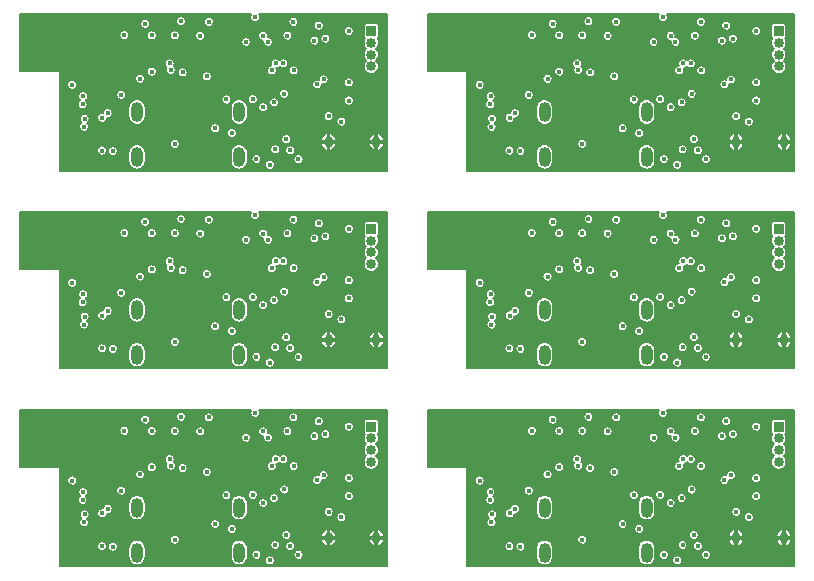
<source format=gbr>
%TF.GenerationSoftware,KiCad,Pcbnew,(5.1.9)-1*%
%TF.CreationDate,2021-11-10T23:35:07-06:00*%
%TF.ProjectId,CC_BT_PANELIZED,43435f42-545f-4504-914e-454c495a4544,000*%
%TF.SameCoordinates,Original*%
%TF.FileFunction,Copper,L4,Bot*%
%TF.FilePolarity,Positive*%
%FSLAX46Y46*%
G04 Gerber Fmt 4.6, Leading zero omitted, Abs format (unit mm)*
G04 Created by KiCad (PCBNEW (5.1.9)-1) date 2021-11-10 23:35:07*
%MOMM*%
%LPD*%
G01*
G04 APERTURE LIST*
%TA.AperFunction,ComponentPad*%
%ADD10O,1.000000X1.700000*%
%TD*%
%TA.AperFunction,ComponentPad*%
%ADD11O,0.850000X0.850000*%
%TD*%
%TA.AperFunction,ComponentPad*%
%ADD12R,0.850000X0.850000*%
%TD*%
%TA.AperFunction,ComponentPad*%
%ADD13O,0.700000X0.950000*%
%TD*%
%TA.AperFunction,ComponentPad*%
%ADD14C,1.000000*%
%TD*%
%TA.AperFunction,ViaPad*%
%ADD15C,0.400000*%
%TD*%
%TA.AperFunction,Conductor*%
%ADD16C,0.150000*%
%TD*%
%TA.AperFunction,Conductor*%
%ADD17C,0.100000*%
%TD*%
G04 APERTURE END LIST*
D10*
%TO.P,J1,S3*%
%TO.N,Net-(J1-PadS3)*%
X122160000Y-83990000D03*
%TO.P,J1,S1*%
%TO.N,Net-(J1-PadS1)*%
X113520000Y-80190000D03*
%TO.P,J1,S2*%
%TO.N,Net-(J1-PadS2)*%
X122160000Y-80190000D03*
%TO.P,J1,S4*%
%TO.N,Net-(J1-PadS4)*%
X113520000Y-83990000D03*
%TD*%
%TO.P,J1,S3*%
%TO.N,Net-(J1-PadS3)*%
X87660000Y-83990000D03*
%TO.P,J1,S1*%
%TO.N,Net-(J1-PadS1)*%
X79020000Y-80190000D03*
%TO.P,J1,S2*%
%TO.N,Net-(J1-PadS2)*%
X87660000Y-80190000D03*
%TO.P,J1,S4*%
%TO.N,Net-(J1-PadS4)*%
X79020000Y-83990000D03*
%TD*%
%TO.P,J1,S3*%
%TO.N,Net-(J1-PadS3)*%
X122160000Y-67240000D03*
%TO.P,J1,S1*%
%TO.N,Net-(J1-PadS1)*%
X113520000Y-63440000D03*
%TO.P,J1,S2*%
%TO.N,Net-(J1-PadS2)*%
X122160000Y-63440000D03*
%TO.P,J1,S4*%
%TO.N,Net-(J1-PadS4)*%
X113520000Y-67240000D03*
%TD*%
%TO.P,J1,S3*%
%TO.N,Net-(J1-PadS3)*%
X87660000Y-67240000D03*
%TO.P,J1,S1*%
%TO.N,Net-(J1-PadS1)*%
X79020000Y-63440000D03*
%TO.P,J1,S2*%
%TO.N,Net-(J1-PadS2)*%
X87660000Y-63440000D03*
%TO.P,J1,S4*%
%TO.N,Net-(J1-PadS4)*%
X79020000Y-67240000D03*
%TD*%
%TO.P,J1,S3*%
%TO.N,Net-(J1-PadS3)*%
X122160000Y-50490000D03*
%TO.P,J1,S1*%
%TO.N,Net-(J1-PadS1)*%
X113520000Y-46690000D03*
%TO.P,J1,S2*%
%TO.N,Net-(J1-PadS2)*%
X122160000Y-46690000D03*
%TO.P,J1,S4*%
%TO.N,Net-(J1-PadS4)*%
X113520000Y-50490000D03*
%TD*%
D11*
%TO.P,J3,5*%
%TO.N,GND*%
X133350000Y-77330000D03*
%TO.P,J3,4*%
%TO.N,SWDCLK*%
X133350000Y-76330000D03*
%TO.P,J3,3*%
%TO.N,SWDIO*%
X133350000Y-75330000D03*
%TO.P,J3,2*%
%TO.N,RESET*%
X133350000Y-74330000D03*
D12*
%TO.P,J3,1*%
%TO.N,V2.8*%
X133350000Y-73330000D03*
%TD*%
D11*
%TO.P,J3,5*%
%TO.N,GND*%
X98850000Y-77330000D03*
%TO.P,J3,4*%
%TO.N,SWDCLK*%
X98850000Y-76330000D03*
%TO.P,J3,3*%
%TO.N,SWDIO*%
X98850000Y-75330000D03*
%TO.P,J3,2*%
%TO.N,RESET*%
X98850000Y-74330000D03*
D12*
%TO.P,J3,1*%
%TO.N,V2.8*%
X98850000Y-73330000D03*
%TD*%
D11*
%TO.P,J3,5*%
%TO.N,GND*%
X133350000Y-60580000D03*
%TO.P,J3,4*%
%TO.N,SWDCLK*%
X133350000Y-59580000D03*
%TO.P,J3,3*%
%TO.N,SWDIO*%
X133350000Y-58580000D03*
%TO.P,J3,2*%
%TO.N,RESET*%
X133350000Y-57580000D03*
D12*
%TO.P,J3,1*%
%TO.N,V2.8*%
X133350000Y-56580000D03*
%TD*%
D11*
%TO.P,J3,5*%
%TO.N,GND*%
X98850000Y-60580000D03*
%TO.P,J3,4*%
%TO.N,SWDCLK*%
X98850000Y-59580000D03*
%TO.P,J3,3*%
%TO.N,SWDIO*%
X98850000Y-58580000D03*
%TO.P,J3,2*%
%TO.N,RESET*%
X98850000Y-57580000D03*
D12*
%TO.P,J3,1*%
%TO.N,V2.8*%
X98850000Y-56580000D03*
%TD*%
D11*
%TO.P,J3,5*%
%TO.N,GND*%
X133350000Y-43830000D03*
%TO.P,J3,4*%
%TO.N,SWDCLK*%
X133350000Y-42830000D03*
%TO.P,J3,3*%
%TO.N,SWDIO*%
X133350000Y-41830000D03*
%TO.P,J3,2*%
%TO.N,RESET*%
X133350000Y-40830000D03*
D12*
%TO.P,J3,1*%
%TO.N,V2.8*%
X133350000Y-39830000D03*
%TD*%
D13*
%TO.P,SW1,3*%
%TO.N,GND*%
X129735000Y-82730000D03*
%TO.P,SW1,4*%
X133785000Y-82730000D03*
%TD*%
%TO.P,SW1,3*%
%TO.N,GND*%
X95235000Y-82730000D03*
%TO.P,SW1,4*%
X99285000Y-82730000D03*
%TD*%
%TO.P,SW1,3*%
%TO.N,GND*%
X129735000Y-65980000D03*
%TO.P,SW1,4*%
X133785000Y-65980000D03*
%TD*%
%TO.P,SW1,3*%
%TO.N,GND*%
X95235000Y-65980000D03*
%TO.P,SW1,4*%
X99285000Y-65980000D03*
%TD*%
%TO.P,SW1,3*%
%TO.N,GND*%
X129735000Y-49230000D03*
%TO.P,SW1,4*%
X133785000Y-49230000D03*
%TD*%
D14*
%TO.P,REF\u002A\u002A,1*%
%TO.N,GND*%
X104220000Y-72550000D03*
%TD*%
%TO.P,REF\u002A\u002A,1*%
%TO.N,GND*%
X69720000Y-72550000D03*
%TD*%
%TO.P,REF\u002A\u002A,1*%
%TO.N,GND*%
X104220000Y-55800000D03*
%TD*%
%TO.P,REF\u002A\u002A,1*%
%TO.N,GND*%
X69720000Y-55800000D03*
%TD*%
%TO.P,REF\u002A\u002A,1*%
%TO.N,GND*%
X104220000Y-39050000D03*
%TD*%
D13*
%TO.P,SW1,4*%
%TO.N,GND*%
X99285000Y-49230000D03*
%TO.P,SW1,3*%
X95235000Y-49230000D03*
%TD*%
D10*
%TO.P,J1,S4*%
%TO.N,Net-(J1-PadS4)*%
X79020000Y-50490000D03*
%TO.P,J1,S2*%
%TO.N,Net-(J1-PadS2)*%
X87660000Y-46690000D03*
%TO.P,J1,S1*%
%TO.N,Net-(J1-PadS1)*%
X79020000Y-46690000D03*
%TO.P,J1,S3*%
%TO.N,Net-(J1-PadS3)*%
X87660000Y-50490000D03*
%TD*%
D12*
%TO.P,J3,1*%
%TO.N,V2.8*%
X98850000Y-39830000D03*
D11*
%TO.P,J3,2*%
%TO.N,RESET*%
X98850000Y-40830000D03*
%TO.P,J3,3*%
%TO.N,SWDIO*%
X98850000Y-41830000D03*
%TO.P,J3,4*%
%TO.N,SWDCLK*%
X98850000Y-42830000D03*
%TO.P,J3,5*%
%TO.N,GND*%
X98850000Y-43830000D03*
%TD*%
D14*
%TO.P,REF\u002A\u002A,1*%
%TO.N,GND*%
X69720000Y-39050000D03*
%TD*%
D15*
%TO.N,GND*%
X89350000Y-47210000D03*
X91150000Y-48230000D03*
X89350000Y-48230000D03*
X91150000Y-47210000D03*
X87360000Y-38550000D03*
X90120000Y-38550000D03*
X88900000Y-40760000D03*
X72460000Y-41530043D03*
X74630000Y-38950000D03*
X73050000Y-49000000D03*
X83930000Y-38630000D03*
X95480000Y-51350000D03*
X99870000Y-51350000D03*
X97650000Y-38600000D03*
X99870000Y-38600000D03*
X99870000Y-44975000D03*
X81380000Y-51350000D03*
X85520000Y-51350000D03*
X73040000Y-45710000D03*
X71740000Y-42030000D03*
X76780000Y-41530043D03*
X72460000Y-38950000D03*
X76780000Y-38950000D03*
X93300000Y-38600000D03*
X79360000Y-44800000D03*
X87860000Y-47970000D03*
X77190000Y-45710000D03*
X76140000Y-48990000D03*
X92590000Y-46909998D03*
X83450000Y-49000000D03*
X97650000Y-44975000D03*
X91760000Y-39650000D03*
X70220000Y-41240000D03*
X71740000Y-38950000D03*
X71740000Y-41240000D03*
X69260000Y-41240000D03*
X70670000Y-38570000D03*
X73060000Y-47220000D03*
X83400000Y-40180000D03*
X93703333Y-43483337D03*
X78318402Y-41238403D03*
X80600000Y-45890000D03*
X95160000Y-40990000D03*
X83610000Y-43370000D03*
X86980000Y-43390000D03*
X97650000Y-51350000D03*
X84880000Y-44480000D03*
X105170000Y-38570000D03*
X70670000Y-55320000D03*
X105170000Y-55320000D03*
X70670000Y-72070000D03*
X105170000Y-72070000D03*
X107560000Y-47220000D03*
X73060000Y-63970000D03*
X107560000Y-63970000D03*
X73060000Y-80720000D03*
X107560000Y-80720000D03*
X103760000Y-41240000D03*
X69260000Y-57990000D03*
X103760000Y-57990000D03*
X69260000Y-74740000D03*
X103760000Y-74740000D03*
X119380000Y-44480000D03*
X84880000Y-61230000D03*
X119380000Y-61230000D03*
X84880000Y-77980000D03*
X119380000Y-77980000D03*
X115100000Y-45890000D03*
X80600000Y-62640000D03*
X115100000Y-62640000D03*
X80600000Y-79390000D03*
X115100000Y-79390000D03*
X128203333Y-43483337D03*
X93703333Y-60233337D03*
X128203333Y-60233337D03*
X93703333Y-76983337D03*
X128203333Y-76983337D03*
X129660000Y-40990000D03*
X95160000Y-57740000D03*
X129660000Y-57740000D03*
X95160000Y-74490000D03*
X129660000Y-74490000D03*
X132150000Y-51350000D03*
X97650000Y-68100000D03*
X132150000Y-68100000D03*
X97650000Y-84850000D03*
X132150000Y-84850000D03*
X112818402Y-41238403D03*
X78318402Y-57988403D03*
X112818402Y-57988403D03*
X78318402Y-74738403D03*
X112818402Y-74738403D03*
X121480000Y-43390000D03*
X86980000Y-60140000D03*
X121480000Y-60140000D03*
X86980000Y-76890000D03*
X121480000Y-76890000D03*
X118110000Y-43370000D03*
X83610000Y-60120000D03*
X118110000Y-60120000D03*
X83610000Y-76870000D03*
X118110000Y-76870000D03*
X117900000Y-40180000D03*
X83400000Y-56930000D03*
X117900000Y-56930000D03*
X83400000Y-73680000D03*
X117900000Y-73680000D03*
X123850000Y-47210000D03*
X89350000Y-63960000D03*
X123850000Y-63960000D03*
X89350000Y-80710000D03*
X123850000Y-80710000D03*
X125650000Y-48230000D03*
X91150000Y-64980000D03*
X125650000Y-64980000D03*
X91150000Y-81730000D03*
X125650000Y-81730000D03*
X123850000Y-48230000D03*
X89350000Y-64980000D03*
X123850000Y-64980000D03*
X89350000Y-81730000D03*
X123850000Y-81730000D03*
X125650000Y-47210000D03*
X91150000Y-63960000D03*
X125650000Y-63960000D03*
X91150000Y-80710000D03*
X125650000Y-80710000D03*
X123400000Y-40760000D03*
X88900000Y-57510000D03*
X123400000Y-57510000D03*
X88900000Y-74260000D03*
X123400000Y-74260000D03*
X106960000Y-41530043D03*
X72460000Y-58280043D03*
X106960000Y-58280043D03*
X72460000Y-75030043D03*
X106960000Y-75030043D03*
X121860000Y-38550000D03*
X87360000Y-55300000D03*
X121860000Y-55300000D03*
X87360000Y-72050000D03*
X121860000Y-72050000D03*
X109130000Y-38950000D03*
X74630000Y-55700000D03*
X109130000Y-55700000D03*
X74630000Y-72450000D03*
X109130000Y-72450000D03*
X107550000Y-49000000D03*
X73050000Y-65750000D03*
X107550000Y-65750000D03*
X73050000Y-82500000D03*
X107550000Y-82500000D03*
X118430000Y-38630000D03*
X83930000Y-55380000D03*
X118430000Y-55380000D03*
X83930000Y-72130000D03*
X118430000Y-72130000D03*
X124620000Y-38550000D03*
X90120000Y-55300000D03*
X124620000Y-55300000D03*
X90120000Y-72050000D03*
X124620000Y-72050000D03*
X107540000Y-45710000D03*
X73040000Y-62460000D03*
X107540000Y-62460000D03*
X73040000Y-79210000D03*
X107540000Y-79210000D03*
X110640000Y-48990000D03*
X76140000Y-65740000D03*
X110640000Y-65740000D03*
X76140000Y-82490000D03*
X110640000Y-82490000D03*
X115880000Y-51350000D03*
X81380000Y-68100000D03*
X115880000Y-68100000D03*
X81380000Y-84850000D03*
X115880000Y-84850000D03*
X104720000Y-41240000D03*
X70220000Y-57990000D03*
X104720000Y-57990000D03*
X70220000Y-74740000D03*
X104720000Y-74740000D03*
X120020000Y-51350000D03*
X85520000Y-68100000D03*
X120020000Y-68100000D03*
X85520000Y-84850000D03*
X120020000Y-84850000D03*
X132150000Y-44975000D03*
X97650000Y-61725000D03*
X132150000Y-61725000D03*
X97650000Y-78475000D03*
X132150000Y-78475000D03*
X111280000Y-41530043D03*
X76780000Y-58280043D03*
X111280000Y-58280043D03*
X76780000Y-75030043D03*
X111280000Y-75030043D03*
X111280000Y-38950000D03*
X76780000Y-55700000D03*
X111280000Y-55700000D03*
X76780000Y-72450000D03*
X111280000Y-72450000D03*
X134370000Y-44975000D03*
X99870000Y-61725000D03*
X134370000Y-61725000D03*
X99870000Y-78475000D03*
X134370000Y-78475000D03*
X132150000Y-38600000D03*
X97650000Y-55350000D03*
X132150000Y-55350000D03*
X97650000Y-72100000D03*
X132150000Y-72100000D03*
X113860000Y-44800000D03*
X79360000Y-61550000D03*
X113860000Y-61550000D03*
X79360000Y-78300000D03*
X113860000Y-78300000D03*
X127090000Y-46909998D03*
X92590000Y-63659998D03*
X127090000Y-63659998D03*
X92590000Y-80409998D03*
X127090000Y-80409998D03*
X117950000Y-49000000D03*
X83450000Y-65750000D03*
X117950000Y-65750000D03*
X83450000Y-82500000D03*
X117950000Y-82500000D03*
X122360000Y-47970000D03*
X87860000Y-64720000D03*
X122360000Y-64720000D03*
X87860000Y-81470000D03*
X122360000Y-81470000D03*
X126260000Y-39650000D03*
X91760000Y-56400000D03*
X126260000Y-56400000D03*
X91760000Y-73150000D03*
X126260000Y-73150000D03*
X129980000Y-51350000D03*
X95480000Y-68100000D03*
X129980000Y-68100000D03*
X95480000Y-84850000D03*
X129980000Y-84850000D03*
X134370000Y-38600000D03*
X99870000Y-55350000D03*
X134370000Y-55350000D03*
X99870000Y-72100000D03*
X134370000Y-72100000D03*
X127800000Y-38600000D03*
X93300000Y-55350000D03*
X127800000Y-55350000D03*
X93300000Y-72100000D03*
X127800000Y-72100000D03*
X106240000Y-42030000D03*
X71740000Y-58780000D03*
X106240000Y-58780000D03*
X71740000Y-75530000D03*
X106240000Y-75530000D03*
X111690000Y-45710000D03*
X77190000Y-62460000D03*
X111690000Y-62460000D03*
X77190000Y-79210000D03*
X111690000Y-79210000D03*
X106240000Y-38950000D03*
X71740000Y-55700000D03*
X106240000Y-55700000D03*
X71740000Y-72450000D03*
X106240000Y-72450000D03*
X106960000Y-38950000D03*
X72460000Y-55700000D03*
X106960000Y-55700000D03*
X72460000Y-72450000D03*
X106960000Y-72450000D03*
X106240000Y-41240000D03*
X71740000Y-57990000D03*
X106240000Y-57990000D03*
X71740000Y-74740000D03*
X106240000Y-74740000D03*
X134370000Y-51350000D03*
X99870000Y-68100000D03*
X134370000Y-68100000D03*
X99870000Y-84850000D03*
X134370000Y-84850000D03*
%TO.N,EN*%
X82210000Y-40200000D03*
X80260000Y-40200000D03*
X114760000Y-40200000D03*
X80260000Y-56950000D03*
X114760000Y-56950000D03*
X80260000Y-73700000D03*
X114760000Y-73700000D03*
X116710000Y-40200000D03*
X82210000Y-56950000D03*
X116710000Y-56950000D03*
X82210000Y-73700000D03*
X116710000Y-73700000D03*
%TO.N,PS_HOLD*%
X80260008Y-43264990D03*
X82880000Y-43337986D03*
X117380000Y-43337986D03*
X82880000Y-60087986D03*
X117380000Y-60087986D03*
X82880000Y-76837986D03*
X117380000Y-76837986D03*
X114760008Y-43264990D03*
X80260008Y-60014990D03*
X114760008Y-60014990D03*
X80260008Y-76764990D03*
X114760008Y-76764990D03*
%TO.N,VUSB*%
X85630000Y-48070000D03*
X91660000Y-49000000D03*
X126160000Y-49000000D03*
X91660000Y-65750000D03*
X126160000Y-65750000D03*
X91660000Y-82500000D03*
X126160000Y-82500000D03*
X120130000Y-48070000D03*
X85630000Y-64820000D03*
X120130000Y-64820000D03*
X85630000Y-81570000D03*
X120130000Y-81570000D03*
%TO.N,VBATT*%
X92259998Y-39050000D03*
X90420000Y-43170000D03*
X92280000Y-43170000D03*
X89030000Y-38670000D03*
X85090000Y-39050000D03*
X123530000Y-38670000D03*
X89030000Y-55420000D03*
X123530000Y-55420000D03*
X89030000Y-72170000D03*
X123530000Y-72170000D03*
X126780000Y-43170000D03*
X92280000Y-59920000D03*
X126780000Y-59920000D03*
X92280000Y-76670000D03*
X126780000Y-76670000D03*
X126759998Y-39050000D03*
X92259998Y-55800000D03*
X126759998Y-55800000D03*
X92259998Y-72550000D03*
X126759998Y-72550000D03*
X119590000Y-39050000D03*
X85090000Y-55800000D03*
X119590000Y-55800000D03*
X85090000Y-72550000D03*
X119590000Y-72550000D03*
X124920000Y-43170000D03*
X90420000Y-59920000D03*
X124920000Y-59920000D03*
X90420000Y-76670000D03*
X124920000Y-76670000D03*
%TO.N,VBUS*%
X91990000Y-49940000D03*
X88812962Y-45606089D03*
X89129997Y-50669997D03*
X79272965Y-43875007D03*
X84920000Y-43670000D03*
X123629997Y-50669997D03*
X89129997Y-67419997D03*
X123629997Y-67419997D03*
X89129997Y-84169997D03*
X123629997Y-84169997D03*
X123312962Y-45606089D03*
X88812962Y-62356089D03*
X123312962Y-62356089D03*
X88812962Y-79106089D03*
X123312962Y-79106089D03*
X126490000Y-49940000D03*
X91990000Y-66690000D03*
X126490000Y-66690000D03*
X91990000Y-83440000D03*
X126490000Y-83440000D03*
X113772965Y-43875007D03*
X79272965Y-60625007D03*
X113772965Y-60625007D03*
X79272965Y-77375007D03*
X113772965Y-77375007D03*
X119420000Y-43670000D03*
X84920000Y-60420000D03*
X119420000Y-60420000D03*
X84920000Y-77170000D03*
X119420000Y-77170000D03*
%TO.N,V2.8*%
X96950000Y-39830000D03*
X94400000Y-39370000D03*
X84360000Y-40235010D03*
X96950000Y-45717000D03*
X89690000Y-40235010D03*
X96950000Y-44190000D03*
X91750000Y-40220000D03*
X82741658Y-38996551D03*
X118860000Y-40235010D03*
X84360000Y-56985010D03*
X118860000Y-56985010D03*
X84360000Y-73735010D03*
X118860000Y-73735010D03*
X131450000Y-44190000D03*
X96950000Y-60940000D03*
X131450000Y-60940000D03*
X96950000Y-77690000D03*
X131450000Y-77690000D03*
X128900000Y-39370000D03*
X94400000Y-56120000D03*
X128900000Y-56120000D03*
X94400000Y-72870000D03*
X128900000Y-72870000D03*
X126250000Y-40220000D03*
X91750000Y-56970000D03*
X126250000Y-56970000D03*
X91750000Y-73720000D03*
X126250000Y-73720000D03*
X131450000Y-39830000D03*
X96950000Y-56580000D03*
X131450000Y-56580000D03*
X96950000Y-73330000D03*
X131450000Y-73330000D03*
X131450000Y-45717000D03*
X96950000Y-62467000D03*
X131450000Y-62467000D03*
X96950000Y-79217000D03*
X131450000Y-79217000D03*
X117241658Y-38996551D03*
X82741658Y-55746551D03*
X117241658Y-55746551D03*
X82741658Y-72496551D03*
X117241658Y-72496551D03*
X124190000Y-40235010D03*
X89690000Y-56985010D03*
X124190000Y-56985010D03*
X89690000Y-73735010D03*
X124190000Y-73735010D03*
%TO.N,SCL*%
X76980528Y-49990528D03*
X94255789Y-44355267D03*
X128755789Y-44355267D03*
X94255789Y-61105267D03*
X128755789Y-61105267D03*
X94255789Y-77855267D03*
X128755789Y-77855267D03*
X111480528Y-49990528D03*
X76980528Y-66740528D03*
X111480528Y-66740528D03*
X76980528Y-83490528D03*
X111480528Y-83490528D03*
%TO.N,SDA*%
X76050000Y-49950000D03*
X94810000Y-43929998D03*
X129310000Y-43929998D03*
X94810000Y-60679998D03*
X129310000Y-60679998D03*
X94810000Y-77429998D03*
X129310000Y-77429998D03*
X110550000Y-49950000D03*
X76050000Y-66700000D03*
X110550000Y-66700000D03*
X76050000Y-83450000D03*
X110550000Y-83450000D03*
%TO.N,XSHUT1*%
X94970000Y-40470000D03*
X74530000Y-47940000D03*
X109030000Y-47940000D03*
X74530000Y-64690000D03*
X109030000Y-64690000D03*
X74530000Y-81440000D03*
X109030000Y-81440000D03*
X129470000Y-40470000D03*
X94970000Y-57220000D03*
X129470000Y-57220000D03*
X94970000Y-73970000D03*
X129470000Y-73970000D03*
%TO.N,XSHUT2*%
X94040000Y-40639996D03*
X74580000Y-47260000D03*
X128540000Y-40639996D03*
X94040000Y-57389996D03*
X128540000Y-57389996D03*
X94040000Y-74139996D03*
X128540000Y-74139996D03*
X109080000Y-47260000D03*
X74580000Y-64010000D03*
X109080000Y-64010000D03*
X74580000Y-80760000D03*
X109080000Y-80760000D03*
%TO.N,SWDIO*%
X76070000Y-47170000D03*
X110570000Y-47170000D03*
X76070000Y-63920000D03*
X110570000Y-63920000D03*
X76070000Y-80670000D03*
X110570000Y-80670000D03*
%TO.N,SWDCLK*%
X76530000Y-46780000D03*
X111030000Y-46780000D03*
X76530000Y-63530000D03*
X111030000Y-63530000D03*
X76530000Y-80280000D03*
X111030000Y-80280000D03*
%TO.N,RESET*%
X77950000Y-40180000D03*
X112450000Y-40180000D03*
X77950000Y-56930000D03*
X112450000Y-56930000D03*
X77950000Y-73680000D03*
X112450000Y-73680000D03*
%TO.N,PB_OUT*%
X73530000Y-44390008D03*
X79710000Y-39230000D03*
X108030000Y-44390008D03*
X73530000Y-61140008D03*
X108030000Y-61140008D03*
X73530000Y-77890008D03*
X108030000Y-77890008D03*
X114210000Y-39230000D03*
X79710000Y-55980000D03*
X114210000Y-55980000D03*
X79710000Y-72730000D03*
X114210000Y-72730000D03*
%TO.N,Net-(SW1-Pad1)*%
X95240000Y-47050002D03*
X81878390Y-43130000D03*
X116378390Y-43130000D03*
X81878390Y-59880000D03*
X116378390Y-59880000D03*
X81878390Y-76630000D03*
X116378390Y-76630000D03*
X129740000Y-47050002D03*
X95240000Y-63800002D03*
X129740000Y-63800002D03*
X95240000Y-80550002D03*
X129740000Y-80550002D03*
%TO.N,BM*%
X77680000Y-45240000D03*
X86590000Y-45630000D03*
X112180000Y-45240000D03*
X77680000Y-61990000D03*
X112180000Y-61990000D03*
X77680000Y-78740000D03*
X112180000Y-78740000D03*
X121090000Y-45630000D03*
X86590000Y-62380000D03*
X121090000Y-62380000D03*
X86590000Y-79130000D03*
X121090000Y-79130000D03*
%TO.N,BM_EN*%
X88250000Y-40760000D03*
X74450002Y-45360000D03*
X122750000Y-40760000D03*
X88250000Y-57510000D03*
X122750000Y-57510000D03*
X88250000Y-74260000D03*
X122750000Y-74260000D03*
X108950002Y-45360000D03*
X74450002Y-62110000D03*
X108950002Y-62110000D03*
X74450002Y-78860000D03*
X108950002Y-78860000D03*
%TO.N,CHRG_STAT*%
X90110000Y-40760000D03*
X74410000Y-46040000D03*
X124610000Y-40760000D03*
X90110000Y-57510000D03*
X124610000Y-57510000D03*
X90110000Y-74260000D03*
X124610000Y-74260000D03*
X108910000Y-46040000D03*
X74410000Y-62790000D03*
X108910000Y-62790000D03*
X74410000Y-79540000D03*
X108910000Y-79540000D03*
%TO.N,PWR_ON*%
X91470000Y-45150000D03*
X82210000Y-49390000D03*
X90620001Y-45879996D03*
X125970000Y-45150000D03*
X91470000Y-61900000D03*
X125970000Y-61900000D03*
X91470000Y-78650000D03*
X125970000Y-78650000D03*
X116710000Y-49390000D03*
X82210000Y-66140000D03*
X116710000Y-66140000D03*
X82210000Y-82890000D03*
X116710000Y-82890000D03*
X125120001Y-45879996D03*
X90620001Y-62629996D03*
X125120001Y-62629996D03*
X90620001Y-79379996D03*
X125120001Y-79379996D03*
%TO.N,Net-(D2-Pad1)*%
X87040000Y-48490000D03*
X92690000Y-50680000D03*
X121540000Y-48490000D03*
X87040000Y-65240000D03*
X121540000Y-65240000D03*
X87040000Y-81990000D03*
X121540000Y-81990000D03*
X127190000Y-50680000D03*
X92690000Y-67430000D03*
X127190000Y-67430000D03*
X92690000Y-84180000D03*
X127190000Y-84180000D03*
%TO.N,CHRG*%
X81780002Y-42580000D03*
X89689968Y-46289999D03*
X90710000Y-49850000D03*
X90760000Y-42580000D03*
X116280002Y-42580000D03*
X81780002Y-59330000D03*
X116280002Y-59330000D03*
X81780002Y-76080000D03*
X116280002Y-76080000D03*
X124189968Y-46289999D03*
X89689968Y-63039999D03*
X124189968Y-63039999D03*
X89689968Y-79789999D03*
X124189968Y-79789999D03*
X125210000Y-49850000D03*
X90710000Y-66600000D03*
X125210000Y-66600000D03*
X90710000Y-83350000D03*
X125210000Y-83350000D03*
X125260000Y-42580000D03*
X90760000Y-59330000D03*
X125260000Y-59330000D03*
X90760000Y-76080000D03*
X125260000Y-76080000D03*
%TO.N,PROG*%
X90260000Y-51150000D03*
X91410000Y-42580000D03*
X96320000Y-47500000D03*
X124760000Y-51150000D03*
X90260000Y-67900000D03*
X124760000Y-67900000D03*
X90260000Y-84650000D03*
X124760000Y-84650000D03*
X125910000Y-42580000D03*
X91410000Y-59330000D03*
X125910000Y-59330000D03*
X91410000Y-76080000D03*
X125910000Y-76080000D03*
X130820000Y-47500000D03*
X96320000Y-64250000D03*
X130820000Y-64250000D03*
X96320000Y-81000000D03*
X130820000Y-81000000D03*
%TD*%
D16*
%TO.N,GND*%
X88699266Y-38400000D02*
X88653370Y-38468687D01*
X88621333Y-38546032D01*
X88605000Y-38628141D01*
X88605000Y-38711859D01*
X88621333Y-38793968D01*
X88653370Y-38871313D01*
X88699881Y-38940921D01*
X88759079Y-39000119D01*
X88828687Y-39046630D01*
X88906032Y-39078667D01*
X88988141Y-39095000D01*
X89071859Y-39095000D01*
X89153968Y-39078667D01*
X89231313Y-39046630D01*
X89300921Y-39000119D01*
X89360119Y-38940921D01*
X89406630Y-38871313D01*
X89438667Y-38793968D01*
X89455000Y-38711859D01*
X89455000Y-38628141D01*
X89438667Y-38546032D01*
X89406630Y-38468687D01*
X89360734Y-38400000D01*
X100150000Y-38400000D01*
X100150000Y-51650000D01*
X99456142Y-51650000D01*
X99456142Y-49956112D01*
X99480219Y-49953964D01*
X99593320Y-49904370D01*
X99694573Y-49833664D01*
X99780086Y-49744563D01*
X99846573Y-49640491D01*
X99891479Y-49525448D01*
X99913078Y-49403855D01*
X99844238Y-49305000D01*
X99360000Y-49305000D01*
X99360000Y-49155000D01*
X99844238Y-49155000D01*
X99913078Y-49056145D01*
X99891479Y-48934552D01*
X99846573Y-48819509D01*
X99780086Y-48715437D01*
X99694573Y-48626336D01*
X99593320Y-48555630D01*
X99480219Y-48506036D01*
X99456142Y-48503888D01*
X99360000Y-48553829D01*
X99360000Y-49155000D01*
X99360000Y-49305000D01*
X99360000Y-49906171D01*
X99456142Y-49956112D01*
X99456142Y-51650000D01*
X99113858Y-51650000D01*
X99113858Y-49956112D01*
X99210000Y-49906171D01*
X99210000Y-49305000D01*
X98725762Y-49305000D01*
X98725762Y-49155000D01*
X99210000Y-49155000D01*
X99210000Y-48553829D01*
X99113858Y-48503888D01*
X99089781Y-48506036D01*
X98976680Y-48555630D01*
X98875427Y-48626336D01*
X98789914Y-48715437D01*
X98785981Y-48721593D01*
X98785981Y-43480000D01*
X98914019Y-43480000D01*
X99039598Y-43455021D01*
X99157890Y-43406022D01*
X99264351Y-43334888D01*
X99354888Y-43244351D01*
X99426022Y-43137890D01*
X99475021Y-43019598D01*
X99500000Y-42894019D01*
X99500000Y-42765981D01*
X99475021Y-42640402D01*
X99426022Y-42522110D01*
X99354888Y-42415649D01*
X99269239Y-42330000D01*
X99354888Y-42244351D01*
X99426022Y-42137890D01*
X99475021Y-42019598D01*
X99500000Y-41894019D01*
X99500000Y-41765981D01*
X99475021Y-41640402D01*
X99426022Y-41522110D01*
X99354888Y-41415649D01*
X99269239Y-41330000D01*
X99354888Y-41244351D01*
X99426022Y-41137890D01*
X99475021Y-41019598D01*
X99500000Y-40894019D01*
X99500000Y-40765981D01*
X99475021Y-40640402D01*
X99426022Y-40522110D01*
X99380378Y-40453798D01*
X99400608Y-40442985D01*
X99434868Y-40414868D01*
X99462985Y-40380608D01*
X99483878Y-40341520D01*
X99496744Y-40299108D01*
X99501088Y-40255000D01*
X99501088Y-39405000D01*
X99496744Y-39360892D01*
X99483878Y-39318480D01*
X99462985Y-39279392D01*
X99434868Y-39245132D01*
X99400608Y-39217015D01*
X99361520Y-39196122D01*
X99319108Y-39183256D01*
X99275000Y-39178912D01*
X98425000Y-39178912D01*
X98380892Y-39183256D01*
X98338480Y-39196122D01*
X98299392Y-39217015D01*
X98265132Y-39245132D01*
X98237015Y-39279392D01*
X98216122Y-39318480D01*
X98203256Y-39360892D01*
X98198912Y-39405000D01*
X98198912Y-40255000D01*
X98203256Y-40299108D01*
X98216122Y-40341520D01*
X98237015Y-40380608D01*
X98265132Y-40414868D01*
X98299392Y-40442985D01*
X98319622Y-40453798D01*
X98273978Y-40522110D01*
X98224979Y-40640402D01*
X98200000Y-40765981D01*
X98200000Y-40894019D01*
X98224979Y-41019598D01*
X98273978Y-41137890D01*
X98345112Y-41244351D01*
X98430761Y-41330000D01*
X98345112Y-41415649D01*
X98273978Y-41522110D01*
X98224979Y-41640402D01*
X98200000Y-41765981D01*
X98200000Y-41894019D01*
X98224979Y-42019598D01*
X98273978Y-42137890D01*
X98345112Y-42244351D01*
X98430761Y-42330000D01*
X98345112Y-42415649D01*
X98273978Y-42522110D01*
X98224979Y-42640402D01*
X98200000Y-42765981D01*
X98200000Y-42894019D01*
X98224979Y-43019598D01*
X98273978Y-43137890D01*
X98345112Y-43244351D01*
X98435649Y-43334888D01*
X98542110Y-43406022D01*
X98660402Y-43455021D01*
X98785981Y-43480000D01*
X98785981Y-48721593D01*
X98723427Y-48819509D01*
X98678521Y-48934552D01*
X98656922Y-49056145D01*
X98725762Y-49155000D01*
X98725762Y-49305000D01*
X98656922Y-49403855D01*
X98678521Y-49525448D01*
X98723427Y-49640491D01*
X98789914Y-49744563D01*
X98875427Y-49833664D01*
X98976680Y-49904370D01*
X99089781Y-49953964D01*
X99113858Y-49956112D01*
X99113858Y-51650000D01*
X96908141Y-51650000D01*
X96908141Y-46142000D01*
X96991859Y-46142000D01*
X97073968Y-46125667D01*
X97151313Y-46093630D01*
X97220921Y-46047119D01*
X97280119Y-45987921D01*
X97326630Y-45918313D01*
X97358667Y-45840968D01*
X97375000Y-45758859D01*
X97375000Y-45675141D01*
X97358667Y-45593032D01*
X97326630Y-45515687D01*
X97280119Y-45446079D01*
X97220921Y-45386881D01*
X97151313Y-45340370D01*
X97073968Y-45308333D01*
X96991859Y-45292000D01*
X96908141Y-45292000D01*
X96908141Y-44615000D01*
X96991859Y-44615000D01*
X97073968Y-44598667D01*
X97151313Y-44566630D01*
X97220921Y-44520119D01*
X97280119Y-44460921D01*
X97326630Y-44391313D01*
X97358667Y-44313968D01*
X97375000Y-44231859D01*
X97375000Y-44148141D01*
X97358667Y-44066032D01*
X97326630Y-43988687D01*
X97280119Y-43919079D01*
X97220921Y-43859881D01*
X97151313Y-43813370D01*
X97073968Y-43781333D01*
X96991859Y-43765000D01*
X96908141Y-43765000D01*
X96908141Y-40255000D01*
X96991859Y-40255000D01*
X97073968Y-40238667D01*
X97151313Y-40206630D01*
X97220921Y-40160119D01*
X97280119Y-40100921D01*
X97326630Y-40031313D01*
X97358667Y-39953968D01*
X97375000Y-39871859D01*
X97375000Y-39788141D01*
X97358667Y-39706032D01*
X97326630Y-39628687D01*
X97280119Y-39559079D01*
X97220921Y-39499881D01*
X97151313Y-39453370D01*
X97073968Y-39421333D01*
X96991859Y-39405000D01*
X96908141Y-39405000D01*
X96826032Y-39421333D01*
X96748687Y-39453370D01*
X96679079Y-39499881D01*
X96619881Y-39559079D01*
X96573370Y-39628687D01*
X96541333Y-39706032D01*
X96525000Y-39788141D01*
X96525000Y-39871859D01*
X96541333Y-39953968D01*
X96573370Y-40031313D01*
X96619881Y-40100921D01*
X96679079Y-40160119D01*
X96748687Y-40206630D01*
X96826032Y-40238667D01*
X96908141Y-40255000D01*
X96908141Y-43765000D01*
X96826032Y-43781333D01*
X96748687Y-43813370D01*
X96679079Y-43859881D01*
X96619881Y-43919079D01*
X96573370Y-43988687D01*
X96541333Y-44066032D01*
X96525000Y-44148141D01*
X96525000Y-44231859D01*
X96541333Y-44313968D01*
X96573370Y-44391313D01*
X96619881Y-44460921D01*
X96679079Y-44520119D01*
X96748687Y-44566630D01*
X96826032Y-44598667D01*
X96908141Y-44615000D01*
X96908141Y-45292000D01*
X96826032Y-45308333D01*
X96748687Y-45340370D01*
X96679079Y-45386881D01*
X96619881Y-45446079D01*
X96573370Y-45515687D01*
X96541333Y-45593032D01*
X96525000Y-45675141D01*
X96525000Y-45758859D01*
X96541333Y-45840968D01*
X96573370Y-45918313D01*
X96619881Y-45987921D01*
X96679079Y-46047119D01*
X96748687Y-46093630D01*
X96826032Y-46125667D01*
X96908141Y-46142000D01*
X96908141Y-51650000D01*
X96278141Y-51650000D01*
X96278141Y-47925000D01*
X96361859Y-47925000D01*
X96443968Y-47908667D01*
X96521313Y-47876630D01*
X96590921Y-47830119D01*
X96650119Y-47770921D01*
X96696630Y-47701313D01*
X96728667Y-47623968D01*
X96745000Y-47541859D01*
X96745000Y-47458141D01*
X96728667Y-47376032D01*
X96696630Y-47298687D01*
X96650119Y-47229079D01*
X96590921Y-47169881D01*
X96521313Y-47123370D01*
X96443968Y-47091333D01*
X96361859Y-47075000D01*
X96278141Y-47075000D01*
X96196032Y-47091333D01*
X96118687Y-47123370D01*
X96049079Y-47169881D01*
X95989881Y-47229079D01*
X95943370Y-47298687D01*
X95911333Y-47376032D01*
X95895000Y-47458141D01*
X95895000Y-47541859D01*
X95911333Y-47623968D01*
X95943370Y-47701313D01*
X95989881Y-47770921D01*
X96049079Y-47830119D01*
X96118687Y-47876630D01*
X96196032Y-47908667D01*
X96278141Y-47925000D01*
X96278141Y-51650000D01*
X95406142Y-51650000D01*
X95406142Y-49956112D01*
X95430219Y-49953964D01*
X95543320Y-49904370D01*
X95644573Y-49833664D01*
X95730086Y-49744563D01*
X95796573Y-49640491D01*
X95841479Y-49525448D01*
X95863078Y-49403855D01*
X95794238Y-49305000D01*
X95310000Y-49305000D01*
X95310000Y-49155000D01*
X95794238Y-49155000D01*
X95863078Y-49056145D01*
X95841479Y-48934552D01*
X95796573Y-48819509D01*
X95730086Y-48715437D01*
X95644573Y-48626336D01*
X95543320Y-48555630D01*
X95430219Y-48506036D01*
X95406142Y-48503888D01*
X95310000Y-48553829D01*
X95310000Y-49155000D01*
X95310000Y-49305000D01*
X95310000Y-49906171D01*
X95406142Y-49956112D01*
X95406142Y-51650000D01*
X95198141Y-51650000D01*
X95198141Y-47475002D01*
X95281859Y-47475002D01*
X95363968Y-47458669D01*
X95441313Y-47426632D01*
X95510921Y-47380121D01*
X95570119Y-47320923D01*
X95616630Y-47251315D01*
X95648667Y-47173970D01*
X95665000Y-47091861D01*
X95665000Y-47008143D01*
X95648667Y-46926034D01*
X95616630Y-46848689D01*
X95570119Y-46779081D01*
X95510921Y-46719883D01*
X95441313Y-46673372D01*
X95363968Y-46641335D01*
X95281859Y-46625002D01*
X95198141Y-46625002D01*
X95116032Y-46641335D01*
X95038687Y-46673372D01*
X94969079Y-46719883D01*
X94909881Y-46779081D01*
X94863370Y-46848689D01*
X94831333Y-46926034D01*
X94815000Y-47008143D01*
X94815000Y-47091861D01*
X94831333Y-47173970D01*
X94863370Y-47251315D01*
X94909881Y-47320923D01*
X94969079Y-47380121D01*
X95038687Y-47426632D01*
X95116032Y-47458669D01*
X95198141Y-47475002D01*
X95198141Y-51650000D01*
X95063858Y-51650000D01*
X95063858Y-49956112D01*
X95160000Y-49906171D01*
X95160000Y-49305000D01*
X94675762Y-49305000D01*
X94675762Y-49155000D01*
X95160000Y-49155000D01*
X95160000Y-48553829D01*
X95063858Y-48503888D01*
X95039781Y-48506036D01*
X94926680Y-48555630D01*
X94825427Y-48626336D01*
X94739914Y-48715437D01*
X94673427Y-48819509D01*
X94628521Y-48934552D01*
X94606922Y-49056145D01*
X94675762Y-49155000D01*
X94675762Y-49305000D01*
X94606922Y-49403855D01*
X94628521Y-49525448D01*
X94673427Y-49640491D01*
X94739914Y-49744563D01*
X94825427Y-49833664D01*
X94926680Y-49904370D01*
X95039781Y-49953964D01*
X95063858Y-49956112D01*
X95063858Y-51650000D01*
X94213930Y-51650000D01*
X94213930Y-44780267D01*
X94297648Y-44780267D01*
X94379757Y-44763934D01*
X94457102Y-44731897D01*
X94526710Y-44685386D01*
X94585908Y-44626188D01*
X94632419Y-44556580D01*
X94664456Y-44479235D01*
X94680789Y-44397126D01*
X94680789Y-44336493D01*
X94686032Y-44338665D01*
X94768141Y-44354998D01*
X94851859Y-44354998D01*
X94933968Y-44338665D01*
X95011313Y-44306628D01*
X95080921Y-44260117D01*
X95140119Y-44200919D01*
X95186630Y-44131311D01*
X95218667Y-44053966D01*
X95235000Y-43971857D01*
X95235000Y-43888139D01*
X95218667Y-43806030D01*
X95186630Y-43728685D01*
X95140119Y-43659077D01*
X95080921Y-43599879D01*
X95011313Y-43553368D01*
X94933968Y-43521331D01*
X94928141Y-43520172D01*
X94928141Y-40895000D01*
X95011859Y-40895000D01*
X95093968Y-40878667D01*
X95171313Y-40846630D01*
X95240921Y-40800119D01*
X95300119Y-40740921D01*
X95346630Y-40671313D01*
X95378667Y-40593968D01*
X95395000Y-40511859D01*
X95395000Y-40428141D01*
X95378667Y-40346032D01*
X95346630Y-40268687D01*
X95300119Y-40199079D01*
X95240921Y-40139881D01*
X95171313Y-40093370D01*
X95093968Y-40061333D01*
X95011859Y-40045000D01*
X94928141Y-40045000D01*
X94846032Y-40061333D01*
X94768687Y-40093370D01*
X94699079Y-40139881D01*
X94639881Y-40199079D01*
X94593370Y-40268687D01*
X94561333Y-40346032D01*
X94545000Y-40428141D01*
X94545000Y-40511859D01*
X94561333Y-40593968D01*
X94593370Y-40671313D01*
X94639881Y-40740921D01*
X94699079Y-40800119D01*
X94768687Y-40846630D01*
X94846032Y-40878667D01*
X94928141Y-40895000D01*
X94928141Y-43520172D01*
X94851859Y-43504998D01*
X94768141Y-43504998D01*
X94686032Y-43521331D01*
X94608687Y-43553368D01*
X94539079Y-43599879D01*
X94479881Y-43659077D01*
X94433370Y-43728685D01*
X94401333Y-43806030D01*
X94385000Y-43888139D01*
X94385000Y-43948772D01*
X94379757Y-43946600D01*
X94297648Y-43930267D01*
X94213930Y-43930267D01*
X94131821Y-43946600D01*
X94054476Y-43978637D01*
X93998141Y-44016279D01*
X93998141Y-41064996D01*
X94081859Y-41064996D01*
X94163968Y-41048663D01*
X94241313Y-41016626D01*
X94310921Y-40970115D01*
X94370119Y-40910917D01*
X94416630Y-40841309D01*
X94448667Y-40763964D01*
X94465000Y-40681855D01*
X94465000Y-40598137D01*
X94448667Y-40516028D01*
X94416630Y-40438683D01*
X94370119Y-40369075D01*
X94358141Y-40357097D01*
X94358141Y-39795000D01*
X94441859Y-39795000D01*
X94523968Y-39778667D01*
X94601313Y-39746630D01*
X94670921Y-39700119D01*
X94730119Y-39640921D01*
X94776630Y-39571313D01*
X94808667Y-39493968D01*
X94825000Y-39411859D01*
X94825000Y-39328141D01*
X94808667Y-39246032D01*
X94776630Y-39168687D01*
X94730119Y-39099079D01*
X94670921Y-39039881D01*
X94601313Y-38993370D01*
X94523968Y-38961333D01*
X94441859Y-38945000D01*
X94358141Y-38945000D01*
X94276032Y-38961333D01*
X94198687Y-38993370D01*
X94129079Y-39039881D01*
X94069881Y-39099079D01*
X94023370Y-39168687D01*
X93991333Y-39246032D01*
X93975000Y-39328141D01*
X93975000Y-39411859D01*
X93991333Y-39493968D01*
X94023370Y-39571313D01*
X94069881Y-39640921D01*
X94129079Y-39700119D01*
X94198687Y-39746630D01*
X94276032Y-39778667D01*
X94358141Y-39795000D01*
X94358141Y-40357097D01*
X94310921Y-40309877D01*
X94241313Y-40263366D01*
X94163968Y-40231329D01*
X94081859Y-40214996D01*
X93998141Y-40214996D01*
X93916032Y-40231329D01*
X93838687Y-40263366D01*
X93769079Y-40309877D01*
X93709881Y-40369075D01*
X93663370Y-40438683D01*
X93631333Y-40516028D01*
X93615000Y-40598137D01*
X93615000Y-40681855D01*
X93631333Y-40763964D01*
X93663370Y-40841309D01*
X93709881Y-40910917D01*
X93769079Y-40970115D01*
X93838687Y-41016626D01*
X93916032Y-41048663D01*
X93998141Y-41064996D01*
X93998141Y-44016279D01*
X93984868Y-44025148D01*
X93925670Y-44084346D01*
X93879159Y-44153954D01*
X93847122Y-44231299D01*
X93830789Y-44313408D01*
X93830789Y-44397126D01*
X93847122Y-44479235D01*
X93879159Y-44556580D01*
X93925670Y-44626188D01*
X93984868Y-44685386D01*
X94054476Y-44731897D01*
X94131821Y-44763934D01*
X94213930Y-44780267D01*
X94213930Y-51650000D01*
X92648141Y-51650000D01*
X92648141Y-51105000D01*
X92731859Y-51105000D01*
X92813968Y-51088667D01*
X92891313Y-51056630D01*
X92960921Y-51010119D01*
X93020119Y-50950921D01*
X93066630Y-50881313D01*
X93098667Y-50803968D01*
X93115000Y-50721859D01*
X93115000Y-50638141D01*
X93098667Y-50556032D01*
X93066630Y-50478687D01*
X93020119Y-50409079D01*
X92960921Y-50349881D01*
X92891313Y-50303370D01*
X92813968Y-50271333D01*
X92731859Y-50255000D01*
X92648141Y-50255000D01*
X92566032Y-50271333D01*
X92488687Y-50303370D01*
X92419079Y-50349881D01*
X92359881Y-50409079D01*
X92313370Y-50478687D01*
X92281333Y-50556032D01*
X92265000Y-50638141D01*
X92265000Y-50721859D01*
X92281333Y-50803968D01*
X92313370Y-50881313D01*
X92359881Y-50950921D01*
X92419079Y-51010119D01*
X92488687Y-51056630D01*
X92566032Y-51088667D01*
X92648141Y-51105000D01*
X92648141Y-51650000D01*
X91948141Y-51650000D01*
X91948141Y-50365000D01*
X92031859Y-50365000D01*
X92113968Y-50348667D01*
X92191313Y-50316630D01*
X92260921Y-50270119D01*
X92320119Y-50210921D01*
X92366630Y-50141313D01*
X92398667Y-50063968D01*
X92415000Y-49981859D01*
X92415000Y-49898141D01*
X92398667Y-49816032D01*
X92366630Y-49738687D01*
X92320119Y-49669079D01*
X92260921Y-49609881D01*
X92238141Y-49594660D01*
X92238141Y-43595000D01*
X92321859Y-43595000D01*
X92403968Y-43578667D01*
X92481313Y-43546630D01*
X92550921Y-43500119D01*
X92610119Y-43440921D01*
X92656630Y-43371313D01*
X92688667Y-43293968D01*
X92705000Y-43211859D01*
X92705000Y-43128141D01*
X92688667Y-43046032D01*
X92656630Y-42968687D01*
X92610119Y-42899079D01*
X92550921Y-42839881D01*
X92481313Y-42793370D01*
X92403968Y-42761333D01*
X92321859Y-42745000D01*
X92238141Y-42745000D01*
X92218139Y-42748978D01*
X92218139Y-39475000D01*
X92301857Y-39475000D01*
X92383966Y-39458667D01*
X92461311Y-39426630D01*
X92530919Y-39380119D01*
X92590117Y-39320921D01*
X92636628Y-39251313D01*
X92668665Y-39173968D01*
X92684998Y-39091859D01*
X92684998Y-39008141D01*
X92668665Y-38926032D01*
X92636628Y-38848687D01*
X92590117Y-38779079D01*
X92530919Y-38719881D01*
X92461311Y-38673370D01*
X92383966Y-38641333D01*
X92301857Y-38625000D01*
X92218139Y-38625000D01*
X92136030Y-38641333D01*
X92058685Y-38673370D01*
X91989077Y-38719881D01*
X91929879Y-38779079D01*
X91883368Y-38848687D01*
X91851331Y-38926032D01*
X91834998Y-39008141D01*
X91834998Y-39091859D01*
X91851331Y-39173968D01*
X91883368Y-39251313D01*
X91929879Y-39320921D01*
X91989077Y-39380119D01*
X92058685Y-39426630D01*
X92136030Y-39458667D01*
X92218139Y-39475000D01*
X92218139Y-42748978D01*
X92156032Y-42761333D01*
X92078687Y-42793370D01*
X92009079Y-42839881D01*
X91949881Y-42899079D01*
X91903370Y-42968687D01*
X91871333Y-43046032D01*
X91855000Y-43128141D01*
X91855000Y-43211859D01*
X91871333Y-43293968D01*
X91903370Y-43371313D01*
X91949881Y-43440921D01*
X92009079Y-43500119D01*
X92078687Y-43546630D01*
X92156032Y-43578667D01*
X92238141Y-43595000D01*
X92238141Y-49594660D01*
X92191313Y-49563370D01*
X92113968Y-49531333D01*
X92031859Y-49515000D01*
X91948141Y-49515000D01*
X91866032Y-49531333D01*
X91788687Y-49563370D01*
X91719079Y-49609881D01*
X91659881Y-49669079D01*
X91618141Y-49731546D01*
X91618141Y-49425000D01*
X91701859Y-49425000D01*
X91783968Y-49408667D01*
X91861313Y-49376630D01*
X91930921Y-49330119D01*
X91990119Y-49270921D01*
X92036630Y-49201313D01*
X92068667Y-49123968D01*
X92085000Y-49041859D01*
X92085000Y-48958141D01*
X92068667Y-48876032D01*
X92036630Y-48798687D01*
X91990119Y-48729079D01*
X91930921Y-48669881D01*
X91861313Y-48623370D01*
X91783968Y-48591333D01*
X91701859Y-48575000D01*
X91618141Y-48575000D01*
X91536032Y-48591333D01*
X91458687Y-48623370D01*
X91428141Y-48643780D01*
X91428141Y-45575000D01*
X91511859Y-45575000D01*
X91593968Y-45558667D01*
X91671313Y-45526630D01*
X91740921Y-45480119D01*
X91800119Y-45420921D01*
X91846630Y-45351313D01*
X91878667Y-45273968D01*
X91895000Y-45191859D01*
X91895000Y-45108141D01*
X91878667Y-45026032D01*
X91846630Y-44948687D01*
X91800119Y-44879079D01*
X91740921Y-44819881D01*
X91671313Y-44773370D01*
X91593968Y-44741333D01*
X91511859Y-44725000D01*
X91428141Y-44725000D01*
X91346032Y-44741333D01*
X91268687Y-44773370D01*
X91199079Y-44819881D01*
X91139881Y-44879079D01*
X91093370Y-44948687D01*
X91061333Y-45026032D01*
X91045000Y-45108141D01*
X91045000Y-45191859D01*
X91061333Y-45273968D01*
X91093370Y-45351313D01*
X91139881Y-45420921D01*
X91199079Y-45480119D01*
X91268687Y-45526630D01*
X91346032Y-45558667D01*
X91428141Y-45575000D01*
X91428141Y-48643780D01*
X91389079Y-48669881D01*
X91329881Y-48729079D01*
X91283370Y-48798687D01*
X91251333Y-48876032D01*
X91235000Y-48958141D01*
X91235000Y-49041859D01*
X91251333Y-49123968D01*
X91283370Y-49201313D01*
X91329881Y-49270921D01*
X91389079Y-49330119D01*
X91458687Y-49376630D01*
X91536032Y-49408667D01*
X91618141Y-49425000D01*
X91618141Y-49731546D01*
X91613370Y-49738687D01*
X91581333Y-49816032D01*
X91565000Y-49898141D01*
X91565000Y-49981859D01*
X91581333Y-50063968D01*
X91613370Y-50141313D01*
X91659881Y-50210921D01*
X91719079Y-50270119D01*
X91788687Y-50316630D01*
X91866032Y-50348667D01*
X91948141Y-50365000D01*
X91948141Y-51650000D01*
X90218141Y-51650000D01*
X90218141Y-51575000D01*
X90301859Y-51575000D01*
X90383968Y-51558667D01*
X90461313Y-51526630D01*
X90530921Y-51480119D01*
X90590119Y-51420921D01*
X90636630Y-51351313D01*
X90668667Y-51273968D01*
X90685000Y-51191859D01*
X90685000Y-51108141D01*
X90668667Y-51026032D01*
X90668141Y-51024763D01*
X90668141Y-50275000D01*
X90751859Y-50275000D01*
X90833968Y-50258667D01*
X90911313Y-50226630D01*
X90980921Y-50180119D01*
X91040119Y-50120921D01*
X91086630Y-50051313D01*
X91118667Y-49973968D01*
X91135000Y-49891859D01*
X91135000Y-49808141D01*
X91118667Y-49726032D01*
X91086630Y-49648687D01*
X91040119Y-49579079D01*
X90980921Y-49519881D01*
X90911313Y-49473370D01*
X90833968Y-49441333D01*
X90751859Y-49425000D01*
X90668141Y-49425000D01*
X90586032Y-49441333D01*
X90578142Y-49444601D01*
X90578142Y-46304996D01*
X90661860Y-46304996D01*
X90743969Y-46288663D01*
X90821314Y-46256626D01*
X90890922Y-46210115D01*
X90950120Y-46150917D01*
X90996631Y-46081309D01*
X91028668Y-46003964D01*
X91045001Y-45921855D01*
X91045001Y-45838137D01*
X91028668Y-45756028D01*
X90996631Y-45678683D01*
X90950120Y-45609075D01*
X90890922Y-45549877D01*
X90821314Y-45503366D01*
X90743969Y-45471329D01*
X90661860Y-45454996D01*
X90578142Y-45454996D01*
X90496033Y-45471329D01*
X90418688Y-45503366D01*
X90378141Y-45530458D01*
X90378141Y-43595000D01*
X90461859Y-43595000D01*
X90543968Y-43578667D01*
X90621313Y-43546630D01*
X90690921Y-43500119D01*
X90750119Y-43440921D01*
X90796630Y-43371313D01*
X90828667Y-43293968D01*
X90845000Y-43211859D01*
X90845000Y-43128141D01*
X90828667Y-43046032D01*
X90810924Y-43003197D01*
X90883968Y-42988667D01*
X90961313Y-42956630D01*
X91030921Y-42910119D01*
X91085000Y-42856040D01*
X91139079Y-42910119D01*
X91208687Y-42956630D01*
X91286032Y-42988667D01*
X91368141Y-43005000D01*
X91451859Y-43005000D01*
X91533968Y-42988667D01*
X91611313Y-42956630D01*
X91680921Y-42910119D01*
X91740119Y-42850921D01*
X91786630Y-42781313D01*
X91818667Y-42703968D01*
X91835000Y-42621859D01*
X91835000Y-42538141D01*
X91818667Y-42456032D01*
X91786630Y-42378687D01*
X91740119Y-42309079D01*
X91708141Y-42277101D01*
X91708141Y-40645000D01*
X91791859Y-40645000D01*
X91873968Y-40628667D01*
X91951313Y-40596630D01*
X92020921Y-40550119D01*
X92080119Y-40490921D01*
X92126630Y-40421313D01*
X92158667Y-40343968D01*
X92175000Y-40261859D01*
X92175000Y-40178141D01*
X92158667Y-40096032D01*
X92126630Y-40018687D01*
X92080119Y-39949079D01*
X92020921Y-39889881D01*
X91951313Y-39843370D01*
X91873968Y-39811333D01*
X91791859Y-39795000D01*
X91708141Y-39795000D01*
X91626032Y-39811333D01*
X91548687Y-39843370D01*
X91479079Y-39889881D01*
X91419881Y-39949079D01*
X91373370Y-40018687D01*
X91341333Y-40096032D01*
X91325000Y-40178141D01*
X91325000Y-40261859D01*
X91341333Y-40343968D01*
X91373370Y-40421313D01*
X91419881Y-40490921D01*
X91479079Y-40550119D01*
X91548687Y-40596630D01*
X91626032Y-40628667D01*
X91708141Y-40645000D01*
X91708141Y-42277101D01*
X91680921Y-42249881D01*
X91611313Y-42203370D01*
X91533968Y-42171333D01*
X91451859Y-42155000D01*
X91368141Y-42155000D01*
X91286032Y-42171333D01*
X91208687Y-42203370D01*
X91139079Y-42249881D01*
X91085000Y-42303960D01*
X91030921Y-42249881D01*
X90961313Y-42203370D01*
X90883968Y-42171333D01*
X90801859Y-42155000D01*
X90718141Y-42155000D01*
X90636032Y-42171333D01*
X90558687Y-42203370D01*
X90489079Y-42249881D01*
X90429881Y-42309079D01*
X90383370Y-42378687D01*
X90351333Y-42456032D01*
X90335000Y-42538141D01*
X90335000Y-42621859D01*
X90351333Y-42703968D01*
X90369076Y-42746803D01*
X90296032Y-42761333D01*
X90218687Y-42793370D01*
X90149079Y-42839881D01*
X90089881Y-42899079D01*
X90068141Y-42931614D01*
X90068141Y-41185000D01*
X90151859Y-41185000D01*
X90233968Y-41168667D01*
X90311313Y-41136630D01*
X90380921Y-41090119D01*
X90440119Y-41030921D01*
X90486630Y-40961313D01*
X90518667Y-40883968D01*
X90535000Y-40801859D01*
X90535000Y-40718141D01*
X90518667Y-40636032D01*
X90486630Y-40558687D01*
X90440119Y-40489079D01*
X90380921Y-40429881D01*
X90311313Y-40383370D01*
X90233968Y-40351333D01*
X90151859Y-40335000D01*
X90103437Y-40335000D01*
X90115000Y-40276869D01*
X90115000Y-40193151D01*
X90098667Y-40111042D01*
X90066630Y-40033697D01*
X90020119Y-39964089D01*
X89960921Y-39904891D01*
X89891313Y-39858380D01*
X89813968Y-39826343D01*
X89731859Y-39810010D01*
X89648141Y-39810010D01*
X89566032Y-39826343D01*
X89488687Y-39858380D01*
X89419079Y-39904891D01*
X89359881Y-39964089D01*
X89313370Y-40033697D01*
X89281333Y-40111042D01*
X89265000Y-40193151D01*
X89265000Y-40276869D01*
X89281333Y-40358978D01*
X89313370Y-40436323D01*
X89359881Y-40505931D01*
X89419079Y-40565129D01*
X89488687Y-40611640D01*
X89566032Y-40643677D01*
X89648141Y-40660010D01*
X89696563Y-40660010D01*
X89685000Y-40718141D01*
X89685000Y-40801859D01*
X89701333Y-40883968D01*
X89733370Y-40961313D01*
X89779881Y-41030921D01*
X89839079Y-41090119D01*
X89908687Y-41136630D01*
X89986032Y-41168667D01*
X90068141Y-41185000D01*
X90068141Y-42931614D01*
X90043370Y-42968687D01*
X90011333Y-43046032D01*
X89995000Y-43128141D01*
X89995000Y-43211859D01*
X90011333Y-43293968D01*
X90043370Y-43371313D01*
X90089881Y-43440921D01*
X90149079Y-43500119D01*
X90218687Y-43546630D01*
X90296032Y-43578667D01*
X90378141Y-43595000D01*
X90378141Y-45530458D01*
X90349080Y-45549877D01*
X90289882Y-45609075D01*
X90243371Y-45678683D01*
X90211334Y-45756028D01*
X90195001Y-45838137D01*
X90195001Y-45921855D01*
X90211334Y-46003964D01*
X90243371Y-46081309D01*
X90289882Y-46150917D01*
X90349080Y-46210115D01*
X90418688Y-46256626D01*
X90496033Y-46288663D01*
X90578142Y-46304996D01*
X90578142Y-49444601D01*
X90508687Y-49473370D01*
X90439079Y-49519881D01*
X90379881Y-49579079D01*
X90333370Y-49648687D01*
X90301333Y-49726032D01*
X90285000Y-49808141D01*
X90285000Y-49891859D01*
X90301333Y-49973968D01*
X90333370Y-50051313D01*
X90379881Y-50120921D01*
X90439079Y-50180119D01*
X90508687Y-50226630D01*
X90586032Y-50258667D01*
X90668141Y-50275000D01*
X90668141Y-51024763D01*
X90636630Y-50948687D01*
X90590119Y-50879079D01*
X90530921Y-50819881D01*
X90461313Y-50773370D01*
X90383968Y-50741333D01*
X90301859Y-50725000D01*
X90218141Y-50725000D01*
X90136032Y-50741333D01*
X90058687Y-50773370D01*
X89989079Y-50819881D01*
X89929881Y-50879079D01*
X89883370Y-50948687D01*
X89851333Y-51026032D01*
X89835000Y-51108141D01*
X89835000Y-51191859D01*
X89851333Y-51273968D01*
X89883370Y-51351313D01*
X89929881Y-51420921D01*
X89989079Y-51480119D01*
X90058687Y-51526630D01*
X90136032Y-51558667D01*
X90218141Y-51575000D01*
X90218141Y-51650000D01*
X89648109Y-51650000D01*
X89648109Y-46714999D01*
X89731827Y-46714999D01*
X89813936Y-46698666D01*
X89891281Y-46666629D01*
X89960889Y-46620118D01*
X90020087Y-46560920D01*
X90066598Y-46491312D01*
X90098635Y-46413967D01*
X90114968Y-46331858D01*
X90114968Y-46248140D01*
X90098635Y-46166031D01*
X90066598Y-46088686D01*
X90020087Y-46019078D01*
X89960889Y-45959880D01*
X89891281Y-45913369D01*
X89813936Y-45881332D01*
X89731827Y-45864999D01*
X89648109Y-45864999D01*
X89566000Y-45881332D01*
X89488655Y-45913369D01*
X89419047Y-45959880D01*
X89359849Y-46019078D01*
X89313338Y-46088686D01*
X89281301Y-46166031D01*
X89264968Y-46248140D01*
X89264968Y-46331858D01*
X89281301Y-46413967D01*
X89313338Y-46491312D01*
X89359849Y-46560920D01*
X89419047Y-46620118D01*
X89488655Y-46666629D01*
X89566000Y-46698666D01*
X89648109Y-46714999D01*
X89648109Y-51650000D01*
X89088138Y-51650000D01*
X89088138Y-51094997D01*
X89171856Y-51094997D01*
X89253965Y-51078664D01*
X89331310Y-51046627D01*
X89400918Y-51000116D01*
X89460116Y-50940918D01*
X89506627Y-50871310D01*
X89538664Y-50793965D01*
X89554997Y-50711856D01*
X89554997Y-50628138D01*
X89538664Y-50546029D01*
X89506627Y-50468684D01*
X89460116Y-50399076D01*
X89400918Y-50339878D01*
X89331310Y-50293367D01*
X89253965Y-50261330D01*
X89171856Y-50244997D01*
X89088138Y-50244997D01*
X89006029Y-50261330D01*
X88928684Y-50293367D01*
X88859076Y-50339878D01*
X88799878Y-50399076D01*
X88771103Y-50442140D01*
X88771103Y-46031089D01*
X88854821Y-46031089D01*
X88936930Y-46014756D01*
X89014275Y-45982719D01*
X89083883Y-45936208D01*
X89143081Y-45877010D01*
X89189592Y-45807402D01*
X89221629Y-45730057D01*
X89237962Y-45647948D01*
X89237962Y-45564230D01*
X89221629Y-45482121D01*
X89189592Y-45404776D01*
X89143081Y-45335168D01*
X89083883Y-45275970D01*
X89014275Y-45229459D01*
X88936930Y-45197422D01*
X88854821Y-45181089D01*
X88771103Y-45181089D01*
X88688994Y-45197422D01*
X88611649Y-45229459D01*
X88542041Y-45275970D01*
X88482843Y-45335168D01*
X88436332Y-45404776D01*
X88404295Y-45482121D01*
X88387962Y-45564230D01*
X88387962Y-45647948D01*
X88404295Y-45730057D01*
X88436332Y-45807402D01*
X88482843Y-45877010D01*
X88542041Y-45936208D01*
X88611649Y-45982719D01*
X88688994Y-46014756D01*
X88771103Y-46031089D01*
X88771103Y-50442140D01*
X88753367Y-50468684D01*
X88721330Y-50546029D01*
X88704997Y-50628138D01*
X88704997Y-50711856D01*
X88721330Y-50793965D01*
X88753367Y-50871310D01*
X88799878Y-50940918D01*
X88859076Y-51000116D01*
X88928684Y-51046627D01*
X89006029Y-51078664D01*
X89088138Y-51094997D01*
X89088138Y-51650000D01*
X87660000Y-51650000D01*
X87660000Y-51568507D01*
X87802125Y-51554509D01*
X87938788Y-51513053D01*
X88064737Y-51445731D01*
X88175132Y-51355132D01*
X88265731Y-51244737D01*
X88333053Y-51118788D01*
X88374509Y-50982125D01*
X88385000Y-50875607D01*
X88385000Y-50104393D01*
X88374509Y-49997875D01*
X88333053Y-49861212D01*
X88265731Y-49735263D01*
X88175132Y-49624868D01*
X88064737Y-49534269D01*
X87938788Y-49466947D01*
X87802125Y-49425491D01*
X87660000Y-49411493D01*
X87660000Y-47768507D01*
X87802125Y-47754509D01*
X87938788Y-47713053D01*
X88064737Y-47645731D01*
X88175132Y-47555132D01*
X88265731Y-47444737D01*
X88333053Y-47318788D01*
X88374509Y-47182125D01*
X88385000Y-47075607D01*
X88385000Y-46304393D01*
X88374509Y-46197875D01*
X88333053Y-46061212D01*
X88265731Y-45935263D01*
X88208141Y-45865090D01*
X88208141Y-41185000D01*
X88291859Y-41185000D01*
X88373968Y-41168667D01*
X88451313Y-41136630D01*
X88520921Y-41090119D01*
X88580119Y-41030921D01*
X88626630Y-40961313D01*
X88658667Y-40883968D01*
X88675000Y-40801859D01*
X88675000Y-40718141D01*
X88658667Y-40636032D01*
X88626630Y-40558687D01*
X88580119Y-40489079D01*
X88520921Y-40429881D01*
X88451313Y-40383370D01*
X88373968Y-40351333D01*
X88291859Y-40335000D01*
X88208141Y-40335000D01*
X88126032Y-40351333D01*
X88048687Y-40383370D01*
X87979079Y-40429881D01*
X87919881Y-40489079D01*
X87873370Y-40558687D01*
X87841333Y-40636032D01*
X87825000Y-40718141D01*
X87825000Y-40801859D01*
X87841333Y-40883968D01*
X87873370Y-40961313D01*
X87919881Y-41030921D01*
X87979079Y-41090119D01*
X88048687Y-41136630D01*
X88126032Y-41168667D01*
X88208141Y-41185000D01*
X88208141Y-45865090D01*
X88175132Y-45824868D01*
X88064737Y-45734269D01*
X87938788Y-45666947D01*
X87802125Y-45625491D01*
X87660000Y-45611493D01*
X87517875Y-45625491D01*
X87381212Y-45666947D01*
X87255263Y-45734269D01*
X87144868Y-45824868D01*
X87054269Y-45935263D01*
X86986947Y-46061212D01*
X86945491Y-46197875D01*
X86935000Y-46304393D01*
X86935000Y-47075607D01*
X86945491Y-47182125D01*
X86986947Y-47318788D01*
X87054269Y-47444737D01*
X87144868Y-47555132D01*
X87255263Y-47645731D01*
X87381212Y-47713053D01*
X87517875Y-47754509D01*
X87660000Y-47768507D01*
X87660000Y-49411493D01*
X87517875Y-49425491D01*
X87381212Y-49466947D01*
X87255263Y-49534269D01*
X87144868Y-49624868D01*
X87054269Y-49735263D01*
X86998141Y-49840269D01*
X86998141Y-48915000D01*
X87081859Y-48915000D01*
X87163968Y-48898667D01*
X87241313Y-48866630D01*
X87310921Y-48820119D01*
X87370119Y-48760921D01*
X87416630Y-48691313D01*
X87448667Y-48613968D01*
X87465000Y-48531859D01*
X87465000Y-48448141D01*
X87448667Y-48366032D01*
X87416630Y-48288687D01*
X87370119Y-48219079D01*
X87310921Y-48159881D01*
X87241313Y-48113370D01*
X87163968Y-48081333D01*
X87081859Y-48065000D01*
X86998141Y-48065000D01*
X86916032Y-48081333D01*
X86838687Y-48113370D01*
X86769079Y-48159881D01*
X86709881Y-48219079D01*
X86663370Y-48288687D01*
X86631333Y-48366032D01*
X86615000Y-48448141D01*
X86615000Y-48531859D01*
X86631333Y-48613968D01*
X86663370Y-48691313D01*
X86709881Y-48760921D01*
X86769079Y-48820119D01*
X86838687Y-48866630D01*
X86916032Y-48898667D01*
X86998141Y-48915000D01*
X86998141Y-49840269D01*
X86986947Y-49861212D01*
X86945491Y-49997875D01*
X86935000Y-50104393D01*
X86935000Y-50875607D01*
X86945491Y-50982125D01*
X86986947Y-51118788D01*
X87054269Y-51244737D01*
X87144868Y-51355132D01*
X87255263Y-51445731D01*
X87381212Y-51513053D01*
X87517875Y-51554509D01*
X87660000Y-51568507D01*
X87660000Y-51650000D01*
X86548141Y-51650000D01*
X86548141Y-46055000D01*
X86631859Y-46055000D01*
X86713968Y-46038667D01*
X86791313Y-46006630D01*
X86860921Y-45960119D01*
X86920119Y-45900921D01*
X86966630Y-45831313D01*
X86998667Y-45753968D01*
X87015000Y-45671859D01*
X87015000Y-45588141D01*
X86998667Y-45506032D01*
X86966630Y-45428687D01*
X86920119Y-45359079D01*
X86860921Y-45299881D01*
X86791313Y-45253370D01*
X86713968Y-45221333D01*
X86631859Y-45205000D01*
X86548141Y-45205000D01*
X86466032Y-45221333D01*
X86388687Y-45253370D01*
X86319079Y-45299881D01*
X86259881Y-45359079D01*
X86213370Y-45428687D01*
X86181333Y-45506032D01*
X86165000Y-45588141D01*
X86165000Y-45671859D01*
X86181333Y-45753968D01*
X86213370Y-45831313D01*
X86259881Y-45900921D01*
X86319079Y-45960119D01*
X86388687Y-46006630D01*
X86466032Y-46038667D01*
X86548141Y-46055000D01*
X86548141Y-51650000D01*
X85588141Y-51650000D01*
X85588141Y-48495000D01*
X85671859Y-48495000D01*
X85753968Y-48478667D01*
X85831313Y-48446630D01*
X85900921Y-48400119D01*
X85960119Y-48340921D01*
X86006630Y-48271313D01*
X86038667Y-48193968D01*
X86055000Y-48111859D01*
X86055000Y-48028141D01*
X86038667Y-47946032D01*
X86006630Y-47868687D01*
X85960119Y-47799079D01*
X85900921Y-47739881D01*
X85831313Y-47693370D01*
X85753968Y-47661333D01*
X85671859Y-47645000D01*
X85588141Y-47645000D01*
X85506032Y-47661333D01*
X85428687Y-47693370D01*
X85359079Y-47739881D01*
X85299881Y-47799079D01*
X85253370Y-47868687D01*
X85221333Y-47946032D01*
X85205000Y-48028141D01*
X85205000Y-48111859D01*
X85221333Y-48193968D01*
X85253370Y-48271313D01*
X85299881Y-48340921D01*
X85359079Y-48400119D01*
X85428687Y-48446630D01*
X85506032Y-48478667D01*
X85588141Y-48495000D01*
X85588141Y-51650000D01*
X84878141Y-51650000D01*
X84878141Y-44095000D01*
X84961859Y-44095000D01*
X85043968Y-44078667D01*
X85121313Y-44046630D01*
X85190921Y-44000119D01*
X85250119Y-43940921D01*
X85296630Y-43871313D01*
X85328667Y-43793968D01*
X85345000Y-43711859D01*
X85345000Y-43628141D01*
X85328667Y-43546032D01*
X85296630Y-43468687D01*
X85250119Y-43399079D01*
X85190921Y-43339881D01*
X85121313Y-43293370D01*
X85048141Y-43263062D01*
X85048141Y-39475000D01*
X85131859Y-39475000D01*
X85213968Y-39458667D01*
X85291313Y-39426630D01*
X85360921Y-39380119D01*
X85420119Y-39320921D01*
X85466630Y-39251313D01*
X85498667Y-39173968D01*
X85515000Y-39091859D01*
X85515000Y-39008141D01*
X85498667Y-38926032D01*
X85466630Y-38848687D01*
X85420119Y-38779079D01*
X85360921Y-38719881D01*
X85291313Y-38673370D01*
X85213968Y-38641333D01*
X85131859Y-38625000D01*
X85048141Y-38625000D01*
X84966032Y-38641333D01*
X84888687Y-38673370D01*
X84819079Y-38719881D01*
X84759881Y-38779079D01*
X84713370Y-38848687D01*
X84681333Y-38926032D01*
X84665000Y-39008141D01*
X84665000Y-39091859D01*
X84681333Y-39173968D01*
X84713370Y-39251313D01*
X84759881Y-39320921D01*
X84819079Y-39380119D01*
X84888687Y-39426630D01*
X84966032Y-39458667D01*
X85048141Y-39475000D01*
X85048141Y-43263062D01*
X85043968Y-43261333D01*
X84961859Y-43245000D01*
X84878141Y-43245000D01*
X84796032Y-43261333D01*
X84718687Y-43293370D01*
X84649079Y-43339881D01*
X84589881Y-43399079D01*
X84543370Y-43468687D01*
X84511333Y-43546032D01*
X84495000Y-43628141D01*
X84495000Y-43711859D01*
X84511333Y-43793968D01*
X84543370Y-43871313D01*
X84589881Y-43940921D01*
X84649079Y-44000119D01*
X84718687Y-44046630D01*
X84796032Y-44078667D01*
X84878141Y-44095000D01*
X84878141Y-51650000D01*
X84318141Y-51650000D01*
X84318141Y-40660010D01*
X84401859Y-40660010D01*
X84483968Y-40643677D01*
X84561313Y-40611640D01*
X84630921Y-40565129D01*
X84690119Y-40505931D01*
X84736630Y-40436323D01*
X84768667Y-40358978D01*
X84785000Y-40276869D01*
X84785000Y-40193151D01*
X84768667Y-40111042D01*
X84736630Y-40033697D01*
X84690119Y-39964089D01*
X84630921Y-39904891D01*
X84561313Y-39858380D01*
X84483968Y-39826343D01*
X84401859Y-39810010D01*
X84318141Y-39810010D01*
X84236032Y-39826343D01*
X84158687Y-39858380D01*
X84089079Y-39904891D01*
X84029881Y-39964089D01*
X83983370Y-40033697D01*
X83951333Y-40111042D01*
X83935000Y-40193151D01*
X83935000Y-40276869D01*
X83951333Y-40358978D01*
X83983370Y-40436323D01*
X84029881Y-40505931D01*
X84089079Y-40565129D01*
X84158687Y-40611640D01*
X84236032Y-40643677D01*
X84318141Y-40660010D01*
X84318141Y-51650000D01*
X82838141Y-51650000D01*
X82838141Y-43762986D01*
X82921859Y-43762986D01*
X83003968Y-43746653D01*
X83081313Y-43714616D01*
X83150921Y-43668105D01*
X83210119Y-43608907D01*
X83256630Y-43539299D01*
X83288667Y-43461954D01*
X83305000Y-43379845D01*
X83305000Y-43296127D01*
X83288667Y-43214018D01*
X83256630Y-43136673D01*
X83210119Y-43067065D01*
X83150921Y-43007867D01*
X83081313Y-42961356D01*
X83003968Y-42929319D01*
X82921859Y-42912986D01*
X82838141Y-42912986D01*
X82756032Y-42929319D01*
X82699799Y-42952611D01*
X82699799Y-39421551D01*
X82783517Y-39421551D01*
X82865626Y-39405218D01*
X82942971Y-39373181D01*
X83012579Y-39326670D01*
X83071777Y-39267472D01*
X83118288Y-39197864D01*
X83150325Y-39120519D01*
X83166658Y-39038410D01*
X83166658Y-38954692D01*
X83150325Y-38872583D01*
X83118288Y-38795238D01*
X83071777Y-38725630D01*
X83012579Y-38666432D01*
X82942971Y-38619921D01*
X82865626Y-38587884D01*
X82783517Y-38571551D01*
X82699799Y-38571551D01*
X82617690Y-38587884D01*
X82540345Y-38619921D01*
X82470737Y-38666432D01*
X82411539Y-38725630D01*
X82365028Y-38795238D01*
X82332991Y-38872583D01*
X82316658Y-38954692D01*
X82316658Y-39038410D01*
X82332991Y-39120519D01*
X82365028Y-39197864D01*
X82411539Y-39267472D01*
X82470737Y-39326670D01*
X82540345Y-39373181D01*
X82617690Y-39405218D01*
X82699799Y-39421551D01*
X82699799Y-42952611D01*
X82678687Y-42961356D01*
X82609079Y-43007867D01*
X82549881Y-43067065D01*
X82503370Y-43136673D01*
X82471333Y-43214018D01*
X82455000Y-43296127D01*
X82455000Y-43379845D01*
X82471333Y-43461954D01*
X82503370Y-43539299D01*
X82549881Y-43608907D01*
X82609079Y-43668105D01*
X82678687Y-43714616D01*
X82756032Y-43746653D01*
X82838141Y-43762986D01*
X82838141Y-51650000D01*
X82168141Y-51650000D01*
X82168141Y-49815000D01*
X82251859Y-49815000D01*
X82333968Y-49798667D01*
X82411313Y-49766630D01*
X82480921Y-49720119D01*
X82540119Y-49660921D01*
X82586630Y-49591313D01*
X82618667Y-49513968D01*
X82635000Y-49431859D01*
X82635000Y-49348141D01*
X82618667Y-49266032D01*
X82586630Y-49188687D01*
X82540119Y-49119079D01*
X82480921Y-49059881D01*
X82411313Y-49013370D01*
X82333968Y-48981333D01*
X82251859Y-48965000D01*
X82168141Y-48965000D01*
X82086032Y-48981333D01*
X82008687Y-49013370D01*
X81939079Y-49059881D01*
X81879881Y-49119079D01*
X81836531Y-49183956D01*
X81836531Y-43555000D01*
X81920249Y-43555000D01*
X82002358Y-43538667D01*
X82079703Y-43506630D01*
X82149311Y-43460119D01*
X82208509Y-43400921D01*
X82255020Y-43331313D01*
X82287057Y-43253968D01*
X82303390Y-43171859D01*
X82303390Y-43088141D01*
X82287057Y-43006032D01*
X82255020Y-42928687D01*
X82208509Y-42859079D01*
X82149311Y-42799881D01*
X82145795Y-42797532D01*
X82156632Y-42781313D01*
X82188669Y-42703968D01*
X82205002Y-42621859D01*
X82205002Y-42538141D01*
X82188669Y-42456032D01*
X82168141Y-42406473D01*
X82168141Y-40625000D01*
X82251859Y-40625000D01*
X82333968Y-40608667D01*
X82411313Y-40576630D01*
X82480921Y-40530119D01*
X82540119Y-40470921D01*
X82586630Y-40401313D01*
X82618667Y-40323968D01*
X82635000Y-40241859D01*
X82635000Y-40158141D01*
X82618667Y-40076032D01*
X82586630Y-39998687D01*
X82540119Y-39929079D01*
X82480921Y-39869881D01*
X82411313Y-39823370D01*
X82333968Y-39791333D01*
X82251859Y-39775000D01*
X82168141Y-39775000D01*
X82086032Y-39791333D01*
X82008687Y-39823370D01*
X81939079Y-39869881D01*
X81879881Y-39929079D01*
X81833370Y-39998687D01*
X81801333Y-40076032D01*
X81785000Y-40158141D01*
X81785000Y-40241859D01*
X81801333Y-40323968D01*
X81833370Y-40401313D01*
X81879881Y-40470921D01*
X81939079Y-40530119D01*
X82008687Y-40576630D01*
X82086032Y-40608667D01*
X82168141Y-40625000D01*
X82168141Y-42406473D01*
X82156632Y-42378687D01*
X82110121Y-42309079D01*
X82050923Y-42249881D01*
X81981315Y-42203370D01*
X81903970Y-42171333D01*
X81821861Y-42155000D01*
X81738143Y-42155000D01*
X81656034Y-42171333D01*
X81578689Y-42203370D01*
X81509081Y-42249881D01*
X81449883Y-42309079D01*
X81403372Y-42378687D01*
X81371335Y-42456032D01*
X81355002Y-42538141D01*
X81355002Y-42621859D01*
X81371335Y-42703968D01*
X81403372Y-42781313D01*
X81449883Y-42850921D01*
X81509081Y-42910119D01*
X81512597Y-42912468D01*
X81501760Y-42928687D01*
X81469723Y-43006032D01*
X81453390Y-43088141D01*
X81453390Y-43171859D01*
X81469723Y-43253968D01*
X81501760Y-43331313D01*
X81548271Y-43400921D01*
X81607469Y-43460119D01*
X81677077Y-43506630D01*
X81754422Y-43538667D01*
X81836531Y-43555000D01*
X81836531Y-49183956D01*
X81833370Y-49188687D01*
X81801333Y-49266032D01*
X81785000Y-49348141D01*
X81785000Y-49431859D01*
X81801333Y-49513968D01*
X81833370Y-49591313D01*
X81879881Y-49660921D01*
X81939079Y-49720119D01*
X82008687Y-49766630D01*
X82086032Y-49798667D01*
X82168141Y-49815000D01*
X82168141Y-51650000D01*
X80218149Y-51650000D01*
X80218149Y-43689990D01*
X80301867Y-43689990D01*
X80383976Y-43673657D01*
X80461321Y-43641620D01*
X80530929Y-43595109D01*
X80590127Y-43535911D01*
X80636638Y-43466303D01*
X80668675Y-43388958D01*
X80685008Y-43306849D01*
X80685008Y-43223131D01*
X80668675Y-43141022D01*
X80636638Y-43063677D01*
X80590127Y-42994069D01*
X80530929Y-42934871D01*
X80461321Y-42888360D01*
X80383976Y-42856323D01*
X80301867Y-42839990D01*
X80218149Y-42839990D01*
X80218141Y-42839991D01*
X80218141Y-40625000D01*
X80301859Y-40625000D01*
X80383968Y-40608667D01*
X80461313Y-40576630D01*
X80530921Y-40530119D01*
X80590119Y-40470921D01*
X80636630Y-40401313D01*
X80668667Y-40323968D01*
X80685000Y-40241859D01*
X80685000Y-40158141D01*
X80668667Y-40076032D01*
X80636630Y-39998687D01*
X80590119Y-39929079D01*
X80530921Y-39869881D01*
X80461313Y-39823370D01*
X80383968Y-39791333D01*
X80301859Y-39775000D01*
X80218141Y-39775000D01*
X80136032Y-39791333D01*
X80058687Y-39823370D01*
X79989079Y-39869881D01*
X79929881Y-39929079D01*
X79883370Y-39998687D01*
X79851333Y-40076032D01*
X79835000Y-40158141D01*
X79835000Y-40241859D01*
X79851333Y-40323968D01*
X79883370Y-40401313D01*
X79929881Y-40470921D01*
X79989079Y-40530119D01*
X80058687Y-40576630D01*
X80136032Y-40608667D01*
X80218141Y-40625000D01*
X80218141Y-42839991D01*
X80136040Y-42856323D01*
X80058695Y-42888360D01*
X79989087Y-42934871D01*
X79929889Y-42994069D01*
X79883378Y-43063677D01*
X79851341Y-43141022D01*
X79835008Y-43223131D01*
X79835008Y-43306849D01*
X79851341Y-43388958D01*
X79883378Y-43466303D01*
X79929889Y-43535911D01*
X79989087Y-43595109D01*
X80058695Y-43641620D01*
X80136040Y-43673657D01*
X80218149Y-43689990D01*
X80218149Y-51650000D01*
X79020000Y-51650000D01*
X79020000Y-51568507D01*
X79162125Y-51554509D01*
X79298788Y-51513053D01*
X79424737Y-51445731D01*
X79535132Y-51355132D01*
X79625731Y-51244737D01*
X79693053Y-51118788D01*
X79734509Y-50982125D01*
X79745000Y-50875607D01*
X79745000Y-50104393D01*
X79734509Y-49997875D01*
X79693053Y-49861212D01*
X79625731Y-49735263D01*
X79535132Y-49624868D01*
X79424737Y-49534269D01*
X79298788Y-49466947D01*
X79162125Y-49425491D01*
X79020000Y-49411493D01*
X79020000Y-47768507D01*
X79162125Y-47754509D01*
X79298788Y-47713053D01*
X79424737Y-47645731D01*
X79535132Y-47555132D01*
X79625731Y-47444737D01*
X79693053Y-47318788D01*
X79734509Y-47182125D01*
X79745000Y-47075607D01*
X79745000Y-46304393D01*
X79734509Y-46197875D01*
X79693053Y-46061212D01*
X79625731Y-45935263D01*
X79535132Y-45824868D01*
X79424737Y-45734269D01*
X79298788Y-45666947D01*
X79231106Y-45646417D01*
X79231106Y-44300007D01*
X79314824Y-44300007D01*
X79396933Y-44283674D01*
X79474278Y-44251637D01*
X79543886Y-44205126D01*
X79603084Y-44145928D01*
X79649595Y-44076320D01*
X79681632Y-43998975D01*
X79697965Y-43916866D01*
X79697965Y-43833148D01*
X79681632Y-43751039D01*
X79668141Y-43718469D01*
X79668141Y-39655000D01*
X79751859Y-39655000D01*
X79833968Y-39638667D01*
X79911313Y-39606630D01*
X79980921Y-39560119D01*
X80040119Y-39500921D01*
X80086630Y-39431313D01*
X80118667Y-39353968D01*
X80135000Y-39271859D01*
X80135000Y-39188141D01*
X80118667Y-39106032D01*
X80086630Y-39028687D01*
X80040119Y-38959079D01*
X79980921Y-38899881D01*
X79911313Y-38853370D01*
X79833968Y-38821333D01*
X79751859Y-38805000D01*
X79668141Y-38805000D01*
X79586032Y-38821333D01*
X79508687Y-38853370D01*
X79439079Y-38899881D01*
X79379881Y-38959079D01*
X79333370Y-39028687D01*
X79301333Y-39106032D01*
X79285000Y-39188141D01*
X79285000Y-39271859D01*
X79301333Y-39353968D01*
X79333370Y-39431313D01*
X79379881Y-39500921D01*
X79439079Y-39560119D01*
X79508687Y-39606630D01*
X79586032Y-39638667D01*
X79668141Y-39655000D01*
X79668141Y-43718469D01*
X79649595Y-43673694D01*
X79603084Y-43604086D01*
X79543886Y-43544888D01*
X79474278Y-43498377D01*
X79396933Y-43466340D01*
X79314824Y-43450007D01*
X79231106Y-43450007D01*
X79148997Y-43466340D01*
X79071652Y-43498377D01*
X79002044Y-43544888D01*
X78942846Y-43604086D01*
X78896335Y-43673694D01*
X78864298Y-43751039D01*
X78847965Y-43833148D01*
X78847965Y-43916866D01*
X78864298Y-43998975D01*
X78896335Y-44076320D01*
X78942846Y-44145928D01*
X79002044Y-44205126D01*
X79071652Y-44251637D01*
X79148997Y-44283674D01*
X79231106Y-44300007D01*
X79231106Y-45646417D01*
X79162125Y-45625491D01*
X79020000Y-45611493D01*
X78877875Y-45625491D01*
X78741212Y-45666947D01*
X78615263Y-45734269D01*
X78504868Y-45824868D01*
X78414269Y-45935263D01*
X78346947Y-46061212D01*
X78305491Y-46197875D01*
X78295000Y-46304393D01*
X78295000Y-47075607D01*
X78305491Y-47182125D01*
X78346947Y-47318788D01*
X78414269Y-47444737D01*
X78504868Y-47555132D01*
X78615263Y-47645731D01*
X78741212Y-47713053D01*
X78877875Y-47754509D01*
X79020000Y-47768507D01*
X79020000Y-49411493D01*
X78877875Y-49425491D01*
X78741212Y-49466947D01*
X78615263Y-49534269D01*
X78504868Y-49624868D01*
X78414269Y-49735263D01*
X78346947Y-49861212D01*
X78305491Y-49997875D01*
X78295000Y-50104393D01*
X78295000Y-50875607D01*
X78305491Y-50982125D01*
X78346947Y-51118788D01*
X78414269Y-51244737D01*
X78504868Y-51355132D01*
X78615263Y-51445731D01*
X78741212Y-51513053D01*
X78877875Y-51554509D01*
X79020000Y-51568507D01*
X79020000Y-51650000D01*
X77638141Y-51650000D01*
X77638141Y-45665000D01*
X77721859Y-45665000D01*
X77803968Y-45648667D01*
X77881313Y-45616630D01*
X77950921Y-45570119D01*
X78010119Y-45510921D01*
X78056630Y-45441313D01*
X78088667Y-45363968D01*
X78105000Y-45281859D01*
X78105000Y-45198141D01*
X78088667Y-45116032D01*
X78056630Y-45038687D01*
X78010119Y-44969079D01*
X77950921Y-44909881D01*
X77908141Y-44881297D01*
X77908141Y-40605000D01*
X77991859Y-40605000D01*
X78073968Y-40588667D01*
X78151313Y-40556630D01*
X78220921Y-40510119D01*
X78280119Y-40450921D01*
X78326630Y-40381313D01*
X78358667Y-40303968D01*
X78375000Y-40221859D01*
X78375000Y-40138141D01*
X78358667Y-40056032D01*
X78326630Y-39978687D01*
X78280119Y-39909079D01*
X78220921Y-39849881D01*
X78151313Y-39803370D01*
X78073968Y-39771333D01*
X77991859Y-39755000D01*
X77908141Y-39755000D01*
X77826032Y-39771333D01*
X77748687Y-39803370D01*
X77679079Y-39849881D01*
X77619881Y-39909079D01*
X77573370Y-39978687D01*
X77541333Y-40056032D01*
X77525000Y-40138141D01*
X77525000Y-40221859D01*
X77541333Y-40303968D01*
X77573370Y-40381313D01*
X77619881Y-40450921D01*
X77679079Y-40510119D01*
X77748687Y-40556630D01*
X77826032Y-40588667D01*
X77908141Y-40605000D01*
X77908141Y-44881297D01*
X77881313Y-44863370D01*
X77803968Y-44831333D01*
X77721859Y-44815000D01*
X77638141Y-44815000D01*
X77556032Y-44831333D01*
X77478687Y-44863370D01*
X77409079Y-44909881D01*
X77349881Y-44969079D01*
X77303370Y-45038687D01*
X77271333Y-45116032D01*
X77255000Y-45198141D01*
X77255000Y-45281859D01*
X77271333Y-45363968D01*
X77303370Y-45441313D01*
X77349881Y-45510921D01*
X77409079Y-45570119D01*
X77478687Y-45616630D01*
X77556032Y-45648667D01*
X77638141Y-45665000D01*
X77638141Y-51650000D01*
X76938669Y-51650000D01*
X76938669Y-50415528D01*
X77022387Y-50415528D01*
X77104496Y-50399195D01*
X77181841Y-50367158D01*
X77251449Y-50320647D01*
X77310647Y-50261449D01*
X77357158Y-50191841D01*
X77389195Y-50114496D01*
X77405528Y-50032387D01*
X77405528Y-49948669D01*
X77389195Y-49866560D01*
X77357158Y-49789215D01*
X77310647Y-49719607D01*
X77251449Y-49660409D01*
X77181841Y-49613898D01*
X77104496Y-49581861D01*
X77022387Y-49565528D01*
X76938669Y-49565528D01*
X76856560Y-49581861D01*
X76779215Y-49613898D01*
X76709607Y-49660409D01*
X76650409Y-49719607D01*
X76603898Y-49789215D01*
X76571861Y-49866560D01*
X76555528Y-49948669D01*
X76555528Y-50032387D01*
X76571861Y-50114496D01*
X76603898Y-50191841D01*
X76650409Y-50261449D01*
X76709607Y-50320647D01*
X76779215Y-50367158D01*
X76856560Y-50399195D01*
X76938669Y-50415528D01*
X76938669Y-51650000D01*
X76008141Y-51650000D01*
X76008141Y-50375000D01*
X76091859Y-50375000D01*
X76173968Y-50358667D01*
X76251313Y-50326630D01*
X76320921Y-50280119D01*
X76380119Y-50220921D01*
X76426630Y-50151313D01*
X76458667Y-50073968D01*
X76475000Y-49991859D01*
X76475000Y-49908141D01*
X76458667Y-49826032D01*
X76426630Y-49748687D01*
X76380119Y-49679079D01*
X76320921Y-49619881D01*
X76251313Y-49573370D01*
X76173968Y-49541333D01*
X76091859Y-49525000D01*
X76028141Y-49525000D01*
X76028141Y-47595000D01*
X76111859Y-47595000D01*
X76193968Y-47578667D01*
X76271313Y-47546630D01*
X76340921Y-47500119D01*
X76400119Y-47440921D01*
X76446630Y-47371313D01*
X76478667Y-47293968D01*
X76495000Y-47211859D01*
X76495000Y-47205000D01*
X76571859Y-47205000D01*
X76653968Y-47188667D01*
X76731313Y-47156630D01*
X76800921Y-47110119D01*
X76860119Y-47050921D01*
X76906630Y-46981313D01*
X76938667Y-46903968D01*
X76955000Y-46821859D01*
X76955000Y-46738141D01*
X76938667Y-46656032D01*
X76906630Y-46578687D01*
X76860119Y-46509079D01*
X76800921Y-46449881D01*
X76731313Y-46403370D01*
X76653968Y-46371333D01*
X76571859Y-46355000D01*
X76488141Y-46355000D01*
X76406032Y-46371333D01*
X76328687Y-46403370D01*
X76259079Y-46449881D01*
X76199881Y-46509079D01*
X76153370Y-46578687D01*
X76121333Y-46656032D01*
X76105000Y-46738141D01*
X76105000Y-46745000D01*
X76028141Y-46745000D01*
X75946032Y-46761333D01*
X75868687Y-46793370D01*
X75799079Y-46839881D01*
X75739881Y-46899079D01*
X75693370Y-46968687D01*
X75661333Y-47046032D01*
X75645000Y-47128141D01*
X75645000Y-47211859D01*
X75661333Y-47293968D01*
X75693370Y-47371313D01*
X75739881Y-47440921D01*
X75799079Y-47500119D01*
X75868687Y-47546630D01*
X75946032Y-47578667D01*
X76028141Y-47595000D01*
X76028141Y-49525000D01*
X76008141Y-49525000D01*
X75926032Y-49541333D01*
X75848687Y-49573370D01*
X75779079Y-49619881D01*
X75719881Y-49679079D01*
X75673370Y-49748687D01*
X75641333Y-49826032D01*
X75625000Y-49908141D01*
X75625000Y-49991859D01*
X75641333Y-50073968D01*
X75673370Y-50151313D01*
X75719881Y-50220921D01*
X75779079Y-50280119D01*
X75848687Y-50326630D01*
X75926032Y-50358667D01*
X76008141Y-50375000D01*
X76008141Y-51650000D01*
X74488141Y-51650000D01*
X74488141Y-48365000D01*
X74571859Y-48365000D01*
X74653968Y-48348667D01*
X74731313Y-48316630D01*
X74800921Y-48270119D01*
X74860119Y-48210921D01*
X74906630Y-48141313D01*
X74938667Y-48063968D01*
X74955000Y-47981859D01*
X74955000Y-47898141D01*
X74938667Y-47816032D01*
X74906630Y-47738687D01*
X74860119Y-47669079D01*
X74809102Y-47618062D01*
X74850921Y-47590119D01*
X74910119Y-47530921D01*
X74956630Y-47461313D01*
X74988667Y-47383968D01*
X75005000Y-47301859D01*
X75005000Y-47218141D01*
X74988667Y-47136032D01*
X74956630Y-47058687D01*
X74910119Y-46989079D01*
X74850921Y-46929881D01*
X74781313Y-46883370D01*
X74703968Y-46851333D01*
X74621859Y-46835000D01*
X74538141Y-46835000D01*
X74456032Y-46851333D01*
X74378687Y-46883370D01*
X74368141Y-46890416D01*
X74368141Y-46465000D01*
X74451859Y-46465000D01*
X74533968Y-46448667D01*
X74611313Y-46416630D01*
X74680921Y-46370119D01*
X74740119Y-46310921D01*
X74786630Y-46241313D01*
X74818667Y-46163968D01*
X74835000Y-46081859D01*
X74835000Y-45998141D01*
X74818667Y-45916032D01*
X74786630Y-45838687D01*
X74740119Y-45769079D01*
X74685097Y-45714057D01*
X74720923Y-45690119D01*
X74780121Y-45630921D01*
X74826632Y-45561313D01*
X74858669Y-45483968D01*
X74875002Y-45401859D01*
X74875002Y-45318141D01*
X74858669Y-45236032D01*
X74826632Y-45158687D01*
X74780121Y-45089079D01*
X74720923Y-45029881D01*
X74651315Y-44983370D01*
X74573970Y-44951333D01*
X74491861Y-44935000D01*
X74408143Y-44935000D01*
X74326034Y-44951333D01*
X74248689Y-44983370D01*
X74179081Y-45029881D01*
X74119883Y-45089079D01*
X74073372Y-45158687D01*
X74041335Y-45236032D01*
X74025002Y-45318141D01*
X74025002Y-45401859D01*
X74041335Y-45483968D01*
X74073372Y-45561313D01*
X74119883Y-45630921D01*
X74174905Y-45685943D01*
X74139079Y-45709881D01*
X74079881Y-45769079D01*
X74033370Y-45838687D01*
X74001333Y-45916032D01*
X73985000Y-45998141D01*
X73985000Y-46081859D01*
X74001333Y-46163968D01*
X74033370Y-46241313D01*
X74079881Y-46310921D01*
X74139079Y-46370119D01*
X74208687Y-46416630D01*
X74286032Y-46448667D01*
X74368141Y-46465000D01*
X74368141Y-46890416D01*
X74309079Y-46929881D01*
X74249881Y-46989079D01*
X74203370Y-47058687D01*
X74171333Y-47136032D01*
X74155000Y-47218141D01*
X74155000Y-47301859D01*
X74171333Y-47383968D01*
X74203370Y-47461313D01*
X74249881Y-47530921D01*
X74300898Y-47581938D01*
X74259079Y-47609881D01*
X74199881Y-47669079D01*
X74153370Y-47738687D01*
X74121333Y-47816032D01*
X74105000Y-47898141D01*
X74105000Y-47981859D01*
X74121333Y-48063968D01*
X74153370Y-48141313D01*
X74199881Y-48210921D01*
X74259079Y-48270119D01*
X74328687Y-48316630D01*
X74406032Y-48348667D01*
X74488141Y-48365000D01*
X74488141Y-51650000D01*
X73488141Y-51650000D01*
X73488141Y-44815008D01*
X73571859Y-44815008D01*
X73653968Y-44798675D01*
X73731313Y-44766638D01*
X73800921Y-44720127D01*
X73860119Y-44660929D01*
X73906630Y-44591321D01*
X73938667Y-44513976D01*
X73955000Y-44431867D01*
X73955000Y-44348149D01*
X73938667Y-44266040D01*
X73906630Y-44188695D01*
X73860119Y-44119087D01*
X73800921Y-44059889D01*
X73731313Y-44013378D01*
X73653968Y-43981341D01*
X73571859Y-43965008D01*
X73488141Y-43965008D01*
X73406032Y-43981341D01*
X73328687Y-44013378D01*
X73259079Y-44059889D01*
X73199881Y-44119087D01*
X73153370Y-44188695D01*
X73121333Y-44266040D01*
X73105000Y-44348149D01*
X73105000Y-44431867D01*
X73121333Y-44513976D01*
X73153370Y-44591321D01*
X73199881Y-44660929D01*
X73259079Y-44720127D01*
X73328687Y-44766638D01*
X73406032Y-44798675D01*
X73488141Y-44815008D01*
X73488141Y-51650000D01*
X72495000Y-51650000D01*
X72495000Y-43290000D01*
X72493559Y-43275368D01*
X72489291Y-43261299D01*
X72482360Y-43248332D01*
X72473033Y-43236967D01*
X72461668Y-43227640D01*
X72448701Y-43220709D01*
X72434632Y-43216441D01*
X72420000Y-43215000D01*
X69150000Y-43215000D01*
X69150000Y-38399999D01*
X88699266Y-38400000D01*
%TA.AperFunction,Conductor*%
D17*
G36*
X88699266Y-38400000D02*
G01*
X88653370Y-38468687D01*
X88621333Y-38546032D01*
X88605000Y-38628141D01*
X88605000Y-38711859D01*
X88621333Y-38793968D01*
X88653370Y-38871313D01*
X88699881Y-38940921D01*
X88759079Y-39000119D01*
X88828687Y-39046630D01*
X88906032Y-39078667D01*
X88988141Y-39095000D01*
X89071859Y-39095000D01*
X89153968Y-39078667D01*
X89231313Y-39046630D01*
X89300921Y-39000119D01*
X89360119Y-38940921D01*
X89406630Y-38871313D01*
X89438667Y-38793968D01*
X89455000Y-38711859D01*
X89455000Y-38628141D01*
X89438667Y-38546032D01*
X89406630Y-38468687D01*
X89360734Y-38400000D01*
X100150000Y-38400000D01*
X100150000Y-51650000D01*
X99456142Y-51650000D01*
X99456142Y-49956112D01*
X99480219Y-49953964D01*
X99593320Y-49904370D01*
X99694573Y-49833664D01*
X99780086Y-49744563D01*
X99846573Y-49640491D01*
X99891479Y-49525448D01*
X99913078Y-49403855D01*
X99844238Y-49305000D01*
X99360000Y-49305000D01*
X99360000Y-49155000D01*
X99844238Y-49155000D01*
X99913078Y-49056145D01*
X99891479Y-48934552D01*
X99846573Y-48819509D01*
X99780086Y-48715437D01*
X99694573Y-48626336D01*
X99593320Y-48555630D01*
X99480219Y-48506036D01*
X99456142Y-48503888D01*
X99360000Y-48553829D01*
X99360000Y-49155000D01*
X99360000Y-49305000D01*
X99360000Y-49906171D01*
X99456142Y-49956112D01*
X99456142Y-51650000D01*
X99113858Y-51650000D01*
X99113858Y-49956112D01*
X99210000Y-49906171D01*
X99210000Y-49305000D01*
X98725762Y-49305000D01*
X98725762Y-49155000D01*
X99210000Y-49155000D01*
X99210000Y-48553829D01*
X99113858Y-48503888D01*
X99089781Y-48506036D01*
X98976680Y-48555630D01*
X98875427Y-48626336D01*
X98789914Y-48715437D01*
X98785981Y-48721593D01*
X98785981Y-43480000D01*
X98914019Y-43480000D01*
X99039598Y-43455021D01*
X99157890Y-43406022D01*
X99264351Y-43334888D01*
X99354888Y-43244351D01*
X99426022Y-43137890D01*
X99475021Y-43019598D01*
X99500000Y-42894019D01*
X99500000Y-42765981D01*
X99475021Y-42640402D01*
X99426022Y-42522110D01*
X99354888Y-42415649D01*
X99269239Y-42330000D01*
X99354888Y-42244351D01*
X99426022Y-42137890D01*
X99475021Y-42019598D01*
X99500000Y-41894019D01*
X99500000Y-41765981D01*
X99475021Y-41640402D01*
X99426022Y-41522110D01*
X99354888Y-41415649D01*
X99269239Y-41330000D01*
X99354888Y-41244351D01*
X99426022Y-41137890D01*
X99475021Y-41019598D01*
X99500000Y-40894019D01*
X99500000Y-40765981D01*
X99475021Y-40640402D01*
X99426022Y-40522110D01*
X99380378Y-40453798D01*
X99400608Y-40442985D01*
X99434868Y-40414868D01*
X99462985Y-40380608D01*
X99483878Y-40341520D01*
X99496744Y-40299108D01*
X99501088Y-40255000D01*
X99501088Y-39405000D01*
X99496744Y-39360892D01*
X99483878Y-39318480D01*
X99462985Y-39279392D01*
X99434868Y-39245132D01*
X99400608Y-39217015D01*
X99361520Y-39196122D01*
X99319108Y-39183256D01*
X99275000Y-39178912D01*
X98425000Y-39178912D01*
X98380892Y-39183256D01*
X98338480Y-39196122D01*
X98299392Y-39217015D01*
X98265132Y-39245132D01*
X98237015Y-39279392D01*
X98216122Y-39318480D01*
X98203256Y-39360892D01*
X98198912Y-39405000D01*
X98198912Y-40255000D01*
X98203256Y-40299108D01*
X98216122Y-40341520D01*
X98237015Y-40380608D01*
X98265132Y-40414868D01*
X98299392Y-40442985D01*
X98319622Y-40453798D01*
X98273978Y-40522110D01*
X98224979Y-40640402D01*
X98200000Y-40765981D01*
X98200000Y-40894019D01*
X98224979Y-41019598D01*
X98273978Y-41137890D01*
X98345112Y-41244351D01*
X98430761Y-41330000D01*
X98345112Y-41415649D01*
X98273978Y-41522110D01*
X98224979Y-41640402D01*
X98200000Y-41765981D01*
X98200000Y-41894019D01*
X98224979Y-42019598D01*
X98273978Y-42137890D01*
X98345112Y-42244351D01*
X98430761Y-42330000D01*
X98345112Y-42415649D01*
X98273978Y-42522110D01*
X98224979Y-42640402D01*
X98200000Y-42765981D01*
X98200000Y-42894019D01*
X98224979Y-43019598D01*
X98273978Y-43137890D01*
X98345112Y-43244351D01*
X98435649Y-43334888D01*
X98542110Y-43406022D01*
X98660402Y-43455021D01*
X98785981Y-43480000D01*
X98785981Y-48721593D01*
X98723427Y-48819509D01*
X98678521Y-48934552D01*
X98656922Y-49056145D01*
X98725762Y-49155000D01*
X98725762Y-49305000D01*
X98656922Y-49403855D01*
X98678521Y-49525448D01*
X98723427Y-49640491D01*
X98789914Y-49744563D01*
X98875427Y-49833664D01*
X98976680Y-49904370D01*
X99089781Y-49953964D01*
X99113858Y-49956112D01*
X99113858Y-51650000D01*
X96908141Y-51650000D01*
X96908141Y-46142000D01*
X96991859Y-46142000D01*
X97073968Y-46125667D01*
X97151313Y-46093630D01*
X97220921Y-46047119D01*
X97280119Y-45987921D01*
X97326630Y-45918313D01*
X97358667Y-45840968D01*
X97375000Y-45758859D01*
X97375000Y-45675141D01*
X97358667Y-45593032D01*
X97326630Y-45515687D01*
X97280119Y-45446079D01*
X97220921Y-45386881D01*
X97151313Y-45340370D01*
X97073968Y-45308333D01*
X96991859Y-45292000D01*
X96908141Y-45292000D01*
X96908141Y-44615000D01*
X96991859Y-44615000D01*
X97073968Y-44598667D01*
X97151313Y-44566630D01*
X97220921Y-44520119D01*
X97280119Y-44460921D01*
X97326630Y-44391313D01*
X97358667Y-44313968D01*
X97375000Y-44231859D01*
X97375000Y-44148141D01*
X97358667Y-44066032D01*
X97326630Y-43988687D01*
X97280119Y-43919079D01*
X97220921Y-43859881D01*
X97151313Y-43813370D01*
X97073968Y-43781333D01*
X96991859Y-43765000D01*
X96908141Y-43765000D01*
X96908141Y-40255000D01*
X96991859Y-40255000D01*
X97073968Y-40238667D01*
X97151313Y-40206630D01*
X97220921Y-40160119D01*
X97280119Y-40100921D01*
X97326630Y-40031313D01*
X97358667Y-39953968D01*
X97375000Y-39871859D01*
X97375000Y-39788141D01*
X97358667Y-39706032D01*
X97326630Y-39628687D01*
X97280119Y-39559079D01*
X97220921Y-39499881D01*
X97151313Y-39453370D01*
X97073968Y-39421333D01*
X96991859Y-39405000D01*
X96908141Y-39405000D01*
X96826032Y-39421333D01*
X96748687Y-39453370D01*
X96679079Y-39499881D01*
X96619881Y-39559079D01*
X96573370Y-39628687D01*
X96541333Y-39706032D01*
X96525000Y-39788141D01*
X96525000Y-39871859D01*
X96541333Y-39953968D01*
X96573370Y-40031313D01*
X96619881Y-40100921D01*
X96679079Y-40160119D01*
X96748687Y-40206630D01*
X96826032Y-40238667D01*
X96908141Y-40255000D01*
X96908141Y-43765000D01*
X96826032Y-43781333D01*
X96748687Y-43813370D01*
X96679079Y-43859881D01*
X96619881Y-43919079D01*
X96573370Y-43988687D01*
X96541333Y-44066032D01*
X96525000Y-44148141D01*
X96525000Y-44231859D01*
X96541333Y-44313968D01*
X96573370Y-44391313D01*
X96619881Y-44460921D01*
X96679079Y-44520119D01*
X96748687Y-44566630D01*
X96826032Y-44598667D01*
X96908141Y-44615000D01*
X96908141Y-45292000D01*
X96826032Y-45308333D01*
X96748687Y-45340370D01*
X96679079Y-45386881D01*
X96619881Y-45446079D01*
X96573370Y-45515687D01*
X96541333Y-45593032D01*
X96525000Y-45675141D01*
X96525000Y-45758859D01*
X96541333Y-45840968D01*
X96573370Y-45918313D01*
X96619881Y-45987921D01*
X96679079Y-46047119D01*
X96748687Y-46093630D01*
X96826032Y-46125667D01*
X96908141Y-46142000D01*
X96908141Y-51650000D01*
X96278141Y-51650000D01*
X96278141Y-47925000D01*
X96361859Y-47925000D01*
X96443968Y-47908667D01*
X96521313Y-47876630D01*
X96590921Y-47830119D01*
X96650119Y-47770921D01*
X96696630Y-47701313D01*
X96728667Y-47623968D01*
X96745000Y-47541859D01*
X96745000Y-47458141D01*
X96728667Y-47376032D01*
X96696630Y-47298687D01*
X96650119Y-47229079D01*
X96590921Y-47169881D01*
X96521313Y-47123370D01*
X96443968Y-47091333D01*
X96361859Y-47075000D01*
X96278141Y-47075000D01*
X96196032Y-47091333D01*
X96118687Y-47123370D01*
X96049079Y-47169881D01*
X95989881Y-47229079D01*
X95943370Y-47298687D01*
X95911333Y-47376032D01*
X95895000Y-47458141D01*
X95895000Y-47541859D01*
X95911333Y-47623968D01*
X95943370Y-47701313D01*
X95989881Y-47770921D01*
X96049079Y-47830119D01*
X96118687Y-47876630D01*
X96196032Y-47908667D01*
X96278141Y-47925000D01*
X96278141Y-51650000D01*
X95406142Y-51650000D01*
X95406142Y-49956112D01*
X95430219Y-49953964D01*
X95543320Y-49904370D01*
X95644573Y-49833664D01*
X95730086Y-49744563D01*
X95796573Y-49640491D01*
X95841479Y-49525448D01*
X95863078Y-49403855D01*
X95794238Y-49305000D01*
X95310000Y-49305000D01*
X95310000Y-49155000D01*
X95794238Y-49155000D01*
X95863078Y-49056145D01*
X95841479Y-48934552D01*
X95796573Y-48819509D01*
X95730086Y-48715437D01*
X95644573Y-48626336D01*
X95543320Y-48555630D01*
X95430219Y-48506036D01*
X95406142Y-48503888D01*
X95310000Y-48553829D01*
X95310000Y-49155000D01*
X95310000Y-49305000D01*
X95310000Y-49906171D01*
X95406142Y-49956112D01*
X95406142Y-51650000D01*
X95198141Y-51650000D01*
X95198141Y-47475002D01*
X95281859Y-47475002D01*
X95363968Y-47458669D01*
X95441313Y-47426632D01*
X95510921Y-47380121D01*
X95570119Y-47320923D01*
X95616630Y-47251315D01*
X95648667Y-47173970D01*
X95665000Y-47091861D01*
X95665000Y-47008143D01*
X95648667Y-46926034D01*
X95616630Y-46848689D01*
X95570119Y-46779081D01*
X95510921Y-46719883D01*
X95441313Y-46673372D01*
X95363968Y-46641335D01*
X95281859Y-46625002D01*
X95198141Y-46625002D01*
X95116032Y-46641335D01*
X95038687Y-46673372D01*
X94969079Y-46719883D01*
X94909881Y-46779081D01*
X94863370Y-46848689D01*
X94831333Y-46926034D01*
X94815000Y-47008143D01*
X94815000Y-47091861D01*
X94831333Y-47173970D01*
X94863370Y-47251315D01*
X94909881Y-47320923D01*
X94969079Y-47380121D01*
X95038687Y-47426632D01*
X95116032Y-47458669D01*
X95198141Y-47475002D01*
X95198141Y-51650000D01*
X95063858Y-51650000D01*
X95063858Y-49956112D01*
X95160000Y-49906171D01*
X95160000Y-49305000D01*
X94675762Y-49305000D01*
X94675762Y-49155000D01*
X95160000Y-49155000D01*
X95160000Y-48553829D01*
X95063858Y-48503888D01*
X95039781Y-48506036D01*
X94926680Y-48555630D01*
X94825427Y-48626336D01*
X94739914Y-48715437D01*
X94673427Y-48819509D01*
X94628521Y-48934552D01*
X94606922Y-49056145D01*
X94675762Y-49155000D01*
X94675762Y-49305000D01*
X94606922Y-49403855D01*
X94628521Y-49525448D01*
X94673427Y-49640491D01*
X94739914Y-49744563D01*
X94825427Y-49833664D01*
X94926680Y-49904370D01*
X95039781Y-49953964D01*
X95063858Y-49956112D01*
X95063858Y-51650000D01*
X94213930Y-51650000D01*
X94213930Y-44780267D01*
X94297648Y-44780267D01*
X94379757Y-44763934D01*
X94457102Y-44731897D01*
X94526710Y-44685386D01*
X94585908Y-44626188D01*
X94632419Y-44556580D01*
X94664456Y-44479235D01*
X94680789Y-44397126D01*
X94680789Y-44336493D01*
X94686032Y-44338665D01*
X94768141Y-44354998D01*
X94851859Y-44354998D01*
X94933968Y-44338665D01*
X95011313Y-44306628D01*
X95080921Y-44260117D01*
X95140119Y-44200919D01*
X95186630Y-44131311D01*
X95218667Y-44053966D01*
X95235000Y-43971857D01*
X95235000Y-43888139D01*
X95218667Y-43806030D01*
X95186630Y-43728685D01*
X95140119Y-43659077D01*
X95080921Y-43599879D01*
X95011313Y-43553368D01*
X94933968Y-43521331D01*
X94928141Y-43520172D01*
X94928141Y-40895000D01*
X95011859Y-40895000D01*
X95093968Y-40878667D01*
X95171313Y-40846630D01*
X95240921Y-40800119D01*
X95300119Y-40740921D01*
X95346630Y-40671313D01*
X95378667Y-40593968D01*
X95395000Y-40511859D01*
X95395000Y-40428141D01*
X95378667Y-40346032D01*
X95346630Y-40268687D01*
X95300119Y-40199079D01*
X95240921Y-40139881D01*
X95171313Y-40093370D01*
X95093968Y-40061333D01*
X95011859Y-40045000D01*
X94928141Y-40045000D01*
X94846032Y-40061333D01*
X94768687Y-40093370D01*
X94699079Y-40139881D01*
X94639881Y-40199079D01*
X94593370Y-40268687D01*
X94561333Y-40346032D01*
X94545000Y-40428141D01*
X94545000Y-40511859D01*
X94561333Y-40593968D01*
X94593370Y-40671313D01*
X94639881Y-40740921D01*
X94699079Y-40800119D01*
X94768687Y-40846630D01*
X94846032Y-40878667D01*
X94928141Y-40895000D01*
X94928141Y-43520172D01*
X94851859Y-43504998D01*
X94768141Y-43504998D01*
X94686032Y-43521331D01*
X94608687Y-43553368D01*
X94539079Y-43599879D01*
X94479881Y-43659077D01*
X94433370Y-43728685D01*
X94401333Y-43806030D01*
X94385000Y-43888139D01*
X94385000Y-43948772D01*
X94379757Y-43946600D01*
X94297648Y-43930267D01*
X94213930Y-43930267D01*
X94131821Y-43946600D01*
X94054476Y-43978637D01*
X93998141Y-44016279D01*
X93998141Y-41064996D01*
X94081859Y-41064996D01*
X94163968Y-41048663D01*
X94241313Y-41016626D01*
X94310921Y-40970115D01*
X94370119Y-40910917D01*
X94416630Y-40841309D01*
X94448667Y-40763964D01*
X94465000Y-40681855D01*
X94465000Y-40598137D01*
X94448667Y-40516028D01*
X94416630Y-40438683D01*
X94370119Y-40369075D01*
X94358141Y-40357097D01*
X94358141Y-39795000D01*
X94441859Y-39795000D01*
X94523968Y-39778667D01*
X94601313Y-39746630D01*
X94670921Y-39700119D01*
X94730119Y-39640921D01*
X94776630Y-39571313D01*
X94808667Y-39493968D01*
X94825000Y-39411859D01*
X94825000Y-39328141D01*
X94808667Y-39246032D01*
X94776630Y-39168687D01*
X94730119Y-39099079D01*
X94670921Y-39039881D01*
X94601313Y-38993370D01*
X94523968Y-38961333D01*
X94441859Y-38945000D01*
X94358141Y-38945000D01*
X94276032Y-38961333D01*
X94198687Y-38993370D01*
X94129079Y-39039881D01*
X94069881Y-39099079D01*
X94023370Y-39168687D01*
X93991333Y-39246032D01*
X93975000Y-39328141D01*
X93975000Y-39411859D01*
X93991333Y-39493968D01*
X94023370Y-39571313D01*
X94069881Y-39640921D01*
X94129079Y-39700119D01*
X94198687Y-39746630D01*
X94276032Y-39778667D01*
X94358141Y-39795000D01*
X94358141Y-40357097D01*
X94310921Y-40309877D01*
X94241313Y-40263366D01*
X94163968Y-40231329D01*
X94081859Y-40214996D01*
X93998141Y-40214996D01*
X93916032Y-40231329D01*
X93838687Y-40263366D01*
X93769079Y-40309877D01*
X93709881Y-40369075D01*
X93663370Y-40438683D01*
X93631333Y-40516028D01*
X93615000Y-40598137D01*
X93615000Y-40681855D01*
X93631333Y-40763964D01*
X93663370Y-40841309D01*
X93709881Y-40910917D01*
X93769079Y-40970115D01*
X93838687Y-41016626D01*
X93916032Y-41048663D01*
X93998141Y-41064996D01*
X93998141Y-44016279D01*
X93984868Y-44025148D01*
X93925670Y-44084346D01*
X93879159Y-44153954D01*
X93847122Y-44231299D01*
X93830789Y-44313408D01*
X93830789Y-44397126D01*
X93847122Y-44479235D01*
X93879159Y-44556580D01*
X93925670Y-44626188D01*
X93984868Y-44685386D01*
X94054476Y-44731897D01*
X94131821Y-44763934D01*
X94213930Y-44780267D01*
X94213930Y-51650000D01*
X92648141Y-51650000D01*
X92648141Y-51105000D01*
X92731859Y-51105000D01*
X92813968Y-51088667D01*
X92891313Y-51056630D01*
X92960921Y-51010119D01*
X93020119Y-50950921D01*
X93066630Y-50881313D01*
X93098667Y-50803968D01*
X93115000Y-50721859D01*
X93115000Y-50638141D01*
X93098667Y-50556032D01*
X93066630Y-50478687D01*
X93020119Y-50409079D01*
X92960921Y-50349881D01*
X92891313Y-50303370D01*
X92813968Y-50271333D01*
X92731859Y-50255000D01*
X92648141Y-50255000D01*
X92566032Y-50271333D01*
X92488687Y-50303370D01*
X92419079Y-50349881D01*
X92359881Y-50409079D01*
X92313370Y-50478687D01*
X92281333Y-50556032D01*
X92265000Y-50638141D01*
X92265000Y-50721859D01*
X92281333Y-50803968D01*
X92313370Y-50881313D01*
X92359881Y-50950921D01*
X92419079Y-51010119D01*
X92488687Y-51056630D01*
X92566032Y-51088667D01*
X92648141Y-51105000D01*
X92648141Y-51650000D01*
X91948141Y-51650000D01*
X91948141Y-50365000D01*
X92031859Y-50365000D01*
X92113968Y-50348667D01*
X92191313Y-50316630D01*
X92260921Y-50270119D01*
X92320119Y-50210921D01*
X92366630Y-50141313D01*
X92398667Y-50063968D01*
X92415000Y-49981859D01*
X92415000Y-49898141D01*
X92398667Y-49816032D01*
X92366630Y-49738687D01*
X92320119Y-49669079D01*
X92260921Y-49609881D01*
X92238141Y-49594660D01*
X92238141Y-43595000D01*
X92321859Y-43595000D01*
X92403968Y-43578667D01*
X92481313Y-43546630D01*
X92550921Y-43500119D01*
X92610119Y-43440921D01*
X92656630Y-43371313D01*
X92688667Y-43293968D01*
X92705000Y-43211859D01*
X92705000Y-43128141D01*
X92688667Y-43046032D01*
X92656630Y-42968687D01*
X92610119Y-42899079D01*
X92550921Y-42839881D01*
X92481313Y-42793370D01*
X92403968Y-42761333D01*
X92321859Y-42745000D01*
X92238141Y-42745000D01*
X92218139Y-42748978D01*
X92218139Y-39475000D01*
X92301857Y-39475000D01*
X92383966Y-39458667D01*
X92461311Y-39426630D01*
X92530919Y-39380119D01*
X92590117Y-39320921D01*
X92636628Y-39251313D01*
X92668665Y-39173968D01*
X92684998Y-39091859D01*
X92684998Y-39008141D01*
X92668665Y-38926032D01*
X92636628Y-38848687D01*
X92590117Y-38779079D01*
X92530919Y-38719881D01*
X92461311Y-38673370D01*
X92383966Y-38641333D01*
X92301857Y-38625000D01*
X92218139Y-38625000D01*
X92136030Y-38641333D01*
X92058685Y-38673370D01*
X91989077Y-38719881D01*
X91929879Y-38779079D01*
X91883368Y-38848687D01*
X91851331Y-38926032D01*
X91834998Y-39008141D01*
X91834998Y-39091859D01*
X91851331Y-39173968D01*
X91883368Y-39251313D01*
X91929879Y-39320921D01*
X91989077Y-39380119D01*
X92058685Y-39426630D01*
X92136030Y-39458667D01*
X92218139Y-39475000D01*
X92218139Y-42748978D01*
X92156032Y-42761333D01*
X92078687Y-42793370D01*
X92009079Y-42839881D01*
X91949881Y-42899079D01*
X91903370Y-42968687D01*
X91871333Y-43046032D01*
X91855000Y-43128141D01*
X91855000Y-43211859D01*
X91871333Y-43293968D01*
X91903370Y-43371313D01*
X91949881Y-43440921D01*
X92009079Y-43500119D01*
X92078687Y-43546630D01*
X92156032Y-43578667D01*
X92238141Y-43595000D01*
X92238141Y-49594660D01*
X92191313Y-49563370D01*
X92113968Y-49531333D01*
X92031859Y-49515000D01*
X91948141Y-49515000D01*
X91866032Y-49531333D01*
X91788687Y-49563370D01*
X91719079Y-49609881D01*
X91659881Y-49669079D01*
X91618141Y-49731546D01*
X91618141Y-49425000D01*
X91701859Y-49425000D01*
X91783968Y-49408667D01*
X91861313Y-49376630D01*
X91930921Y-49330119D01*
X91990119Y-49270921D01*
X92036630Y-49201313D01*
X92068667Y-49123968D01*
X92085000Y-49041859D01*
X92085000Y-48958141D01*
X92068667Y-48876032D01*
X92036630Y-48798687D01*
X91990119Y-48729079D01*
X91930921Y-48669881D01*
X91861313Y-48623370D01*
X91783968Y-48591333D01*
X91701859Y-48575000D01*
X91618141Y-48575000D01*
X91536032Y-48591333D01*
X91458687Y-48623370D01*
X91428141Y-48643780D01*
X91428141Y-45575000D01*
X91511859Y-45575000D01*
X91593968Y-45558667D01*
X91671313Y-45526630D01*
X91740921Y-45480119D01*
X91800119Y-45420921D01*
X91846630Y-45351313D01*
X91878667Y-45273968D01*
X91895000Y-45191859D01*
X91895000Y-45108141D01*
X91878667Y-45026032D01*
X91846630Y-44948687D01*
X91800119Y-44879079D01*
X91740921Y-44819881D01*
X91671313Y-44773370D01*
X91593968Y-44741333D01*
X91511859Y-44725000D01*
X91428141Y-44725000D01*
X91346032Y-44741333D01*
X91268687Y-44773370D01*
X91199079Y-44819881D01*
X91139881Y-44879079D01*
X91093370Y-44948687D01*
X91061333Y-45026032D01*
X91045000Y-45108141D01*
X91045000Y-45191859D01*
X91061333Y-45273968D01*
X91093370Y-45351313D01*
X91139881Y-45420921D01*
X91199079Y-45480119D01*
X91268687Y-45526630D01*
X91346032Y-45558667D01*
X91428141Y-45575000D01*
X91428141Y-48643780D01*
X91389079Y-48669881D01*
X91329881Y-48729079D01*
X91283370Y-48798687D01*
X91251333Y-48876032D01*
X91235000Y-48958141D01*
X91235000Y-49041859D01*
X91251333Y-49123968D01*
X91283370Y-49201313D01*
X91329881Y-49270921D01*
X91389079Y-49330119D01*
X91458687Y-49376630D01*
X91536032Y-49408667D01*
X91618141Y-49425000D01*
X91618141Y-49731546D01*
X91613370Y-49738687D01*
X91581333Y-49816032D01*
X91565000Y-49898141D01*
X91565000Y-49981859D01*
X91581333Y-50063968D01*
X91613370Y-50141313D01*
X91659881Y-50210921D01*
X91719079Y-50270119D01*
X91788687Y-50316630D01*
X91866032Y-50348667D01*
X91948141Y-50365000D01*
X91948141Y-51650000D01*
X90218141Y-51650000D01*
X90218141Y-51575000D01*
X90301859Y-51575000D01*
X90383968Y-51558667D01*
X90461313Y-51526630D01*
X90530921Y-51480119D01*
X90590119Y-51420921D01*
X90636630Y-51351313D01*
X90668667Y-51273968D01*
X90685000Y-51191859D01*
X90685000Y-51108141D01*
X90668667Y-51026032D01*
X90668141Y-51024763D01*
X90668141Y-50275000D01*
X90751859Y-50275000D01*
X90833968Y-50258667D01*
X90911313Y-50226630D01*
X90980921Y-50180119D01*
X91040119Y-50120921D01*
X91086630Y-50051313D01*
X91118667Y-49973968D01*
X91135000Y-49891859D01*
X91135000Y-49808141D01*
X91118667Y-49726032D01*
X91086630Y-49648687D01*
X91040119Y-49579079D01*
X90980921Y-49519881D01*
X90911313Y-49473370D01*
X90833968Y-49441333D01*
X90751859Y-49425000D01*
X90668141Y-49425000D01*
X90586032Y-49441333D01*
X90578142Y-49444601D01*
X90578142Y-46304996D01*
X90661860Y-46304996D01*
X90743969Y-46288663D01*
X90821314Y-46256626D01*
X90890922Y-46210115D01*
X90950120Y-46150917D01*
X90996631Y-46081309D01*
X91028668Y-46003964D01*
X91045001Y-45921855D01*
X91045001Y-45838137D01*
X91028668Y-45756028D01*
X90996631Y-45678683D01*
X90950120Y-45609075D01*
X90890922Y-45549877D01*
X90821314Y-45503366D01*
X90743969Y-45471329D01*
X90661860Y-45454996D01*
X90578142Y-45454996D01*
X90496033Y-45471329D01*
X90418688Y-45503366D01*
X90378141Y-45530458D01*
X90378141Y-43595000D01*
X90461859Y-43595000D01*
X90543968Y-43578667D01*
X90621313Y-43546630D01*
X90690921Y-43500119D01*
X90750119Y-43440921D01*
X90796630Y-43371313D01*
X90828667Y-43293968D01*
X90845000Y-43211859D01*
X90845000Y-43128141D01*
X90828667Y-43046032D01*
X90810924Y-43003197D01*
X90883968Y-42988667D01*
X90961313Y-42956630D01*
X91030921Y-42910119D01*
X91085000Y-42856040D01*
X91139079Y-42910119D01*
X91208687Y-42956630D01*
X91286032Y-42988667D01*
X91368141Y-43005000D01*
X91451859Y-43005000D01*
X91533968Y-42988667D01*
X91611313Y-42956630D01*
X91680921Y-42910119D01*
X91740119Y-42850921D01*
X91786630Y-42781313D01*
X91818667Y-42703968D01*
X91835000Y-42621859D01*
X91835000Y-42538141D01*
X91818667Y-42456032D01*
X91786630Y-42378687D01*
X91740119Y-42309079D01*
X91708141Y-42277101D01*
X91708141Y-40645000D01*
X91791859Y-40645000D01*
X91873968Y-40628667D01*
X91951313Y-40596630D01*
X92020921Y-40550119D01*
X92080119Y-40490921D01*
X92126630Y-40421313D01*
X92158667Y-40343968D01*
X92175000Y-40261859D01*
X92175000Y-40178141D01*
X92158667Y-40096032D01*
X92126630Y-40018687D01*
X92080119Y-39949079D01*
X92020921Y-39889881D01*
X91951313Y-39843370D01*
X91873968Y-39811333D01*
X91791859Y-39795000D01*
X91708141Y-39795000D01*
X91626032Y-39811333D01*
X91548687Y-39843370D01*
X91479079Y-39889881D01*
X91419881Y-39949079D01*
X91373370Y-40018687D01*
X91341333Y-40096032D01*
X91325000Y-40178141D01*
X91325000Y-40261859D01*
X91341333Y-40343968D01*
X91373370Y-40421313D01*
X91419881Y-40490921D01*
X91479079Y-40550119D01*
X91548687Y-40596630D01*
X91626032Y-40628667D01*
X91708141Y-40645000D01*
X91708141Y-42277101D01*
X91680921Y-42249881D01*
X91611313Y-42203370D01*
X91533968Y-42171333D01*
X91451859Y-42155000D01*
X91368141Y-42155000D01*
X91286032Y-42171333D01*
X91208687Y-42203370D01*
X91139079Y-42249881D01*
X91085000Y-42303960D01*
X91030921Y-42249881D01*
X90961313Y-42203370D01*
X90883968Y-42171333D01*
X90801859Y-42155000D01*
X90718141Y-42155000D01*
X90636032Y-42171333D01*
X90558687Y-42203370D01*
X90489079Y-42249881D01*
X90429881Y-42309079D01*
X90383370Y-42378687D01*
X90351333Y-42456032D01*
X90335000Y-42538141D01*
X90335000Y-42621859D01*
X90351333Y-42703968D01*
X90369076Y-42746803D01*
X90296032Y-42761333D01*
X90218687Y-42793370D01*
X90149079Y-42839881D01*
X90089881Y-42899079D01*
X90068141Y-42931614D01*
X90068141Y-41185000D01*
X90151859Y-41185000D01*
X90233968Y-41168667D01*
X90311313Y-41136630D01*
X90380921Y-41090119D01*
X90440119Y-41030921D01*
X90486630Y-40961313D01*
X90518667Y-40883968D01*
X90535000Y-40801859D01*
X90535000Y-40718141D01*
X90518667Y-40636032D01*
X90486630Y-40558687D01*
X90440119Y-40489079D01*
X90380921Y-40429881D01*
X90311313Y-40383370D01*
X90233968Y-40351333D01*
X90151859Y-40335000D01*
X90103437Y-40335000D01*
X90115000Y-40276869D01*
X90115000Y-40193151D01*
X90098667Y-40111042D01*
X90066630Y-40033697D01*
X90020119Y-39964089D01*
X89960921Y-39904891D01*
X89891313Y-39858380D01*
X89813968Y-39826343D01*
X89731859Y-39810010D01*
X89648141Y-39810010D01*
X89566032Y-39826343D01*
X89488687Y-39858380D01*
X89419079Y-39904891D01*
X89359881Y-39964089D01*
X89313370Y-40033697D01*
X89281333Y-40111042D01*
X89265000Y-40193151D01*
X89265000Y-40276869D01*
X89281333Y-40358978D01*
X89313370Y-40436323D01*
X89359881Y-40505931D01*
X89419079Y-40565129D01*
X89488687Y-40611640D01*
X89566032Y-40643677D01*
X89648141Y-40660010D01*
X89696563Y-40660010D01*
X89685000Y-40718141D01*
X89685000Y-40801859D01*
X89701333Y-40883968D01*
X89733370Y-40961313D01*
X89779881Y-41030921D01*
X89839079Y-41090119D01*
X89908687Y-41136630D01*
X89986032Y-41168667D01*
X90068141Y-41185000D01*
X90068141Y-42931614D01*
X90043370Y-42968687D01*
X90011333Y-43046032D01*
X89995000Y-43128141D01*
X89995000Y-43211859D01*
X90011333Y-43293968D01*
X90043370Y-43371313D01*
X90089881Y-43440921D01*
X90149079Y-43500119D01*
X90218687Y-43546630D01*
X90296032Y-43578667D01*
X90378141Y-43595000D01*
X90378141Y-45530458D01*
X90349080Y-45549877D01*
X90289882Y-45609075D01*
X90243371Y-45678683D01*
X90211334Y-45756028D01*
X90195001Y-45838137D01*
X90195001Y-45921855D01*
X90211334Y-46003964D01*
X90243371Y-46081309D01*
X90289882Y-46150917D01*
X90349080Y-46210115D01*
X90418688Y-46256626D01*
X90496033Y-46288663D01*
X90578142Y-46304996D01*
X90578142Y-49444601D01*
X90508687Y-49473370D01*
X90439079Y-49519881D01*
X90379881Y-49579079D01*
X90333370Y-49648687D01*
X90301333Y-49726032D01*
X90285000Y-49808141D01*
X90285000Y-49891859D01*
X90301333Y-49973968D01*
X90333370Y-50051313D01*
X90379881Y-50120921D01*
X90439079Y-50180119D01*
X90508687Y-50226630D01*
X90586032Y-50258667D01*
X90668141Y-50275000D01*
X90668141Y-51024763D01*
X90636630Y-50948687D01*
X90590119Y-50879079D01*
X90530921Y-50819881D01*
X90461313Y-50773370D01*
X90383968Y-50741333D01*
X90301859Y-50725000D01*
X90218141Y-50725000D01*
X90136032Y-50741333D01*
X90058687Y-50773370D01*
X89989079Y-50819881D01*
X89929881Y-50879079D01*
X89883370Y-50948687D01*
X89851333Y-51026032D01*
X89835000Y-51108141D01*
X89835000Y-51191859D01*
X89851333Y-51273968D01*
X89883370Y-51351313D01*
X89929881Y-51420921D01*
X89989079Y-51480119D01*
X90058687Y-51526630D01*
X90136032Y-51558667D01*
X90218141Y-51575000D01*
X90218141Y-51650000D01*
X89648109Y-51650000D01*
X89648109Y-46714999D01*
X89731827Y-46714999D01*
X89813936Y-46698666D01*
X89891281Y-46666629D01*
X89960889Y-46620118D01*
X90020087Y-46560920D01*
X90066598Y-46491312D01*
X90098635Y-46413967D01*
X90114968Y-46331858D01*
X90114968Y-46248140D01*
X90098635Y-46166031D01*
X90066598Y-46088686D01*
X90020087Y-46019078D01*
X89960889Y-45959880D01*
X89891281Y-45913369D01*
X89813936Y-45881332D01*
X89731827Y-45864999D01*
X89648109Y-45864999D01*
X89566000Y-45881332D01*
X89488655Y-45913369D01*
X89419047Y-45959880D01*
X89359849Y-46019078D01*
X89313338Y-46088686D01*
X89281301Y-46166031D01*
X89264968Y-46248140D01*
X89264968Y-46331858D01*
X89281301Y-46413967D01*
X89313338Y-46491312D01*
X89359849Y-46560920D01*
X89419047Y-46620118D01*
X89488655Y-46666629D01*
X89566000Y-46698666D01*
X89648109Y-46714999D01*
X89648109Y-51650000D01*
X89088138Y-51650000D01*
X89088138Y-51094997D01*
X89171856Y-51094997D01*
X89253965Y-51078664D01*
X89331310Y-51046627D01*
X89400918Y-51000116D01*
X89460116Y-50940918D01*
X89506627Y-50871310D01*
X89538664Y-50793965D01*
X89554997Y-50711856D01*
X89554997Y-50628138D01*
X89538664Y-50546029D01*
X89506627Y-50468684D01*
X89460116Y-50399076D01*
X89400918Y-50339878D01*
X89331310Y-50293367D01*
X89253965Y-50261330D01*
X89171856Y-50244997D01*
X89088138Y-50244997D01*
X89006029Y-50261330D01*
X88928684Y-50293367D01*
X88859076Y-50339878D01*
X88799878Y-50399076D01*
X88771103Y-50442140D01*
X88771103Y-46031089D01*
X88854821Y-46031089D01*
X88936930Y-46014756D01*
X89014275Y-45982719D01*
X89083883Y-45936208D01*
X89143081Y-45877010D01*
X89189592Y-45807402D01*
X89221629Y-45730057D01*
X89237962Y-45647948D01*
X89237962Y-45564230D01*
X89221629Y-45482121D01*
X89189592Y-45404776D01*
X89143081Y-45335168D01*
X89083883Y-45275970D01*
X89014275Y-45229459D01*
X88936930Y-45197422D01*
X88854821Y-45181089D01*
X88771103Y-45181089D01*
X88688994Y-45197422D01*
X88611649Y-45229459D01*
X88542041Y-45275970D01*
X88482843Y-45335168D01*
X88436332Y-45404776D01*
X88404295Y-45482121D01*
X88387962Y-45564230D01*
X88387962Y-45647948D01*
X88404295Y-45730057D01*
X88436332Y-45807402D01*
X88482843Y-45877010D01*
X88542041Y-45936208D01*
X88611649Y-45982719D01*
X88688994Y-46014756D01*
X88771103Y-46031089D01*
X88771103Y-50442140D01*
X88753367Y-50468684D01*
X88721330Y-50546029D01*
X88704997Y-50628138D01*
X88704997Y-50711856D01*
X88721330Y-50793965D01*
X88753367Y-50871310D01*
X88799878Y-50940918D01*
X88859076Y-51000116D01*
X88928684Y-51046627D01*
X89006029Y-51078664D01*
X89088138Y-51094997D01*
X89088138Y-51650000D01*
X87660000Y-51650000D01*
X87660000Y-51568507D01*
X87802125Y-51554509D01*
X87938788Y-51513053D01*
X88064737Y-51445731D01*
X88175132Y-51355132D01*
X88265731Y-51244737D01*
X88333053Y-51118788D01*
X88374509Y-50982125D01*
X88385000Y-50875607D01*
X88385000Y-50104393D01*
X88374509Y-49997875D01*
X88333053Y-49861212D01*
X88265731Y-49735263D01*
X88175132Y-49624868D01*
X88064737Y-49534269D01*
X87938788Y-49466947D01*
X87802125Y-49425491D01*
X87660000Y-49411493D01*
X87660000Y-47768507D01*
X87802125Y-47754509D01*
X87938788Y-47713053D01*
X88064737Y-47645731D01*
X88175132Y-47555132D01*
X88265731Y-47444737D01*
X88333053Y-47318788D01*
X88374509Y-47182125D01*
X88385000Y-47075607D01*
X88385000Y-46304393D01*
X88374509Y-46197875D01*
X88333053Y-46061212D01*
X88265731Y-45935263D01*
X88208141Y-45865090D01*
X88208141Y-41185000D01*
X88291859Y-41185000D01*
X88373968Y-41168667D01*
X88451313Y-41136630D01*
X88520921Y-41090119D01*
X88580119Y-41030921D01*
X88626630Y-40961313D01*
X88658667Y-40883968D01*
X88675000Y-40801859D01*
X88675000Y-40718141D01*
X88658667Y-40636032D01*
X88626630Y-40558687D01*
X88580119Y-40489079D01*
X88520921Y-40429881D01*
X88451313Y-40383370D01*
X88373968Y-40351333D01*
X88291859Y-40335000D01*
X88208141Y-40335000D01*
X88126032Y-40351333D01*
X88048687Y-40383370D01*
X87979079Y-40429881D01*
X87919881Y-40489079D01*
X87873370Y-40558687D01*
X87841333Y-40636032D01*
X87825000Y-40718141D01*
X87825000Y-40801859D01*
X87841333Y-40883968D01*
X87873370Y-40961313D01*
X87919881Y-41030921D01*
X87979079Y-41090119D01*
X88048687Y-41136630D01*
X88126032Y-41168667D01*
X88208141Y-41185000D01*
X88208141Y-45865090D01*
X88175132Y-45824868D01*
X88064737Y-45734269D01*
X87938788Y-45666947D01*
X87802125Y-45625491D01*
X87660000Y-45611493D01*
X87517875Y-45625491D01*
X87381212Y-45666947D01*
X87255263Y-45734269D01*
X87144868Y-45824868D01*
X87054269Y-45935263D01*
X86986947Y-46061212D01*
X86945491Y-46197875D01*
X86935000Y-46304393D01*
X86935000Y-47075607D01*
X86945491Y-47182125D01*
X86986947Y-47318788D01*
X87054269Y-47444737D01*
X87144868Y-47555132D01*
X87255263Y-47645731D01*
X87381212Y-47713053D01*
X87517875Y-47754509D01*
X87660000Y-47768507D01*
X87660000Y-49411493D01*
X87517875Y-49425491D01*
X87381212Y-49466947D01*
X87255263Y-49534269D01*
X87144868Y-49624868D01*
X87054269Y-49735263D01*
X86998141Y-49840269D01*
X86998141Y-48915000D01*
X87081859Y-48915000D01*
X87163968Y-48898667D01*
X87241313Y-48866630D01*
X87310921Y-48820119D01*
X87370119Y-48760921D01*
X87416630Y-48691313D01*
X87448667Y-48613968D01*
X87465000Y-48531859D01*
X87465000Y-48448141D01*
X87448667Y-48366032D01*
X87416630Y-48288687D01*
X87370119Y-48219079D01*
X87310921Y-48159881D01*
X87241313Y-48113370D01*
X87163968Y-48081333D01*
X87081859Y-48065000D01*
X86998141Y-48065000D01*
X86916032Y-48081333D01*
X86838687Y-48113370D01*
X86769079Y-48159881D01*
X86709881Y-48219079D01*
X86663370Y-48288687D01*
X86631333Y-48366032D01*
X86615000Y-48448141D01*
X86615000Y-48531859D01*
X86631333Y-48613968D01*
X86663370Y-48691313D01*
X86709881Y-48760921D01*
X86769079Y-48820119D01*
X86838687Y-48866630D01*
X86916032Y-48898667D01*
X86998141Y-48915000D01*
X86998141Y-49840269D01*
X86986947Y-49861212D01*
X86945491Y-49997875D01*
X86935000Y-50104393D01*
X86935000Y-50875607D01*
X86945491Y-50982125D01*
X86986947Y-51118788D01*
X87054269Y-51244737D01*
X87144868Y-51355132D01*
X87255263Y-51445731D01*
X87381212Y-51513053D01*
X87517875Y-51554509D01*
X87660000Y-51568507D01*
X87660000Y-51650000D01*
X86548141Y-51650000D01*
X86548141Y-46055000D01*
X86631859Y-46055000D01*
X86713968Y-46038667D01*
X86791313Y-46006630D01*
X86860921Y-45960119D01*
X86920119Y-45900921D01*
X86966630Y-45831313D01*
X86998667Y-45753968D01*
X87015000Y-45671859D01*
X87015000Y-45588141D01*
X86998667Y-45506032D01*
X86966630Y-45428687D01*
X86920119Y-45359079D01*
X86860921Y-45299881D01*
X86791313Y-45253370D01*
X86713968Y-45221333D01*
X86631859Y-45205000D01*
X86548141Y-45205000D01*
X86466032Y-45221333D01*
X86388687Y-45253370D01*
X86319079Y-45299881D01*
X86259881Y-45359079D01*
X86213370Y-45428687D01*
X86181333Y-45506032D01*
X86165000Y-45588141D01*
X86165000Y-45671859D01*
X86181333Y-45753968D01*
X86213370Y-45831313D01*
X86259881Y-45900921D01*
X86319079Y-45960119D01*
X86388687Y-46006630D01*
X86466032Y-46038667D01*
X86548141Y-46055000D01*
X86548141Y-51650000D01*
X85588141Y-51650000D01*
X85588141Y-48495000D01*
X85671859Y-48495000D01*
X85753968Y-48478667D01*
X85831313Y-48446630D01*
X85900921Y-48400119D01*
X85960119Y-48340921D01*
X86006630Y-48271313D01*
X86038667Y-48193968D01*
X86055000Y-48111859D01*
X86055000Y-48028141D01*
X86038667Y-47946032D01*
X86006630Y-47868687D01*
X85960119Y-47799079D01*
X85900921Y-47739881D01*
X85831313Y-47693370D01*
X85753968Y-47661333D01*
X85671859Y-47645000D01*
X85588141Y-47645000D01*
X85506032Y-47661333D01*
X85428687Y-47693370D01*
X85359079Y-47739881D01*
X85299881Y-47799079D01*
X85253370Y-47868687D01*
X85221333Y-47946032D01*
X85205000Y-48028141D01*
X85205000Y-48111859D01*
X85221333Y-48193968D01*
X85253370Y-48271313D01*
X85299881Y-48340921D01*
X85359079Y-48400119D01*
X85428687Y-48446630D01*
X85506032Y-48478667D01*
X85588141Y-48495000D01*
X85588141Y-51650000D01*
X84878141Y-51650000D01*
X84878141Y-44095000D01*
X84961859Y-44095000D01*
X85043968Y-44078667D01*
X85121313Y-44046630D01*
X85190921Y-44000119D01*
X85250119Y-43940921D01*
X85296630Y-43871313D01*
X85328667Y-43793968D01*
X85345000Y-43711859D01*
X85345000Y-43628141D01*
X85328667Y-43546032D01*
X85296630Y-43468687D01*
X85250119Y-43399079D01*
X85190921Y-43339881D01*
X85121313Y-43293370D01*
X85048141Y-43263062D01*
X85048141Y-39475000D01*
X85131859Y-39475000D01*
X85213968Y-39458667D01*
X85291313Y-39426630D01*
X85360921Y-39380119D01*
X85420119Y-39320921D01*
X85466630Y-39251313D01*
X85498667Y-39173968D01*
X85515000Y-39091859D01*
X85515000Y-39008141D01*
X85498667Y-38926032D01*
X85466630Y-38848687D01*
X85420119Y-38779079D01*
X85360921Y-38719881D01*
X85291313Y-38673370D01*
X85213968Y-38641333D01*
X85131859Y-38625000D01*
X85048141Y-38625000D01*
X84966032Y-38641333D01*
X84888687Y-38673370D01*
X84819079Y-38719881D01*
X84759881Y-38779079D01*
X84713370Y-38848687D01*
X84681333Y-38926032D01*
X84665000Y-39008141D01*
X84665000Y-39091859D01*
X84681333Y-39173968D01*
X84713370Y-39251313D01*
X84759881Y-39320921D01*
X84819079Y-39380119D01*
X84888687Y-39426630D01*
X84966032Y-39458667D01*
X85048141Y-39475000D01*
X85048141Y-43263062D01*
X85043968Y-43261333D01*
X84961859Y-43245000D01*
X84878141Y-43245000D01*
X84796032Y-43261333D01*
X84718687Y-43293370D01*
X84649079Y-43339881D01*
X84589881Y-43399079D01*
X84543370Y-43468687D01*
X84511333Y-43546032D01*
X84495000Y-43628141D01*
X84495000Y-43711859D01*
X84511333Y-43793968D01*
X84543370Y-43871313D01*
X84589881Y-43940921D01*
X84649079Y-44000119D01*
X84718687Y-44046630D01*
X84796032Y-44078667D01*
X84878141Y-44095000D01*
X84878141Y-51650000D01*
X84318141Y-51650000D01*
X84318141Y-40660010D01*
X84401859Y-40660010D01*
X84483968Y-40643677D01*
X84561313Y-40611640D01*
X84630921Y-40565129D01*
X84690119Y-40505931D01*
X84736630Y-40436323D01*
X84768667Y-40358978D01*
X84785000Y-40276869D01*
X84785000Y-40193151D01*
X84768667Y-40111042D01*
X84736630Y-40033697D01*
X84690119Y-39964089D01*
X84630921Y-39904891D01*
X84561313Y-39858380D01*
X84483968Y-39826343D01*
X84401859Y-39810010D01*
X84318141Y-39810010D01*
X84236032Y-39826343D01*
X84158687Y-39858380D01*
X84089079Y-39904891D01*
X84029881Y-39964089D01*
X83983370Y-40033697D01*
X83951333Y-40111042D01*
X83935000Y-40193151D01*
X83935000Y-40276869D01*
X83951333Y-40358978D01*
X83983370Y-40436323D01*
X84029881Y-40505931D01*
X84089079Y-40565129D01*
X84158687Y-40611640D01*
X84236032Y-40643677D01*
X84318141Y-40660010D01*
X84318141Y-51650000D01*
X82838141Y-51650000D01*
X82838141Y-43762986D01*
X82921859Y-43762986D01*
X83003968Y-43746653D01*
X83081313Y-43714616D01*
X83150921Y-43668105D01*
X83210119Y-43608907D01*
X83256630Y-43539299D01*
X83288667Y-43461954D01*
X83305000Y-43379845D01*
X83305000Y-43296127D01*
X83288667Y-43214018D01*
X83256630Y-43136673D01*
X83210119Y-43067065D01*
X83150921Y-43007867D01*
X83081313Y-42961356D01*
X83003968Y-42929319D01*
X82921859Y-42912986D01*
X82838141Y-42912986D01*
X82756032Y-42929319D01*
X82699799Y-42952611D01*
X82699799Y-39421551D01*
X82783517Y-39421551D01*
X82865626Y-39405218D01*
X82942971Y-39373181D01*
X83012579Y-39326670D01*
X83071777Y-39267472D01*
X83118288Y-39197864D01*
X83150325Y-39120519D01*
X83166658Y-39038410D01*
X83166658Y-38954692D01*
X83150325Y-38872583D01*
X83118288Y-38795238D01*
X83071777Y-38725630D01*
X83012579Y-38666432D01*
X82942971Y-38619921D01*
X82865626Y-38587884D01*
X82783517Y-38571551D01*
X82699799Y-38571551D01*
X82617690Y-38587884D01*
X82540345Y-38619921D01*
X82470737Y-38666432D01*
X82411539Y-38725630D01*
X82365028Y-38795238D01*
X82332991Y-38872583D01*
X82316658Y-38954692D01*
X82316658Y-39038410D01*
X82332991Y-39120519D01*
X82365028Y-39197864D01*
X82411539Y-39267472D01*
X82470737Y-39326670D01*
X82540345Y-39373181D01*
X82617690Y-39405218D01*
X82699799Y-39421551D01*
X82699799Y-42952611D01*
X82678687Y-42961356D01*
X82609079Y-43007867D01*
X82549881Y-43067065D01*
X82503370Y-43136673D01*
X82471333Y-43214018D01*
X82455000Y-43296127D01*
X82455000Y-43379845D01*
X82471333Y-43461954D01*
X82503370Y-43539299D01*
X82549881Y-43608907D01*
X82609079Y-43668105D01*
X82678687Y-43714616D01*
X82756032Y-43746653D01*
X82838141Y-43762986D01*
X82838141Y-51650000D01*
X82168141Y-51650000D01*
X82168141Y-49815000D01*
X82251859Y-49815000D01*
X82333968Y-49798667D01*
X82411313Y-49766630D01*
X82480921Y-49720119D01*
X82540119Y-49660921D01*
X82586630Y-49591313D01*
X82618667Y-49513968D01*
X82635000Y-49431859D01*
X82635000Y-49348141D01*
X82618667Y-49266032D01*
X82586630Y-49188687D01*
X82540119Y-49119079D01*
X82480921Y-49059881D01*
X82411313Y-49013370D01*
X82333968Y-48981333D01*
X82251859Y-48965000D01*
X82168141Y-48965000D01*
X82086032Y-48981333D01*
X82008687Y-49013370D01*
X81939079Y-49059881D01*
X81879881Y-49119079D01*
X81836531Y-49183956D01*
X81836531Y-43555000D01*
X81920249Y-43555000D01*
X82002358Y-43538667D01*
X82079703Y-43506630D01*
X82149311Y-43460119D01*
X82208509Y-43400921D01*
X82255020Y-43331313D01*
X82287057Y-43253968D01*
X82303390Y-43171859D01*
X82303390Y-43088141D01*
X82287057Y-43006032D01*
X82255020Y-42928687D01*
X82208509Y-42859079D01*
X82149311Y-42799881D01*
X82145795Y-42797532D01*
X82156632Y-42781313D01*
X82188669Y-42703968D01*
X82205002Y-42621859D01*
X82205002Y-42538141D01*
X82188669Y-42456032D01*
X82168141Y-42406473D01*
X82168141Y-40625000D01*
X82251859Y-40625000D01*
X82333968Y-40608667D01*
X82411313Y-40576630D01*
X82480921Y-40530119D01*
X82540119Y-40470921D01*
X82586630Y-40401313D01*
X82618667Y-40323968D01*
X82635000Y-40241859D01*
X82635000Y-40158141D01*
X82618667Y-40076032D01*
X82586630Y-39998687D01*
X82540119Y-39929079D01*
X82480921Y-39869881D01*
X82411313Y-39823370D01*
X82333968Y-39791333D01*
X82251859Y-39775000D01*
X82168141Y-39775000D01*
X82086032Y-39791333D01*
X82008687Y-39823370D01*
X81939079Y-39869881D01*
X81879881Y-39929079D01*
X81833370Y-39998687D01*
X81801333Y-40076032D01*
X81785000Y-40158141D01*
X81785000Y-40241859D01*
X81801333Y-40323968D01*
X81833370Y-40401313D01*
X81879881Y-40470921D01*
X81939079Y-40530119D01*
X82008687Y-40576630D01*
X82086032Y-40608667D01*
X82168141Y-40625000D01*
X82168141Y-42406473D01*
X82156632Y-42378687D01*
X82110121Y-42309079D01*
X82050923Y-42249881D01*
X81981315Y-42203370D01*
X81903970Y-42171333D01*
X81821861Y-42155000D01*
X81738143Y-42155000D01*
X81656034Y-42171333D01*
X81578689Y-42203370D01*
X81509081Y-42249881D01*
X81449883Y-42309079D01*
X81403372Y-42378687D01*
X81371335Y-42456032D01*
X81355002Y-42538141D01*
X81355002Y-42621859D01*
X81371335Y-42703968D01*
X81403372Y-42781313D01*
X81449883Y-42850921D01*
X81509081Y-42910119D01*
X81512597Y-42912468D01*
X81501760Y-42928687D01*
X81469723Y-43006032D01*
X81453390Y-43088141D01*
X81453390Y-43171859D01*
X81469723Y-43253968D01*
X81501760Y-43331313D01*
X81548271Y-43400921D01*
X81607469Y-43460119D01*
X81677077Y-43506630D01*
X81754422Y-43538667D01*
X81836531Y-43555000D01*
X81836531Y-49183956D01*
X81833370Y-49188687D01*
X81801333Y-49266032D01*
X81785000Y-49348141D01*
X81785000Y-49431859D01*
X81801333Y-49513968D01*
X81833370Y-49591313D01*
X81879881Y-49660921D01*
X81939079Y-49720119D01*
X82008687Y-49766630D01*
X82086032Y-49798667D01*
X82168141Y-49815000D01*
X82168141Y-51650000D01*
X80218149Y-51650000D01*
X80218149Y-43689990D01*
X80301867Y-43689990D01*
X80383976Y-43673657D01*
X80461321Y-43641620D01*
X80530929Y-43595109D01*
X80590127Y-43535911D01*
X80636638Y-43466303D01*
X80668675Y-43388958D01*
X80685008Y-43306849D01*
X80685008Y-43223131D01*
X80668675Y-43141022D01*
X80636638Y-43063677D01*
X80590127Y-42994069D01*
X80530929Y-42934871D01*
X80461321Y-42888360D01*
X80383976Y-42856323D01*
X80301867Y-42839990D01*
X80218149Y-42839990D01*
X80218141Y-42839991D01*
X80218141Y-40625000D01*
X80301859Y-40625000D01*
X80383968Y-40608667D01*
X80461313Y-40576630D01*
X80530921Y-40530119D01*
X80590119Y-40470921D01*
X80636630Y-40401313D01*
X80668667Y-40323968D01*
X80685000Y-40241859D01*
X80685000Y-40158141D01*
X80668667Y-40076032D01*
X80636630Y-39998687D01*
X80590119Y-39929079D01*
X80530921Y-39869881D01*
X80461313Y-39823370D01*
X80383968Y-39791333D01*
X80301859Y-39775000D01*
X80218141Y-39775000D01*
X80136032Y-39791333D01*
X80058687Y-39823370D01*
X79989079Y-39869881D01*
X79929881Y-39929079D01*
X79883370Y-39998687D01*
X79851333Y-40076032D01*
X79835000Y-40158141D01*
X79835000Y-40241859D01*
X79851333Y-40323968D01*
X79883370Y-40401313D01*
X79929881Y-40470921D01*
X79989079Y-40530119D01*
X80058687Y-40576630D01*
X80136032Y-40608667D01*
X80218141Y-40625000D01*
X80218141Y-42839991D01*
X80136040Y-42856323D01*
X80058695Y-42888360D01*
X79989087Y-42934871D01*
X79929889Y-42994069D01*
X79883378Y-43063677D01*
X79851341Y-43141022D01*
X79835008Y-43223131D01*
X79835008Y-43306849D01*
X79851341Y-43388958D01*
X79883378Y-43466303D01*
X79929889Y-43535911D01*
X79989087Y-43595109D01*
X80058695Y-43641620D01*
X80136040Y-43673657D01*
X80218149Y-43689990D01*
X80218149Y-51650000D01*
X79020000Y-51650000D01*
X79020000Y-51568507D01*
X79162125Y-51554509D01*
X79298788Y-51513053D01*
X79424737Y-51445731D01*
X79535132Y-51355132D01*
X79625731Y-51244737D01*
X79693053Y-51118788D01*
X79734509Y-50982125D01*
X79745000Y-50875607D01*
X79745000Y-50104393D01*
X79734509Y-49997875D01*
X79693053Y-49861212D01*
X79625731Y-49735263D01*
X79535132Y-49624868D01*
X79424737Y-49534269D01*
X79298788Y-49466947D01*
X79162125Y-49425491D01*
X79020000Y-49411493D01*
X79020000Y-47768507D01*
X79162125Y-47754509D01*
X79298788Y-47713053D01*
X79424737Y-47645731D01*
X79535132Y-47555132D01*
X79625731Y-47444737D01*
X79693053Y-47318788D01*
X79734509Y-47182125D01*
X79745000Y-47075607D01*
X79745000Y-46304393D01*
X79734509Y-46197875D01*
X79693053Y-46061212D01*
X79625731Y-45935263D01*
X79535132Y-45824868D01*
X79424737Y-45734269D01*
X79298788Y-45666947D01*
X79231106Y-45646417D01*
X79231106Y-44300007D01*
X79314824Y-44300007D01*
X79396933Y-44283674D01*
X79474278Y-44251637D01*
X79543886Y-44205126D01*
X79603084Y-44145928D01*
X79649595Y-44076320D01*
X79681632Y-43998975D01*
X79697965Y-43916866D01*
X79697965Y-43833148D01*
X79681632Y-43751039D01*
X79668141Y-43718469D01*
X79668141Y-39655000D01*
X79751859Y-39655000D01*
X79833968Y-39638667D01*
X79911313Y-39606630D01*
X79980921Y-39560119D01*
X80040119Y-39500921D01*
X80086630Y-39431313D01*
X80118667Y-39353968D01*
X80135000Y-39271859D01*
X80135000Y-39188141D01*
X80118667Y-39106032D01*
X80086630Y-39028687D01*
X80040119Y-38959079D01*
X79980921Y-38899881D01*
X79911313Y-38853370D01*
X79833968Y-38821333D01*
X79751859Y-38805000D01*
X79668141Y-38805000D01*
X79586032Y-38821333D01*
X79508687Y-38853370D01*
X79439079Y-38899881D01*
X79379881Y-38959079D01*
X79333370Y-39028687D01*
X79301333Y-39106032D01*
X79285000Y-39188141D01*
X79285000Y-39271859D01*
X79301333Y-39353968D01*
X79333370Y-39431313D01*
X79379881Y-39500921D01*
X79439079Y-39560119D01*
X79508687Y-39606630D01*
X79586032Y-39638667D01*
X79668141Y-39655000D01*
X79668141Y-43718469D01*
X79649595Y-43673694D01*
X79603084Y-43604086D01*
X79543886Y-43544888D01*
X79474278Y-43498377D01*
X79396933Y-43466340D01*
X79314824Y-43450007D01*
X79231106Y-43450007D01*
X79148997Y-43466340D01*
X79071652Y-43498377D01*
X79002044Y-43544888D01*
X78942846Y-43604086D01*
X78896335Y-43673694D01*
X78864298Y-43751039D01*
X78847965Y-43833148D01*
X78847965Y-43916866D01*
X78864298Y-43998975D01*
X78896335Y-44076320D01*
X78942846Y-44145928D01*
X79002044Y-44205126D01*
X79071652Y-44251637D01*
X79148997Y-44283674D01*
X79231106Y-44300007D01*
X79231106Y-45646417D01*
X79162125Y-45625491D01*
X79020000Y-45611493D01*
X78877875Y-45625491D01*
X78741212Y-45666947D01*
X78615263Y-45734269D01*
X78504868Y-45824868D01*
X78414269Y-45935263D01*
X78346947Y-46061212D01*
X78305491Y-46197875D01*
X78295000Y-46304393D01*
X78295000Y-47075607D01*
X78305491Y-47182125D01*
X78346947Y-47318788D01*
X78414269Y-47444737D01*
X78504868Y-47555132D01*
X78615263Y-47645731D01*
X78741212Y-47713053D01*
X78877875Y-47754509D01*
X79020000Y-47768507D01*
X79020000Y-49411493D01*
X78877875Y-49425491D01*
X78741212Y-49466947D01*
X78615263Y-49534269D01*
X78504868Y-49624868D01*
X78414269Y-49735263D01*
X78346947Y-49861212D01*
X78305491Y-49997875D01*
X78295000Y-50104393D01*
X78295000Y-50875607D01*
X78305491Y-50982125D01*
X78346947Y-51118788D01*
X78414269Y-51244737D01*
X78504868Y-51355132D01*
X78615263Y-51445731D01*
X78741212Y-51513053D01*
X78877875Y-51554509D01*
X79020000Y-51568507D01*
X79020000Y-51650000D01*
X77638141Y-51650000D01*
X77638141Y-45665000D01*
X77721859Y-45665000D01*
X77803968Y-45648667D01*
X77881313Y-45616630D01*
X77950921Y-45570119D01*
X78010119Y-45510921D01*
X78056630Y-45441313D01*
X78088667Y-45363968D01*
X78105000Y-45281859D01*
X78105000Y-45198141D01*
X78088667Y-45116032D01*
X78056630Y-45038687D01*
X78010119Y-44969079D01*
X77950921Y-44909881D01*
X77908141Y-44881297D01*
X77908141Y-40605000D01*
X77991859Y-40605000D01*
X78073968Y-40588667D01*
X78151313Y-40556630D01*
X78220921Y-40510119D01*
X78280119Y-40450921D01*
X78326630Y-40381313D01*
X78358667Y-40303968D01*
X78375000Y-40221859D01*
X78375000Y-40138141D01*
X78358667Y-40056032D01*
X78326630Y-39978687D01*
X78280119Y-39909079D01*
X78220921Y-39849881D01*
X78151313Y-39803370D01*
X78073968Y-39771333D01*
X77991859Y-39755000D01*
X77908141Y-39755000D01*
X77826032Y-39771333D01*
X77748687Y-39803370D01*
X77679079Y-39849881D01*
X77619881Y-39909079D01*
X77573370Y-39978687D01*
X77541333Y-40056032D01*
X77525000Y-40138141D01*
X77525000Y-40221859D01*
X77541333Y-40303968D01*
X77573370Y-40381313D01*
X77619881Y-40450921D01*
X77679079Y-40510119D01*
X77748687Y-40556630D01*
X77826032Y-40588667D01*
X77908141Y-40605000D01*
X77908141Y-44881297D01*
X77881313Y-44863370D01*
X77803968Y-44831333D01*
X77721859Y-44815000D01*
X77638141Y-44815000D01*
X77556032Y-44831333D01*
X77478687Y-44863370D01*
X77409079Y-44909881D01*
X77349881Y-44969079D01*
X77303370Y-45038687D01*
X77271333Y-45116032D01*
X77255000Y-45198141D01*
X77255000Y-45281859D01*
X77271333Y-45363968D01*
X77303370Y-45441313D01*
X77349881Y-45510921D01*
X77409079Y-45570119D01*
X77478687Y-45616630D01*
X77556032Y-45648667D01*
X77638141Y-45665000D01*
X77638141Y-51650000D01*
X76938669Y-51650000D01*
X76938669Y-50415528D01*
X77022387Y-50415528D01*
X77104496Y-50399195D01*
X77181841Y-50367158D01*
X77251449Y-50320647D01*
X77310647Y-50261449D01*
X77357158Y-50191841D01*
X77389195Y-50114496D01*
X77405528Y-50032387D01*
X77405528Y-49948669D01*
X77389195Y-49866560D01*
X77357158Y-49789215D01*
X77310647Y-49719607D01*
X77251449Y-49660409D01*
X77181841Y-49613898D01*
X77104496Y-49581861D01*
X77022387Y-49565528D01*
X76938669Y-49565528D01*
X76856560Y-49581861D01*
X76779215Y-49613898D01*
X76709607Y-49660409D01*
X76650409Y-49719607D01*
X76603898Y-49789215D01*
X76571861Y-49866560D01*
X76555528Y-49948669D01*
X76555528Y-50032387D01*
X76571861Y-50114496D01*
X76603898Y-50191841D01*
X76650409Y-50261449D01*
X76709607Y-50320647D01*
X76779215Y-50367158D01*
X76856560Y-50399195D01*
X76938669Y-50415528D01*
X76938669Y-51650000D01*
X76008141Y-51650000D01*
X76008141Y-50375000D01*
X76091859Y-50375000D01*
X76173968Y-50358667D01*
X76251313Y-50326630D01*
X76320921Y-50280119D01*
X76380119Y-50220921D01*
X76426630Y-50151313D01*
X76458667Y-50073968D01*
X76475000Y-49991859D01*
X76475000Y-49908141D01*
X76458667Y-49826032D01*
X76426630Y-49748687D01*
X76380119Y-49679079D01*
X76320921Y-49619881D01*
X76251313Y-49573370D01*
X76173968Y-49541333D01*
X76091859Y-49525000D01*
X76028141Y-49525000D01*
X76028141Y-47595000D01*
X76111859Y-47595000D01*
X76193968Y-47578667D01*
X76271313Y-47546630D01*
X76340921Y-47500119D01*
X76400119Y-47440921D01*
X76446630Y-47371313D01*
X76478667Y-47293968D01*
X76495000Y-47211859D01*
X76495000Y-47205000D01*
X76571859Y-47205000D01*
X76653968Y-47188667D01*
X76731313Y-47156630D01*
X76800921Y-47110119D01*
X76860119Y-47050921D01*
X76906630Y-46981313D01*
X76938667Y-46903968D01*
X76955000Y-46821859D01*
X76955000Y-46738141D01*
X76938667Y-46656032D01*
X76906630Y-46578687D01*
X76860119Y-46509079D01*
X76800921Y-46449881D01*
X76731313Y-46403370D01*
X76653968Y-46371333D01*
X76571859Y-46355000D01*
X76488141Y-46355000D01*
X76406032Y-46371333D01*
X76328687Y-46403370D01*
X76259079Y-46449881D01*
X76199881Y-46509079D01*
X76153370Y-46578687D01*
X76121333Y-46656032D01*
X76105000Y-46738141D01*
X76105000Y-46745000D01*
X76028141Y-46745000D01*
X75946032Y-46761333D01*
X75868687Y-46793370D01*
X75799079Y-46839881D01*
X75739881Y-46899079D01*
X75693370Y-46968687D01*
X75661333Y-47046032D01*
X75645000Y-47128141D01*
X75645000Y-47211859D01*
X75661333Y-47293968D01*
X75693370Y-47371313D01*
X75739881Y-47440921D01*
X75799079Y-47500119D01*
X75868687Y-47546630D01*
X75946032Y-47578667D01*
X76028141Y-47595000D01*
X76028141Y-49525000D01*
X76008141Y-49525000D01*
X75926032Y-49541333D01*
X75848687Y-49573370D01*
X75779079Y-49619881D01*
X75719881Y-49679079D01*
X75673370Y-49748687D01*
X75641333Y-49826032D01*
X75625000Y-49908141D01*
X75625000Y-49991859D01*
X75641333Y-50073968D01*
X75673370Y-50151313D01*
X75719881Y-50220921D01*
X75779079Y-50280119D01*
X75848687Y-50326630D01*
X75926032Y-50358667D01*
X76008141Y-50375000D01*
X76008141Y-51650000D01*
X74488141Y-51650000D01*
X74488141Y-48365000D01*
X74571859Y-48365000D01*
X74653968Y-48348667D01*
X74731313Y-48316630D01*
X74800921Y-48270119D01*
X74860119Y-48210921D01*
X74906630Y-48141313D01*
X74938667Y-48063968D01*
X74955000Y-47981859D01*
X74955000Y-47898141D01*
X74938667Y-47816032D01*
X74906630Y-47738687D01*
X74860119Y-47669079D01*
X74809102Y-47618062D01*
X74850921Y-47590119D01*
X74910119Y-47530921D01*
X74956630Y-47461313D01*
X74988667Y-47383968D01*
X75005000Y-47301859D01*
X75005000Y-47218141D01*
X74988667Y-47136032D01*
X74956630Y-47058687D01*
X74910119Y-46989079D01*
X74850921Y-46929881D01*
X74781313Y-46883370D01*
X74703968Y-46851333D01*
X74621859Y-46835000D01*
X74538141Y-46835000D01*
X74456032Y-46851333D01*
X74378687Y-46883370D01*
X74368141Y-46890416D01*
X74368141Y-46465000D01*
X74451859Y-46465000D01*
X74533968Y-46448667D01*
X74611313Y-46416630D01*
X74680921Y-46370119D01*
X74740119Y-46310921D01*
X74786630Y-46241313D01*
X74818667Y-46163968D01*
X74835000Y-46081859D01*
X74835000Y-45998141D01*
X74818667Y-45916032D01*
X74786630Y-45838687D01*
X74740119Y-45769079D01*
X74685097Y-45714057D01*
X74720923Y-45690119D01*
X74780121Y-45630921D01*
X74826632Y-45561313D01*
X74858669Y-45483968D01*
X74875002Y-45401859D01*
X74875002Y-45318141D01*
X74858669Y-45236032D01*
X74826632Y-45158687D01*
X74780121Y-45089079D01*
X74720923Y-45029881D01*
X74651315Y-44983370D01*
X74573970Y-44951333D01*
X74491861Y-44935000D01*
X74408143Y-44935000D01*
X74326034Y-44951333D01*
X74248689Y-44983370D01*
X74179081Y-45029881D01*
X74119883Y-45089079D01*
X74073372Y-45158687D01*
X74041335Y-45236032D01*
X74025002Y-45318141D01*
X74025002Y-45401859D01*
X74041335Y-45483968D01*
X74073372Y-45561313D01*
X74119883Y-45630921D01*
X74174905Y-45685943D01*
X74139079Y-45709881D01*
X74079881Y-45769079D01*
X74033370Y-45838687D01*
X74001333Y-45916032D01*
X73985000Y-45998141D01*
X73985000Y-46081859D01*
X74001333Y-46163968D01*
X74033370Y-46241313D01*
X74079881Y-46310921D01*
X74139079Y-46370119D01*
X74208687Y-46416630D01*
X74286032Y-46448667D01*
X74368141Y-46465000D01*
X74368141Y-46890416D01*
X74309079Y-46929881D01*
X74249881Y-46989079D01*
X74203370Y-47058687D01*
X74171333Y-47136032D01*
X74155000Y-47218141D01*
X74155000Y-47301859D01*
X74171333Y-47383968D01*
X74203370Y-47461313D01*
X74249881Y-47530921D01*
X74300898Y-47581938D01*
X74259079Y-47609881D01*
X74199881Y-47669079D01*
X74153370Y-47738687D01*
X74121333Y-47816032D01*
X74105000Y-47898141D01*
X74105000Y-47981859D01*
X74121333Y-48063968D01*
X74153370Y-48141313D01*
X74199881Y-48210921D01*
X74259079Y-48270119D01*
X74328687Y-48316630D01*
X74406032Y-48348667D01*
X74488141Y-48365000D01*
X74488141Y-51650000D01*
X73488141Y-51650000D01*
X73488141Y-44815008D01*
X73571859Y-44815008D01*
X73653968Y-44798675D01*
X73731313Y-44766638D01*
X73800921Y-44720127D01*
X73860119Y-44660929D01*
X73906630Y-44591321D01*
X73938667Y-44513976D01*
X73955000Y-44431867D01*
X73955000Y-44348149D01*
X73938667Y-44266040D01*
X73906630Y-44188695D01*
X73860119Y-44119087D01*
X73800921Y-44059889D01*
X73731313Y-44013378D01*
X73653968Y-43981341D01*
X73571859Y-43965008D01*
X73488141Y-43965008D01*
X73406032Y-43981341D01*
X73328687Y-44013378D01*
X73259079Y-44059889D01*
X73199881Y-44119087D01*
X73153370Y-44188695D01*
X73121333Y-44266040D01*
X73105000Y-44348149D01*
X73105000Y-44431867D01*
X73121333Y-44513976D01*
X73153370Y-44591321D01*
X73199881Y-44660929D01*
X73259079Y-44720127D01*
X73328687Y-44766638D01*
X73406032Y-44798675D01*
X73488141Y-44815008D01*
X73488141Y-51650000D01*
X72495000Y-51650000D01*
X72495000Y-43290000D01*
X72493559Y-43275368D01*
X72489291Y-43261299D01*
X72482360Y-43248332D01*
X72473033Y-43236967D01*
X72461668Y-43227640D01*
X72448701Y-43220709D01*
X72434632Y-43216441D01*
X72420000Y-43215000D01*
X69150000Y-43215000D01*
X69150000Y-38399999D01*
X88699266Y-38400000D01*
G37*
%TD.AperFunction*%
%TD*%
D16*
%TO.N,GND*%
X123199266Y-38400000D02*
X123153370Y-38468687D01*
X123121333Y-38546032D01*
X123105000Y-38628141D01*
X123105000Y-38711859D01*
X123121333Y-38793968D01*
X123153370Y-38871313D01*
X123199881Y-38940921D01*
X123259079Y-39000119D01*
X123328687Y-39046630D01*
X123406032Y-39078667D01*
X123488141Y-39095000D01*
X123571859Y-39095000D01*
X123653968Y-39078667D01*
X123731313Y-39046630D01*
X123800921Y-39000119D01*
X123860119Y-38940921D01*
X123906630Y-38871313D01*
X123938667Y-38793968D01*
X123955000Y-38711859D01*
X123955000Y-38628141D01*
X123938667Y-38546032D01*
X123906630Y-38468687D01*
X123860734Y-38400000D01*
X134650000Y-38400000D01*
X134650000Y-51650000D01*
X133956142Y-51650000D01*
X133956142Y-49956112D01*
X133980219Y-49953964D01*
X134093320Y-49904370D01*
X134194573Y-49833664D01*
X134280086Y-49744563D01*
X134346573Y-49640491D01*
X134391479Y-49525448D01*
X134413078Y-49403855D01*
X134344238Y-49305000D01*
X133860000Y-49305000D01*
X133860000Y-49155000D01*
X134344238Y-49155000D01*
X134413078Y-49056145D01*
X134391479Y-48934552D01*
X134346573Y-48819509D01*
X134280086Y-48715437D01*
X134194573Y-48626336D01*
X134093320Y-48555630D01*
X133980219Y-48506036D01*
X133956142Y-48503888D01*
X133860000Y-48553829D01*
X133860000Y-49155000D01*
X133860000Y-49305000D01*
X133860000Y-49906171D01*
X133956142Y-49956112D01*
X133956142Y-51650000D01*
X133613858Y-51650000D01*
X133613858Y-49956112D01*
X133710000Y-49906171D01*
X133710000Y-49305000D01*
X133225762Y-49305000D01*
X133225762Y-49155000D01*
X133710000Y-49155000D01*
X133710000Y-48553829D01*
X133613858Y-48503888D01*
X133589781Y-48506036D01*
X133476680Y-48555630D01*
X133375427Y-48626336D01*
X133289914Y-48715437D01*
X133285981Y-48721593D01*
X133285981Y-43480000D01*
X133414019Y-43480000D01*
X133539598Y-43455021D01*
X133657890Y-43406022D01*
X133764351Y-43334888D01*
X133854888Y-43244351D01*
X133926022Y-43137890D01*
X133975021Y-43019598D01*
X134000000Y-42894019D01*
X134000000Y-42765981D01*
X133975021Y-42640402D01*
X133926022Y-42522110D01*
X133854888Y-42415649D01*
X133769239Y-42330000D01*
X133854888Y-42244351D01*
X133926022Y-42137890D01*
X133975021Y-42019598D01*
X134000000Y-41894019D01*
X134000000Y-41765981D01*
X133975021Y-41640402D01*
X133926022Y-41522110D01*
X133854888Y-41415649D01*
X133769239Y-41330000D01*
X133854888Y-41244351D01*
X133926022Y-41137890D01*
X133975021Y-41019598D01*
X134000000Y-40894019D01*
X134000000Y-40765981D01*
X133975021Y-40640402D01*
X133926022Y-40522110D01*
X133880378Y-40453798D01*
X133900608Y-40442985D01*
X133934868Y-40414868D01*
X133962985Y-40380608D01*
X133983878Y-40341520D01*
X133996744Y-40299108D01*
X134001088Y-40255000D01*
X134001088Y-39405000D01*
X133996744Y-39360892D01*
X133983878Y-39318480D01*
X133962985Y-39279392D01*
X133934868Y-39245132D01*
X133900608Y-39217015D01*
X133861520Y-39196122D01*
X133819108Y-39183256D01*
X133775000Y-39178912D01*
X132925000Y-39178912D01*
X132880892Y-39183256D01*
X132838480Y-39196122D01*
X132799392Y-39217015D01*
X132765132Y-39245132D01*
X132737015Y-39279392D01*
X132716122Y-39318480D01*
X132703256Y-39360892D01*
X132698912Y-39405000D01*
X132698912Y-40255000D01*
X132703256Y-40299108D01*
X132716122Y-40341520D01*
X132737015Y-40380608D01*
X132765132Y-40414868D01*
X132799392Y-40442985D01*
X132819622Y-40453798D01*
X132773978Y-40522110D01*
X132724979Y-40640402D01*
X132700000Y-40765981D01*
X132700000Y-40894019D01*
X132724979Y-41019598D01*
X132773978Y-41137890D01*
X132845112Y-41244351D01*
X132930761Y-41330000D01*
X132845112Y-41415649D01*
X132773978Y-41522110D01*
X132724979Y-41640402D01*
X132700000Y-41765981D01*
X132700000Y-41894019D01*
X132724979Y-42019598D01*
X132773978Y-42137890D01*
X132845112Y-42244351D01*
X132930761Y-42330000D01*
X132845112Y-42415649D01*
X132773978Y-42522110D01*
X132724979Y-42640402D01*
X132700000Y-42765981D01*
X132700000Y-42894019D01*
X132724979Y-43019598D01*
X132773978Y-43137890D01*
X132845112Y-43244351D01*
X132935649Y-43334888D01*
X133042110Y-43406022D01*
X133160402Y-43455021D01*
X133285981Y-43480000D01*
X133285981Y-48721593D01*
X133223427Y-48819509D01*
X133178521Y-48934552D01*
X133156922Y-49056145D01*
X133225762Y-49155000D01*
X133225762Y-49305000D01*
X133156922Y-49403855D01*
X133178521Y-49525448D01*
X133223427Y-49640491D01*
X133289914Y-49744563D01*
X133375427Y-49833664D01*
X133476680Y-49904370D01*
X133589781Y-49953964D01*
X133613858Y-49956112D01*
X133613858Y-51650000D01*
X131408141Y-51650000D01*
X131408141Y-46142000D01*
X131491859Y-46142000D01*
X131573968Y-46125667D01*
X131651313Y-46093630D01*
X131720921Y-46047119D01*
X131780119Y-45987921D01*
X131826630Y-45918313D01*
X131858667Y-45840968D01*
X131875000Y-45758859D01*
X131875000Y-45675141D01*
X131858667Y-45593032D01*
X131826630Y-45515687D01*
X131780119Y-45446079D01*
X131720921Y-45386881D01*
X131651313Y-45340370D01*
X131573968Y-45308333D01*
X131491859Y-45292000D01*
X131408141Y-45292000D01*
X131408141Y-44615000D01*
X131491859Y-44615000D01*
X131573968Y-44598667D01*
X131651313Y-44566630D01*
X131720921Y-44520119D01*
X131780119Y-44460921D01*
X131826630Y-44391313D01*
X131858667Y-44313968D01*
X131875000Y-44231859D01*
X131875000Y-44148141D01*
X131858667Y-44066032D01*
X131826630Y-43988687D01*
X131780119Y-43919079D01*
X131720921Y-43859881D01*
X131651313Y-43813370D01*
X131573968Y-43781333D01*
X131491859Y-43765000D01*
X131408141Y-43765000D01*
X131408141Y-40255000D01*
X131491859Y-40255000D01*
X131573968Y-40238667D01*
X131651313Y-40206630D01*
X131720921Y-40160119D01*
X131780119Y-40100921D01*
X131826630Y-40031313D01*
X131858667Y-39953968D01*
X131875000Y-39871859D01*
X131875000Y-39788141D01*
X131858667Y-39706032D01*
X131826630Y-39628687D01*
X131780119Y-39559079D01*
X131720921Y-39499881D01*
X131651313Y-39453370D01*
X131573968Y-39421333D01*
X131491859Y-39405000D01*
X131408141Y-39405000D01*
X131326032Y-39421333D01*
X131248687Y-39453370D01*
X131179079Y-39499881D01*
X131119881Y-39559079D01*
X131073370Y-39628687D01*
X131041333Y-39706032D01*
X131025000Y-39788141D01*
X131025000Y-39871859D01*
X131041333Y-39953968D01*
X131073370Y-40031313D01*
X131119881Y-40100921D01*
X131179079Y-40160119D01*
X131248687Y-40206630D01*
X131326032Y-40238667D01*
X131408141Y-40255000D01*
X131408141Y-43765000D01*
X131326032Y-43781333D01*
X131248687Y-43813370D01*
X131179079Y-43859881D01*
X131119881Y-43919079D01*
X131073370Y-43988687D01*
X131041333Y-44066032D01*
X131025000Y-44148141D01*
X131025000Y-44231859D01*
X131041333Y-44313968D01*
X131073370Y-44391313D01*
X131119881Y-44460921D01*
X131179079Y-44520119D01*
X131248687Y-44566630D01*
X131326032Y-44598667D01*
X131408141Y-44615000D01*
X131408141Y-45292000D01*
X131326032Y-45308333D01*
X131248687Y-45340370D01*
X131179079Y-45386881D01*
X131119881Y-45446079D01*
X131073370Y-45515687D01*
X131041333Y-45593032D01*
X131025000Y-45675141D01*
X131025000Y-45758859D01*
X131041333Y-45840968D01*
X131073370Y-45918313D01*
X131119881Y-45987921D01*
X131179079Y-46047119D01*
X131248687Y-46093630D01*
X131326032Y-46125667D01*
X131408141Y-46142000D01*
X131408141Y-51650000D01*
X130778141Y-51650000D01*
X130778141Y-47925000D01*
X130861859Y-47925000D01*
X130943968Y-47908667D01*
X131021313Y-47876630D01*
X131090921Y-47830119D01*
X131150119Y-47770921D01*
X131196630Y-47701313D01*
X131228667Y-47623968D01*
X131245000Y-47541859D01*
X131245000Y-47458141D01*
X131228667Y-47376032D01*
X131196630Y-47298687D01*
X131150119Y-47229079D01*
X131090921Y-47169881D01*
X131021313Y-47123370D01*
X130943968Y-47091333D01*
X130861859Y-47075000D01*
X130778141Y-47075000D01*
X130696032Y-47091333D01*
X130618687Y-47123370D01*
X130549079Y-47169881D01*
X130489881Y-47229079D01*
X130443370Y-47298687D01*
X130411333Y-47376032D01*
X130395000Y-47458141D01*
X130395000Y-47541859D01*
X130411333Y-47623968D01*
X130443370Y-47701313D01*
X130489881Y-47770921D01*
X130549079Y-47830119D01*
X130618687Y-47876630D01*
X130696032Y-47908667D01*
X130778141Y-47925000D01*
X130778141Y-51650000D01*
X129906142Y-51650000D01*
X129906142Y-49956112D01*
X129930219Y-49953964D01*
X130043320Y-49904370D01*
X130144573Y-49833664D01*
X130230086Y-49744563D01*
X130296573Y-49640491D01*
X130341479Y-49525448D01*
X130363078Y-49403855D01*
X130294238Y-49305000D01*
X129810000Y-49305000D01*
X129810000Y-49155000D01*
X130294238Y-49155000D01*
X130363078Y-49056145D01*
X130341479Y-48934552D01*
X130296573Y-48819509D01*
X130230086Y-48715437D01*
X130144573Y-48626336D01*
X130043320Y-48555630D01*
X129930219Y-48506036D01*
X129906142Y-48503888D01*
X129810000Y-48553829D01*
X129810000Y-49155000D01*
X129810000Y-49305000D01*
X129810000Y-49906171D01*
X129906142Y-49956112D01*
X129906142Y-51650000D01*
X129698141Y-51650000D01*
X129698141Y-47475002D01*
X129781859Y-47475002D01*
X129863968Y-47458669D01*
X129941313Y-47426632D01*
X130010921Y-47380121D01*
X130070119Y-47320923D01*
X130116630Y-47251315D01*
X130148667Y-47173970D01*
X130165000Y-47091861D01*
X130165000Y-47008143D01*
X130148667Y-46926034D01*
X130116630Y-46848689D01*
X130070119Y-46779081D01*
X130010921Y-46719883D01*
X129941313Y-46673372D01*
X129863968Y-46641335D01*
X129781859Y-46625002D01*
X129698141Y-46625002D01*
X129616032Y-46641335D01*
X129538687Y-46673372D01*
X129469079Y-46719883D01*
X129409881Y-46779081D01*
X129363370Y-46848689D01*
X129331333Y-46926034D01*
X129315000Y-47008143D01*
X129315000Y-47091861D01*
X129331333Y-47173970D01*
X129363370Y-47251315D01*
X129409881Y-47320923D01*
X129469079Y-47380121D01*
X129538687Y-47426632D01*
X129616032Y-47458669D01*
X129698141Y-47475002D01*
X129698141Y-51650000D01*
X129563858Y-51650000D01*
X129563858Y-49956112D01*
X129660000Y-49906171D01*
X129660000Y-49305000D01*
X129175762Y-49305000D01*
X129175762Y-49155000D01*
X129660000Y-49155000D01*
X129660000Y-48553829D01*
X129563858Y-48503888D01*
X129539781Y-48506036D01*
X129426680Y-48555630D01*
X129325427Y-48626336D01*
X129239914Y-48715437D01*
X129173427Y-48819509D01*
X129128521Y-48934552D01*
X129106922Y-49056145D01*
X129175762Y-49155000D01*
X129175762Y-49305000D01*
X129106922Y-49403855D01*
X129128521Y-49525448D01*
X129173427Y-49640491D01*
X129239914Y-49744563D01*
X129325427Y-49833664D01*
X129426680Y-49904370D01*
X129539781Y-49953964D01*
X129563858Y-49956112D01*
X129563858Y-51650000D01*
X128713930Y-51650000D01*
X128713930Y-44780267D01*
X128797648Y-44780267D01*
X128879757Y-44763934D01*
X128957102Y-44731897D01*
X129026710Y-44685386D01*
X129085908Y-44626188D01*
X129132419Y-44556580D01*
X129164456Y-44479235D01*
X129180789Y-44397126D01*
X129180789Y-44336493D01*
X129186032Y-44338665D01*
X129268141Y-44354998D01*
X129351859Y-44354998D01*
X129433968Y-44338665D01*
X129511313Y-44306628D01*
X129580921Y-44260117D01*
X129640119Y-44200919D01*
X129686630Y-44131311D01*
X129718667Y-44053966D01*
X129735000Y-43971857D01*
X129735000Y-43888139D01*
X129718667Y-43806030D01*
X129686630Y-43728685D01*
X129640119Y-43659077D01*
X129580921Y-43599879D01*
X129511313Y-43553368D01*
X129433968Y-43521331D01*
X129428141Y-43520172D01*
X129428141Y-40895000D01*
X129511859Y-40895000D01*
X129593968Y-40878667D01*
X129671313Y-40846630D01*
X129740921Y-40800119D01*
X129800119Y-40740921D01*
X129846630Y-40671313D01*
X129878667Y-40593968D01*
X129895000Y-40511859D01*
X129895000Y-40428141D01*
X129878667Y-40346032D01*
X129846630Y-40268687D01*
X129800119Y-40199079D01*
X129740921Y-40139881D01*
X129671313Y-40093370D01*
X129593968Y-40061333D01*
X129511859Y-40045000D01*
X129428141Y-40045000D01*
X129346032Y-40061333D01*
X129268687Y-40093370D01*
X129199079Y-40139881D01*
X129139881Y-40199079D01*
X129093370Y-40268687D01*
X129061333Y-40346032D01*
X129045000Y-40428141D01*
X129045000Y-40511859D01*
X129061333Y-40593968D01*
X129093370Y-40671313D01*
X129139881Y-40740921D01*
X129199079Y-40800119D01*
X129268687Y-40846630D01*
X129346032Y-40878667D01*
X129428141Y-40895000D01*
X129428141Y-43520172D01*
X129351859Y-43504998D01*
X129268141Y-43504998D01*
X129186032Y-43521331D01*
X129108687Y-43553368D01*
X129039079Y-43599879D01*
X128979881Y-43659077D01*
X128933370Y-43728685D01*
X128901333Y-43806030D01*
X128885000Y-43888139D01*
X128885000Y-43948772D01*
X128879757Y-43946600D01*
X128797648Y-43930267D01*
X128713930Y-43930267D01*
X128631821Y-43946600D01*
X128554476Y-43978637D01*
X128498141Y-44016279D01*
X128498141Y-41064996D01*
X128581859Y-41064996D01*
X128663968Y-41048663D01*
X128741313Y-41016626D01*
X128810921Y-40970115D01*
X128870119Y-40910917D01*
X128916630Y-40841309D01*
X128948667Y-40763964D01*
X128965000Y-40681855D01*
X128965000Y-40598137D01*
X128948667Y-40516028D01*
X128916630Y-40438683D01*
X128870119Y-40369075D01*
X128858141Y-40357097D01*
X128858141Y-39795000D01*
X128941859Y-39795000D01*
X129023968Y-39778667D01*
X129101313Y-39746630D01*
X129170921Y-39700119D01*
X129230119Y-39640921D01*
X129276630Y-39571313D01*
X129308667Y-39493968D01*
X129325000Y-39411859D01*
X129325000Y-39328141D01*
X129308667Y-39246032D01*
X129276630Y-39168687D01*
X129230119Y-39099079D01*
X129170921Y-39039881D01*
X129101313Y-38993370D01*
X129023968Y-38961333D01*
X128941859Y-38945000D01*
X128858141Y-38945000D01*
X128776032Y-38961333D01*
X128698687Y-38993370D01*
X128629079Y-39039881D01*
X128569881Y-39099079D01*
X128523370Y-39168687D01*
X128491333Y-39246032D01*
X128475000Y-39328141D01*
X128475000Y-39411859D01*
X128491333Y-39493968D01*
X128523370Y-39571313D01*
X128569881Y-39640921D01*
X128629079Y-39700119D01*
X128698687Y-39746630D01*
X128776032Y-39778667D01*
X128858141Y-39795000D01*
X128858141Y-40357097D01*
X128810921Y-40309877D01*
X128741313Y-40263366D01*
X128663968Y-40231329D01*
X128581859Y-40214996D01*
X128498141Y-40214996D01*
X128416032Y-40231329D01*
X128338687Y-40263366D01*
X128269079Y-40309877D01*
X128209881Y-40369075D01*
X128163370Y-40438683D01*
X128131333Y-40516028D01*
X128115000Y-40598137D01*
X128115000Y-40681855D01*
X128131333Y-40763964D01*
X128163370Y-40841309D01*
X128209881Y-40910917D01*
X128269079Y-40970115D01*
X128338687Y-41016626D01*
X128416032Y-41048663D01*
X128498141Y-41064996D01*
X128498141Y-44016279D01*
X128484868Y-44025148D01*
X128425670Y-44084346D01*
X128379159Y-44153954D01*
X128347122Y-44231299D01*
X128330789Y-44313408D01*
X128330789Y-44397126D01*
X128347122Y-44479235D01*
X128379159Y-44556580D01*
X128425670Y-44626188D01*
X128484868Y-44685386D01*
X128554476Y-44731897D01*
X128631821Y-44763934D01*
X128713930Y-44780267D01*
X128713930Y-51650000D01*
X127148141Y-51650000D01*
X127148141Y-51105000D01*
X127231859Y-51105000D01*
X127313968Y-51088667D01*
X127391313Y-51056630D01*
X127460921Y-51010119D01*
X127520119Y-50950921D01*
X127566630Y-50881313D01*
X127598667Y-50803968D01*
X127615000Y-50721859D01*
X127615000Y-50638141D01*
X127598667Y-50556032D01*
X127566630Y-50478687D01*
X127520119Y-50409079D01*
X127460921Y-50349881D01*
X127391313Y-50303370D01*
X127313968Y-50271333D01*
X127231859Y-50255000D01*
X127148141Y-50255000D01*
X127066032Y-50271333D01*
X126988687Y-50303370D01*
X126919079Y-50349881D01*
X126859881Y-50409079D01*
X126813370Y-50478687D01*
X126781333Y-50556032D01*
X126765000Y-50638141D01*
X126765000Y-50721859D01*
X126781333Y-50803968D01*
X126813370Y-50881313D01*
X126859881Y-50950921D01*
X126919079Y-51010119D01*
X126988687Y-51056630D01*
X127066032Y-51088667D01*
X127148141Y-51105000D01*
X127148141Y-51650000D01*
X126448141Y-51650000D01*
X126448141Y-50365000D01*
X126531859Y-50365000D01*
X126613968Y-50348667D01*
X126691313Y-50316630D01*
X126760921Y-50270119D01*
X126820119Y-50210921D01*
X126866630Y-50141313D01*
X126898667Y-50063968D01*
X126915000Y-49981859D01*
X126915000Y-49898141D01*
X126898667Y-49816032D01*
X126866630Y-49738687D01*
X126820119Y-49669079D01*
X126760921Y-49609881D01*
X126738141Y-49594660D01*
X126738141Y-43595000D01*
X126821859Y-43595000D01*
X126903968Y-43578667D01*
X126981313Y-43546630D01*
X127050921Y-43500119D01*
X127110119Y-43440921D01*
X127156630Y-43371313D01*
X127188667Y-43293968D01*
X127205000Y-43211859D01*
X127205000Y-43128141D01*
X127188667Y-43046032D01*
X127156630Y-42968687D01*
X127110119Y-42899079D01*
X127050921Y-42839881D01*
X126981313Y-42793370D01*
X126903968Y-42761333D01*
X126821859Y-42745000D01*
X126738141Y-42745000D01*
X126718139Y-42748978D01*
X126718139Y-39475000D01*
X126801857Y-39475000D01*
X126883966Y-39458667D01*
X126961311Y-39426630D01*
X127030919Y-39380119D01*
X127090117Y-39320921D01*
X127136628Y-39251313D01*
X127168665Y-39173968D01*
X127184998Y-39091859D01*
X127184998Y-39008141D01*
X127168665Y-38926032D01*
X127136628Y-38848687D01*
X127090117Y-38779079D01*
X127030919Y-38719881D01*
X126961311Y-38673370D01*
X126883966Y-38641333D01*
X126801857Y-38625000D01*
X126718139Y-38625000D01*
X126636030Y-38641333D01*
X126558685Y-38673370D01*
X126489077Y-38719881D01*
X126429879Y-38779079D01*
X126383368Y-38848687D01*
X126351331Y-38926032D01*
X126334998Y-39008141D01*
X126334998Y-39091859D01*
X126351331Y-39173968D01*
X126383368Y-39251313D01*
X126429879Y-39320921D01*
X126489077Y-39380119D01*
X126558685Y-39426630D01*
X126636030Y-39458667D01*
X126718139Y-39475000D01*
X126718139Y-42748978D01*
X126656032Y-42761333D01*
X126578687Y-42793370D01*
X126509079Y-42839881D01*
X126449881Y-42899079D01*
X126403370Y-42968687D01*
X126371333Y-43046032D01*
X126355000Y-43128141D01*
X126355000Y-43211859D01*
X126371333Y-43293968D01*
X126403370Y-43371313D01*
X126449881Y-43440921D01*
X126509079Y-43500119D01*
X126578687Y-43546630D01*
X126656032Y-43578667D01*
X126738141Y-43595000D01*
X126738141Y-49594660D01*
X126691313Y-49563370D01*
X126613968Y-49531333D01*
X126531859Y-49515000D01*
X126448141Y-49515000D01*
X126366032Y-49531333D01*
X126288687Y-49563370D01*
X126219079Y-49609881D01*
X126159881Y-49669079D01*
X126118141Y-49731546D01*
X126118141Y-49425000D01*
X126201859Y-49425000D01*
X126283968Y-49408667D01*
X126361313Y-49376630D01*
X126430921Y-49330119D01*
X126490119Y-49270921D01*
X126536630Y-49201313D01*
X126568667Y-49123968D01*
X126585000Y-49041859D01*
X126585000Y-48958141D01*
X126568667Y-48876032D01*
X126536630Y-48798687D01*
X126490119Y-48729079D01*
X126430921Y-48669881D01*
X126361313Y-48623370D01*
X126283968Y-48591333D01*
X126201859Y-48575000D01*
X126118141Y-48575000D01*
X126036032Y-48591333D01*
X125958687Y-48623370D01*
X125928141Y-48643780D01*
X125928141Y-45575000D01*
X126011859Y-45575000D01*
X126093968Y-45558667D01*
X126171313Y-45526630D01*
X126240921Y-45480119D01*
X126300119Y-45420921D01*
X126346630Y-45351313D01*
X126378667Y-45273968D01*
X126395000Y-45191859D01*
X126395000Y-45108141D01*
X126378667Y-45026032D01*
X126346630Y-44948687D01*
X126300119Y-44879079D01*
X126240921Y-44819881D01*
X126171313Y-44773370D01*
X126093968Y-44741333D01*
X126011859Y-44725000D01*
X125928141Y-44725000D01*
X125846032Y-44741333D01*
X125768687Y-44773370D01*
X125699079Y-44819881D01*
X125639881Y-44879079D01*
X125593370Y-44948687D01*
X125561333Y-45026032D01*
X125545000Y-45108141D01*
X125545000Y-45191859D01*
X125561333Y-45273968D01*
X125593370Y-45351313D01*
X125639881Y-45420921D01*
X125699079Y-45480119D01*
X125768687Y-45526630D01*
X125846032Y-45558667D01*
X125928141Y-45575000D01*
X125928141Y-48643780D01*
X125889079Y-48669881D01*
X125829881Y-48729079D01*
X125783370Y-48798687D01*
X125751333Y-48876032D01*
X125735000Y-48958141D01*
X125735000Y-49041859D01*
X125751333Y-49123968D01*
X125783370Y-49201313D01*
X125829881Y-49270921D01*
X125889079Y-49330119D01*
X125958687Y-49376630D01*
X126036032Y-49408667D01*
X126118141Y-49425000D01*
X126118141Y-49731546D01*
X126113370Y-49738687D01*
X126081333Y-49816032D01*
X126065000Y-49898141D01*
X126065000Y-49981859D01*
X126081333Y-50063968D01*
X126113370Y-50141313D01*
X126159881Y-50210921D01*
X126219079Y-50270119D01*
X126288687Y-50316630D01*
X126366032Y-50348667D01*
X126448141Y-50365000D01*
X126448141Y-51650000D01*
X124718141Y-51650000D01*
X124718141Y-51575000D01*
X124801859Y-51575000D01*
X124883968Y-51558667D01*
X124961313Y-51526630D01*
X125030921Y-51480119D01*
X125090119Y-51420921D01*
X125136630Y-51351313D01*
X125168667Y-51273968D01*
X125185000Y-51191859D01*
X125185000Y-51108141D01*
X125168667Y-51026032D01*
X125168141Y-51024763D01*
X125168141Y-50275000D01*
X125251859Y-50275000D01*
X125333968Y-50258667D01*
X125411313Y-50226630D01*
X125480921Y-50180119D01*
X125540119Y-50120921D01*
X125586630Y-50051313D01*
X125618667Y-49973968D01*
X125635000Y-49891859D01*
X125635000Y-49808141D01*
X125618667Y-49726032D01*
X125586630Y-49648687D01*
X125540119Y-49579079D01*
X125480921Y-49519881D01*
X125411313Y-49473370D01*
X125333968Y-49441333D01*
X125251859Y-49425000D01*
X125168141Y-49425000D01*
X125086032Y-49441333D01*
X125078142Y-49444601D01*
X125078142Y-46304996D01*
X125161860Y-46304996D01*
X125243969Y-46288663D01*
X125321314Y-46256626D01*
X125390922Y-46210115D01*
X125450120Y-46150917D01*
X125496631Y-46081309D01*
X125528668Y-46003964D01*
X125545001Y-45921855D01*
X125545001Y-45838137D01*
X125528668Y-45756028D01*
X125496631Y-45678683D01*
X125450120Y-45609075D01*
X125390922Y-45549877D01*
X125321314Y-45503366D01*
X125243969Y-45471329D01*
X125161860Y-45454996D01*
X125078142Y-45454996D01*
X124996033Y-45471329D01*
X124918688Y-45503366D01*
X124878141Y-45530458D01*
X124878141Y-43595000D01*
X124961859Y-43595000D01*
X125043968Y-43578667D01*
X125121313Y-43546630D01*
X125190921Y-43500119D01*
X125250119Y-43440921D01*
X125296630Y-43371313D01*
X125328667Y-43293968D01*
X125345000Y-43211859D01*
X125345000Y-43128141D01*
X125328667Y-43046032D01*
X125310924Y-43003197D01*
X125383968Y-42988667D01*
X125461313Y-42956630D01*
X125530921Y-42910119D01*
X125585000Y-42856040D01*
X125639079Y-42910119D01*
X125708687Y-42956630D01*
X125786032Y-42988667D01*
X125868141Y-43005000D01*
X125951859Y-43005000D01*
X126033968Y-42988667D01*
X126111313Y-42956630D01*
X126180921Y-42910119D01*
X126240119Y-42850921D01*
X126286630Y-42781313D01*
X126318667Y-42703968D01*
X126335000Y-42621859D01*
X126335000Y-42538141D01*
X126318667Y-42456032D01*
X126286630Y-42378687D01*
X126240119Y-42309079D01*
X126208141Y-42277101D01*
X126208141Y-40645000D01*
X126291859Y-40645000D01*
X126373968Y-40628667D01*
X126451313Y-40596630D01*
X126520921Y-40550119D01*
X126580119Y-40490921D01*
X126626630Y-40421313D01*
X126658667Y-40343968D01*
X126675000Y-40261859D01*
X126675000Y-40178141D01*
X126658667Y-40096032D01*
X126626630Y-40018687D01*
X126580119Y-39949079D01*
X126520921Y-39889881D01*
X126451313Y-39843370D01*
X126373968Y-39811333D01*
X126291859Y-39795000D01*
X126208141Y-39795000D01*
X126126032Y-39811333D01*
X126048687Y-39843370D01*
X125979079Y-39889881D01*
X125919881Y-39949079D01*
X125873370Y-40018687D01*
X125841333Y-40096032D01*
X125825000Y-40178141D01*
X125825000Y-40261859D01*
X125841333Y-40343968D01*
X125873370Y-40421313D01*
X125919881Y-40490921D01*
X125979079Y-40550119D01*
X126048687Y-40596630D01*
X126126032Y-40628667D01*
X126208141Y-40645000D01*
X126208141Y-42277101D01*
X126180921Y-42249881D01*
X126111313Y-42203370D01*
X126033968Y-42171333D01*
X125951859Y-42155000D01*
X125868141Y-42155000D01*
X125786032Y-42171333D01*
X125708687Y-42203370D01*
X125639079Y-42249881D01*
X125585000Y-42303960D01*
X125530921Y-42249881D01*
X125461313Y-42203370D01*
X125383968Y-42171333D01*
X125301859Y-42155000D01*
X125218141Y-42155000D01*
X125136032Y-42171333D01*
X125058687Y-42203370D01*
X124989079Y-42249881D01*
X124929881Y-42309079D01*
X124883370Y-42378687D01*
X124851333Y-42456032D01*
X124835000Y-42538141D01*
X124835000Y-42621859D01*
X124851333Y-42703968D01*
X124869076Y-42746803D01*
X124796032Y-42761333D01*
X124718687Y-42793370D01*
X124649079Y-42839881D01*
X124589881Y-42899079D01*
X124568141Y-42931614D01*
X124568141Y-41185000D01*
X124651859Y-41185000D01*
X124733968Y-41168667D01*
X124811313Y-41136630D01*
X124880921Y-41090119D01*
X124940119Y-41030921D01*
X124986630Y-40961313D01*
X125018667Y-40883968D01*
X125035000Y-40801859D01*
X125035000Y-40718141D01*
X125018667Y-40636032D01*
X124986630Y-40558687D01*
X124940119Y-40489079D01*
X124880921Y-40429881D01*
X124811313Y-40383370D01*
X124733968Y-40351333D01*
X124651859Y-40335000D01*
X124603437Y-40335000D01*
X124615000Y-40276869D01*
X124615000Y-40193151D01*
X124598667Y-40111042D01*
X124566630Y-40033697D01*
X124520119Y-39964089D01*
X124460921Y-39904891D01*
X124391313Y-39858380D01*
X124313968Y-39826343D01*
X124231859Y-39810010D01*
X124148141Y-39810010D01*
X124066032Y-39826343D01*
X123988687Y-39858380D01*
X123919079Y-39904891D01*
X123859881Y-39964089D01*
X123813370Y-40033697D01*
X123781333Y-40111042D01*
X123765000Y-40193151D01*
X123765000Y-40276869D01*
X123781333Y-40358978D01*
X123813370Y-40436323D01*
X123859881Y-40505931D01*
X123919079Y-40565129D01*
X123988687Y-40611640D01*
X124066032Y-40643677D01*
X124148141Y-40660010D01*
X124196563Y-40660010D01*
X124185000Y-40718141D01*
X124185000Y-40801859D01*
X124201333Y-40883968D01*
X124233370Y-40961313D01*
X124279881Y-41030921D01*
X124339079Y-41090119D01*
X124408687Y-41136630D01*
X124486032Y-41168667D01*
X124568141Y-41185000D01*
X124568141Y-42931614D01*
X124543370Y-42968687D01*
X124511333Y-43046032D01*
X124495000Y-43128141D01*
X124495000Y-43211859D01*
X124511333Y-43293968D01*
X124543370Y-43371313D01*
X124589881Y-43440921D01*
X124649079Y-43500119D01*
X124718687Y-43546630D01*
X124796032Y-43578667D01*
X124878141Y-43595000D01*
X124878141Y-45530458D01*
X124849080Y-45549877D01*
X124789882Y-45609075D01*
X124743371Y-45678683D01*
X124711334Y-45756028D01*
X124695001Y-45838137D01*
X124695001Y-45921855D01*
X124711334Y-46003964D01*
X124743371Y-46081309D01*
X124789882Y-46150917D01*
X124849080Y-46210115D01*
X124918688Y-46256626D01*
X124996033Y-46288663D01*
X125078142Y-46304996D01*
X125078142Y-49444601D01*
X125008687Y-49473370D01*
X124939079Y-49519881D01*
X124879881Y-49579079D01*
X124833370Y-49648687D01*
X124801333Y-49726032D01*
X124785000Y-49808141D01*
X124785000Y-49891859D01*
X124801333Y-49973968D01*
X124833370Y-50051313D01*
X124879881Y-50120921D01*
X124939079Y-50180119D01*
X125008687Y-50226630D01*
X125086032Y-50258667D01*
X125168141Y-50275000D01*
X125168141Y-51024763D01*
X125136630Y-50948687D01*
X125090119Y-50879079D01*
X125030921Y-50819881D01*
X124961313Y-50773370D01*
X124883968Y-50741333D01*
X124801859Y-50725000D01*
X124718141Y-50725000D01*
X124636032Y-50741333D01*
X124558687Y-50773370D01*
X124489079Y-50819881D01*
X124429881Y-50879079D01*
X124383370Y-50948687D01*
X124351333Y-51026032D01*
X124335000Y-51108141D01*
X124335000Y-51191859D01*
X124351333Y-51273968D01*
X124383370Y-51351313D01*
X124429881Y-51420921D01*
X124489079Y-51480119D01*
X124558687Y-51526630D01*
X124636032Y-51558667D01*
X124718141Y-51575000D01*
X124718141Y-51650000D01*
X124148109Y-51650000D01*
X124148109Y-46714999D01*
X124231827Y-46714999D01*
X124313936Y-46698666D01*
X124391281Y-46666629D01*
X124460889Y-46620118D01*
X124520087Y-46560920D01*
X124566598Y-46491312D01*
X124598635Y-46413967D01*
X124614968Y-46331858D01*
X124614968Y-46248140D01*
X124598635Y-46166031D01*
X124566598Y-46088686D01*
X124520087Y-46019078D01*
X124460889Y-45959880D01*
X124391281Y-45913369D01*
X124313936Y-45881332D01*
X124231827Y-45864999D01*
X124148109Y-45864999D01*
X124066000Y-45881332D01*
X123988655Y-45913369D01*
X123919047Y-45959880D01*
X123859849Y-46019078D01*
X123813338Y-46088686D01*
X123781301Y-46166031D01*
X123764968Y-46248140D01*
X123764968Y-46331858D01*
X123781301Y-46413967D01*
X123813338Y-46491312D01*
X123859849Y-46560920D01*
X123919047Y-46620118D01*
X123988655Y-46666629D01*
X124066000Y-46698666D01*
X124148109Y-46714999D01*
X124148109Y-51650000D01*
X123588138Y-51650000D01*
X123588138Y-51094997D01*
X123671856Y-51094997D01*
X123753965Y-51078664D01*
X123831310Y-51046627D01*
X123900918Y-51000116D01*
X123960116Y-50940918D01*
X124006627Y-50871310D01*
X124038664Y-50793965D01*
X124054997Y-50711856D01*
X124054997Y-50628138D01*
X124038664Y-50546029D01*
X124006627Y-50468684D01*
X123960116Y-50399076D01*
X123900918Y-50339878D01*
X123831310Y-50293367D01*
X123753965Y-50261330D01*
X123671856Y-50244997D01*
X123588138Y-50244997D01*
X123506029Y-50261330D01*
X123428684Y-50293367D01*
X123359076Y-50339878D01*
X123299878Y-50399076D01*
X123271103Y-50442140D01*
X123271103Y-46031089D01*
X123354821Y-46031089D01*
X123436930Y-46014756D01*
X123514275Y-45982719D01*
X123583883Y-45936208D01*
X123643081Y-45877010D01*
X123689592Y-45807402D01*
X123721629Y-45730057D01*
X123737962Y-45647948D01*
X123737962Y-45564230D01*
X123721629Y-45482121D01*
X123689592Y-45404776D01*
X123643081Y-45335168D01*
X123583883Y-45275970D01*
X123514275Y-45229459D01*
X123436930Y-45197422D01*
X123354821Y-45181089D01*
X123271103Y-45181089D01*
X123188994Y-45197422D01*
X123111649Y-45229459D01*
X123042041Y-45275970D01*
X122982843Y-45335168D01*
X122936332Y-45404776D01*
X122904295Y-45482121D01*
X122887962Y-45564230D01*
X122887962Y-45647948D01*
X122904295Y-45730057D01*
X122936332Y-45807402D01*
X122982843Y-45877010D01*
X123042041Y-45936208D01*
X123111649Y-45982719D01*
X123188994Y-46014756D01*
X123271103Y-46031089D01*
X123271103Y-50442140D01*
X123253367Y-50468684D01*
X123221330Y-50546029D01*
X123204997Y-50628138D01*
X123204997Y-50711856D01*
X123221330Y-50793965D01*
X123253367Y-50871310D01*
X123299878Y-50940918D01*
X123359076Y-51000116D01*
X123428684Y-51046627D01*
X123506029Y-51078664D01*
X123588138Y-51094997D01*
X123588138Y-51650000D01*
X122160000Y-51650000D01*
X122160000Y-51568507D01*
X122302125Y-51554509D01*
X122438788Y-51513053D01*
X122564737Y-51445731D01*
X122675132Y-51355132D01*
X122765731Y-51244737D01*
X122833053Y-51118788D01*
X122874509Y-50982125D01*
X122885000Y-50875607D01*
X122885000Y-50104393D01*
X122874509Y-49997875D01*
X122833053Y-49861212D01*
X122765731Y-49735263D01*
X122675132Y-49624868D01*
X122564737Y-49534269D01*
X122438788Y-49466947D01*
X122302125Y-49425491D01*
X122160000Y-49411493D01*
X122160000Y-47768507D01*
X122302125Y-47754509D01*
X122438788Y-47713053D01*
X122564737Y-47645731D01*
X122675132Y-47555132D01*
X122765731Y-47444737D01*
X122833053Y-47318788D01*
X122874509Y-47182125D01*
X122885000Y-47075607D01*
X122885000Y-46304393D01*
X122874509Y-46197875D01*
X122833053Y-46061212D01*
X122765731Y-45935263D01*
X122708141Y-45865090D01*
X122708141Y-41185000D01*
X122791859Y-41185000D01*
X122873968Y-41168667D01*
X122951313Y-41136630D01*
X123020921Y-41090119D01*
X123080119Y-41030921D01*
X123126630Y-40961313D01*
X123158667Y-40883968D01*
X123175000Y-40801859D01*
X123175000Y-40718141D01*
X123158667Y-40636032D01*
X123126630Y-40558687D01*
X123080119Y-40489079D01*
X123020921Y-40429881D01*
X122951313Y-40383370D01*
X122873968Y-40351333D01*
X122791859Y-40335000D01*
X122708141Y-40335000D01*
X122626032Y-40351333D01*
X122548687Y-40383370D01*
X122479079Y-40429881D01*
X122419881Y-40489079D01*
X122373370Y-40558687D01*
X122341333Y-40636032D01*
X122325000Y-40718141D01*
X122325000Y-40801859D01*
X122341333Y-40883968D01*
X122373370Y-40961313D01*
X122419881Y-41030921D01*
X122479079Y-41090119D01*
X122548687Y-41136630D01*
X122626032Y-41168667D01*
X122708141Y-41185000D01*
X122708141Y-45865090D01*
X122675132Y-45824868D01*
X122564737Y-45734269D01*
X122438788Y-45666947D01*
X122302125Y-45625491D01*
X122160000Y-45611493D01*
X122017875Y-45625491D01*
X121881212Y-45666947D01*
X121755263Y-45734269D01*
X121644868Y-45824868D01*
X121554269Y-45935263D01*
X121486947Y-46061212D01*
X121445491Y-46197875D01*
X121435000Y-46304393D01*
X121435000Y-47075607D01*
X121445491Y-47182125D01*
X121486947Y-47318788D01*
X121554269Y-47444737D01*
X121644868Y-47555132D01*
X121755263Y-47645731D01*
X121881212Y-47713053D01*
X122017875Y-47754509D01*
X122160000Y-47768507D01*
X122160000Y-49411493D01*
X122017875Y-49425491D01*
X121881212Y-49466947D01*
X121755263Y-49534269D01*
X121644868Y-49624868D01*
X121554269Y-49735263D01*
X121498141Y-49840269D01*
X121498141Y-48915000D01*
X121581859Y-48915000D01*
X121663968Y-48898667D01*
X121741313Y-48866630D01*
X121810921Y-48820119D01*
X121870119Y-48760921D01*
X121916630Y-48691313D01*
X121948667Y-48613968D01*
X121965000Y-48531859D01*
X121965000Y-48448141D01*
X121948667Y-48366032D01*
X121916630Y-48288687D01*
X121870119Y-48219079D01*
X121810921Y-48159881D01*
X121741313Y-48113370D01*
X121663968Y-48081333D01*
X121581859Y-48065000D01*
X121498141Y-48065000D01*
X121416032Y-48081333D01*
X121338687Y-48113370D01*
X121269079Y-48159881D01*
X121209881Y-48219079D01*
X121163370Y-48288687D01*
X121131333Y-48366032D01*
X121115000Y-48448141D01*
X121115000Y-48531859D01*
X121131333Y-48613968D01*
X121163370Y-48691313D01*
X121209881Y-48760921D01*
X121269079Y-48820119D01*
X121338687Y-48866630D01*
X121416032Y-48898667D01*
X121498141Y-48915000D01*
X121498141Y-49840269D01*
X121486947Y-49861212D01*
X121445491Y-49997875D01*
X121435000Y-50104393D01*
X121435000Y-50875607D01*
X121445491Y-50982125D01*
X121486947Y-51118788D01*
X121554269Y-51244737D01*
X121644868Y-51355132D01*
X121755263Y-51445731D01*
X121881212Y-51513053D01*
X122017875Y-51554509D01*
X122160000Y-51568507D01*
X122160000Y-51650000D01*
X121048141Y-51650000D01*
X121048141Y-46055000D01*
X121131859Y-46055000D01*
X121213968Y-46038667D01*
X121291313Y-46006630D01*
X121360921Y-45960119D01*
X121420119Y-45900921D01*
X121466630Y-45831313D01*
X121498667Y-45753968D01*
X121515000Y-45671859D01*
X121515000Y-45588141D01*
X121498667Y-45506032D01*
X121466630Y-45428687D01*
X121420119Y-45359079D01*
X121360921Y-45299881D01*
X121291313Y-45253370D01*
X121213968Y-45221333D01*
X121131859Y-45205000D01*
X121048141Y-45205000D01*
X120966032Y-45221333D01*
X120888687Y-45253370D01*
X120819079Y-45299881D01*
X120759881Y-45359079D01*
X120713370Y-45428687D01*
X120681333Y-45506032D01*
X120665000Y-45588141D01*
X120665000Y-45671859D01*
X120681333Y-45753968D01*
X120713370Y-45831313D01*
X120759881Y-45900921D01*
X120819079Y-45960119D01*
X120888687Y-46006630D01*
X120966032Y-46038667D01*
X121048141Y-46055000D01*
X121048141Y-51650000D01*
X120088141Y-51650000D01*
X120088141Y-48495000D01*
X120171859Y-48495000D01*
X120253968Y-48478667D01*
X120331313Y-48446630D01*
X120400921Y-48400119D01*
X120460119Y-48340921D01*
X120506630Y-48271313D01*
X120538667Y-48193968D01*
X120555000Y-48111859D01*
X120555000Y-48028141D01*
X120538667Y-47946032D01*
X120506630Y-47868687D01*
X120460119Y-47799079D01*
X120400921Y-47739881D01*
X120331313Y-47693370D01*
X120253968Y-47661333D01*
X120171859Y-47645000D01*
X120088141Y-47645000D01*
X120006032Y-47661333D01*
X119928687Y-47693370D01*
X119859079Y-47739881D01*
X119799881Y-47799079D01*
X119753370Y-47868687D01*
X119721333Y-47946032D01*
X119705000Y-48028141D01*
X119705000Y-48111859D01*
X119721333Y-48193968D01*
X119753370Y-48271313D01*
X119799881Y-48340921D01*
X119859079Y-48400119D01*
X119928687Y-48446630D01*
X120006032Y-48478667D01*
X120088141Y-48495000D01*
X120088141Y-51650000D01*
X119378141Y-51650000D01*
X119378141Y-44095000D01*
X119461859Y-44095000D01*
X119543968Y-44078667D01*
X119621313Y-44046630D01*
X119690921Y-44000119D01*
X119750119Y-43940921D01*
X119796630Y-43871313D01*
X119828667Y-43793968D01*
X119845000Y-43711859D01*
X119845000Y-43628141D01*
X119828667Y-43546032D01*
X119796630Y-43468687D01*
X119750119Y-43399079D01*
X119690921Y-43339881D01*
X119621313Y-43293370D01*
X119548141Y-43263062D01*
X119548141Y-39475000D01*
X119631859Y-39475000D01*
X119713968Y-39458667D01*
X119791313Y-39426630D01*
X119860921Y-39380119D01*
X119920119Y-39320921D01*
X119966630Y-39251313D01*
X119998667Y-39173968D01*
X120015000Y-39091859D01*
X120015000Y-39008141D01*
X119998667Y-38926032D01*
X119966630Y-38848687D01*
X119920119Y-38779079D01*
X119860921Y-38719881D01*
X119791313Y-38673370D01*
X119713968Y-38641333D01*
X119631859Y-38625000D01*
X119548141Y-38625000D01*
X119466032Y-38641333D01*
X119388687Y-38673370D01*
X119319079Y-38719881D01*
X119259881Y-38779079D01*
X119213370Y-38848687D01*
X119181333Y-38926032D01*
X119165000Y-39008141D01*
X119165000Y-39091859D01*
X119181333Y-39173968D01*
X119213370Y-39251313D01*
X119259881Y-39320921D01*
X119319079Y-39380119D01*
X119388687Y-39426630D01*
X119466032Y-39458667D01*
X119548141Y-39475000D01*
X119548141Y-43263062D01*
X119543968Y-43261333D01*
X119461859Y-43245000D01*
X119378141Y-43245000D01*
X119296032Y-43261333D01*
X119218687Y-43293370D01*
X119149079Y-43339881D01*
X119089881Y-43399079D01*
X119043370Y-43468687D01*
X119011333Y-43546032D01*
X118995000Y-43628141D01*
X118995000Y-43711859D01*
X119011333Y-43793968D01*
X119043370Y-43871313D01*
X119089881Y-43940921D01*
X119149079Y-44000119D01*
X119218687Y-44046630D01*
X119296032Y-44078667D01*
X119378141Y-44095000D01*
X119378141Y-51650000D01*
X118818141Y-51650000D01*
X118818141Y-40660010D01*
X118901859Y-40660010D01*
X118983968Y-40643677D01*
X119061313Y-40611640D01*
X119130921Y-40565129D01*
X119190119Y-40505931D01*
X119236630Y-40436323D01*
X119268667Y-40358978D01*
X119285000Y-40276869D01*
X119285000Y-40193151D01*
X119268667Y-40111042D01*
X119236630Y-40033697D01*
X119190119Y-39964089D01*
X119130921Y-39904891D01*
X119061313Y-39858380D01*
X118983968Y-39826343D01*
X118901859Y-39810010D01*
X118818141Y-39810010D01*
X118736032Y-39826343D01*
X118658687Y-39858380D01*
X118589079Y-39904891D01*
X118529881Y-39964089D01*
X118483370Y-40033697D01*
X118451333Y-40111042D01*
X118435000Y-40193151D01*
X118435000Y-40276869D01*
X118451333Y-40358978D01*
X118483370Y-40436323D01*
X118529881Y-40505931D01*
X118589079Y-40565129D01*
X118658687Y-40611640D01*
X118736032Y-40643677D01*
X118818141Y-40660010D01*
X118818141Y-51650000D01*
X117338141Y-51650000D01*
X117338141Y-43762986D01*
X117421859Y-43762986D01*
X117503968Y-43746653D01*
X117581313Y-43714616D01*
X117650921Y-43668105D01*
X117710119Y-43608907D01*
X117756630Y-43539299D01*
X117788667Y-43461954D01*
X117805000Y-43379845D01*
X117805000Y-43296127D01*
X117788667Y-43214018D01*
X117756630Y-43136673D01*
X117710119Y-43067065D01*
X117650921Y-43007867D01*
X117581313Y-42961356D01*
X117503968Y-42929319D01*
X117421859Y-42912986D01*
X117338141Y-42912986D01*
X117256032Y-42929319D01*
X117199799Y-42952611D01*
X117199799Y-39421551D01*
X117283517Y-39421551D01*
X117365626Y-39405218D01*
X117442971Y-39373181D01*
X117512579Y-39326670D01*
X117571777Y-39267472D01*
X117618288Y-39197864D01*
X117650325Y-39120519D01*
X117666658Y-39038410D01*
X117666658Y-38954692D01*
X117650325Y-38872583D01*
X117618288Y-38795238D01*
X117571777Y-38725630D01*
X117512579Y-38666432D01*
X117442971Y-38619921D01*
X117365626Y-38587884D01*
X117283517Y-38571551D01*
X117199799Y-38571551D01*
X117117690Y-38587884D01*
X117040345Y-38619921D01*
X116970737Y-38666432D01*
X116911539Y-38725630D01*
X116865028Y-38795238D01*
X116832991Y-38872583D01*
X116816658Y-38954692D01*
X116816658Y-39038410D01*
X116832991Y-39120519D01*
X116865028Y-39197864D01*
X116911539Y-39267472D01*
X116970737Y-39326670D01*
X117040345Y-39373181D01*
X117117690Y-39405218D01*
X117199799Y-39421551D01*
X117199799Y-42952611D01*
X117178687Y-42961356D01*
X117109079Y-43007867D01*
X117049881Y-43067065D01*
X117003370Y-43136673D01*
X116971333Y-43214018D01*
X116955000Y-43296127D01*
X116955000Y-43379845D01*
X116971333Y-43461954D01*
X117003370Y-43539299D01*
X117049881Y-43608907D01*
X117109079Y-43668105D01*
X117178687Y-43714616D01*
X117256032Y-43746653D01*
X117338141Y-43762986D01*
X117338141Y-51650000D01*
X116668141Y-51650000D01*
X116668141Y-49815000D01*
X116751859Y-49815000D01*
X116833968Y-49798667D01*
X116911313Y-49766630D01*
X116980921Y-49720119D01*
X117040119Y-49660921D01*
X117086630Y-49591313D01*
X117118667Y-49513968D01*
X117135000Y-49431859D01*
X117135000Y-49348141D01*
X117118667Y-49266032D01*
X117086630Y-49188687D01*
X117040119Y-49119079D01*
X116980921Y-49059881D01*
X116911313Y-49013370D01*
X116833968Y-48981333D01*
X116751859Y-48965000D01*
X116668141Y-48965000D01*
X116586032Y-48981333D01*
X116508687Y-49013370D01*
X116439079Y-49059881D01*
X116379881Y-49119079D01*
X116336531Y-49183956D01*
X116336531Y-43555000D01*
X116420249Y-43555000D01*
X116502358Y-43538667D01*
X116579703Y-43506630D01*
X116649311Y-43460119D01*
X116708509Y-43400921D01*
X116755020Y-43331313D01*
X116787057Y-43253968D01*
X116803390Y-43171859D01*
X116803390Y-43088141D01*
X116787057Y-43006032D01*
X116755020Y-42928687D01*
X116708509Y-42859079D01*
X116649311Y-42799881D01*
X116645795Y-42797532D01*
X116656632Y-42781313D01*
X116688669Y-42703968D01*
X116705002Y-42621859D01*
X116705002Y-42538141D01*
X116688669Y-42456032D01*
X116668141Y-42406473D01*
X116668141Y-40625000D01*
X116751859Y-40625000D01*
X116833968Y-40608667D01*
X116911313Y-40576630D01*
X116980921Y-40530119D01*
X117040119Y-40470921D01*
X117086630Y-40401313D01*
X117118667Y-40323968D01*
X117135000Y-40241859D01*
X117135000Y-40158141D01*
X117118667Y-40076032D01*
X117086630Y-39998687D01*
X117040119Y-39929079D01*
X116980921Y-39869881D01*
X116911313Y-39823370D01*
X116833968Y-39791333D01*
X116751859Y-39775000D01*
X116668141Y-39775000D01*
X116586032Y-39791333D01*
X116508687Y-39823370D01*
X116439079Y-39869881D01*
X116379881Y-39929079D01*
X116333370Y-39998687D01*
X116301333Y-40076032D01*
X116285000Y-40158141D01*
X116285000Y-40241859D01*
X116301333Y-40323968D01*
X116333370Y-40401313D01*
X116379881Y-40470921D01*
X116439079Y-40530119D01*
X116508687Y-40576630D01*
X116586032Y-40608667D01*
X116668141Y-40625000D01*
X116668141Y-42406473D01*
X116656632Y-42378687D01*
X116610121Y-42309079D01*
X116550923Y-42249881D01*
X116481315Y-42203370D01*
X116403970Y-42171333D01*
X116321861Y-42155000D01*
X116238143Y-42155000D01*
X116156034Y-42171333D01*
X116078689Y-42203370D01*
X116009081Y-42249881D01*
X115949883Y-42309079D01*
X115903372Y-42378687D01*
X115871335Y-42456032D01*
X115855002Y-42538141D01*
X115855002Y-42621859D01*
X115871335Y-42703968D01*
X115903372Y-42781313D01*
X115949883Y-42850921D01*
X116009081Y-42910119D01*
X116012597Y-42912468D01*
X116001760Y-42928687D01*
X115969723Y-43006032D01*
X115953390Y-43088141D01*
X115953390Y-43171859D01*
X115969723Y-43253968D01*
X116001760Y-43331313D01*
X116048271Y-43400921D01*
X116107469Y-43460119D01*
X116177077Y-43506630D01*
X116254422Y-43538667D01*
X116336531Y-43555000D01*
X116336531Y-49183956D01*
X116333370Y-49188687D01*
X116301333Y-49266032D01*
X116285000Y-49348141D01*
X116285000Y-49431859D01*
X116301333Y-49513968D01*
X116333370Y-49591313D01*
X116379881Y-49660921D01*
X116439079Y-49720119D01*
X116508687Y-49766630D01*
X116586032Y-49798667D01*
X116668141Y-49815000D01*
X116668141Y-51650000D01*
X114718149Y-51650000D01*
X114718149Y-43689990D01*
X114801867Y-43689990D01*
X114883976Y-43673657D01*
X114961321Y-43641620D01*
X115030929Y-43595109D01*
X115090127Y-43535911D01*
X115136638Y-43466303D01*
X115168675Y-43388958D01*
X115185008Y-43306849D01*
X115185008Y-43223131D01*
X115168675Y-43141022D01*
X115136638Y-43063677D01*
X115090127Y-42994069D01*
X115030929Y-42934871D01*
X114961321Y-42888360D01*
X114883976Y-42856323D01*
X114801867Y-42839990D01*
X114718149Y-42839990D01*
X114718141Y-42839991D01*
X114718141Y-40625000D01*
X114801859Y-40625000D01*
X114883968Y-40608667D01*
X114961313Y-40576630D01*
X115030921Y-40530119D01*
X115090119Y-40470921D01*
X115136630Y-40401313D01*
X115168667Y-40323968D01*
X115185000Y-40241859D01*
X115185000Y-40158141D01*
X115168667Y-40076032D01*
X115136630Y-39998687D01*
X115090119Y-39929079D01*
X115030921Y-39869881D01*
X114961313Y-39823370D01*
X114883968Y-39791333D01*
X114801859Y-39775000D01*
X114718141Y-39775000D01*
X114636032Y-39791333D01*
X114558687Y-39823370D01*
X114489079Y-39869881D01*
X114429881Y-39929079D01*
X114383370Y-39998687D01*
X114351333Y-40076032D01*
X114335000Y-40158141D01*
X114335000Y-40241859D01*
X114351333Y-40323968D01*
X114383370Y-40401313D01*
X114429881Y-40470921D01*
X114489079Y-40530119D01*
X114558687Y-40576630D01*
X114636032Y-40608667D01*
X114718141Y-40625000D01*
X114718141Y-42839991D01*
X114636040Y-42856323D01*
X114558695Y-42888360D01*
X114489087Y-42934871D01*
X114429889Y-42994069D01*
X114383378Y-43063677D01*
X114351341Y-43141022D01*
X114335008Y-43223131D01*
X114335008Y-43306849D01*
X114351341Y-43388958D01*
X114383378Y-43466303D01*
X114429889Y-43535911D01*
X114489087Y-43595109D01*
X114558695Y-43641620D01*
X114636040Y-43673657D01*
X114718149Y-43689990D01*
X114718149Y-51650000D01*
X113520000Y-51650000D01*
X113520000Y-51568507D01*
X113662125Y-51554509D01*
X113798788Y-51513053D01*
X113924737Y-51445731D01*
X114035132Y-51355132D01*
X114125731Y-51244737D01*
X114193053Y-51118788D01*
X114234509Y-50982125D01*
X114245000Y-50875607D01*
X114245000Y-50104393D01*
X114234509Y-49997875D01*
X114193053Y-49861212D01*
X114125731Y-49735263D01*
X114035132Y-49624868D01*
X113924737Y-49534269D01*
X113798788Y-49466947D01*
X113662125Y-49425491D01*
X113520000Y-49411493D01*
X113520000Y-47768507D01*
X113662125Y-47754509D01*
X113798788Y-47713053D01*
X113924737Y-47645731D01*
X114035132Y-47555132D01*
X114125731Y-47444737D01*
X114193053Y-47318788D01*
X114234509Y-47182125D01*
X114245000Y-47075607D01*
X114245000Y-46304393D01*
X114234509Y-46197875D01*
X114193053Y-46061212D01*
X114125731Y-45935263D01*
X114035132Y-45824868D01*
X113924737Y-45734269D01*
X113798788Y-45666947D01*
X113731106Y-45646417D01*
X113731106Y-44300007D01*
X113814824Y-44300007D01*
X113896933Y-44283674D01*
X113974278Y-44251637D01*
X114043886Y-44205126D01*
X114103084Y-44145928D01*
X114149595Y-44076320D01*
X114181632Y-43998975D01*
X114197965Y-43916866D01*
X114197965Y-43833148D01*
X114181632Y-43751039D01*
X114168141Y-43718469D01*
X114168141Y-39655000D01*
X114251859Y-39655000D01*
X114333968Y-39638667D01*
X114411313Y-39606630D01*
X114480921Y-39560119D01*
X114540119Y-39500921D01*
X114586630Y-39431313D01*
X114618667Y-39353968D01*
X114635000Y-39271859D01*
X114635000Y-39188141D01*
X114618667Y-39106032D01*
X114586630Y-39028687D01*
X114540119Y-38959079D01*
X114480921Y-38899881D01*
X114411313Y-38853370D01*
X114333968Y-38821333D01*
X114251859Y-38805000D01*
X114168141Y-38805000D01*
X114086032Y-38821333D01*
X114008687Y-38853370D01*
X113939079Y-38899881D01*
X113879881Y-38959079D01*
X113833370Y-39028687D01*
X113801333Y-39106032D01*
X113785000Y-39188141D01*
X113785000Y-39271859D01*
X113801333Y-39353968D01*
X113833370Y-39431313D01*
X113879881Y-39500921D01*
X113939079Y-39560119D01*
X114008687Y-39606630D01*
X114086032Y-39638667D01*
X114168141Y-39655000D01*
X114168141Y-43718469D01*
X114149595Y-43673694D01*
X114103084Y-43604086D01*
X114043886Y-43544888D01*
X113974278Y-43498377D01*
X113896933Y-43466340D01*
X113814824Y-43450007D01*
X113731106Y-43450007D01*
X113648997Y-43466340D01*
X113571652Y-43498377D01*
X113502044Y-43544888D01*
X113442846Y-43604086D01*
X113396335Y-43673694D01*
X113364298Y-43751039D01*
X113347965Y-43833148D01*
X113347965Y-43916866D01*
X113364298Y-43998975D01*
X113396335Y-44076320D01*
X113442846Y-44145928D01*
X113502044Y-44205126D01*
X113571652Y-44251637D01*
X113648997Y-44283674D01*
X113731106Y-44300007D01*
X113731106Y-45646417D01*
X113662125Y-45625491D01*
X113520000Y-45611493D01*
X113377875Y-45625491D01*
X113241212Y-45666947D01*
X113115263Y-45734269D01*
X113004868Y-45824868D01*
X112914269Y-45935263D01*
X112846947Y-46061212D01*
X112805491Y-46197875D01*
X112795000Y-46304393D01*
X112795000Y-47075607D01*
X112805491Y-47182125D01*
X112846947Y-47318788D01*
X112914269Y-47444737D01*
X113004868Y-47555132D01*
X113115263Y-47645731D01*
X113241212Y-47713053D01*
X113377875Y-47754509D01*
X113520000Y-47768507D01*
X113520000Y-49411493D01*
X113377875Y-49425491D01*
X113241212Y-49466947D01*
X113115263Y-49534269D01*
X113004868Y-49624868D01*
X112914269Y-49735263D01*
X112846947Y-49861212D01*
X112805491Y-49997875D01*
X112795000Y-50104393D01*
X112795000Y-50875607D01*
X112805491Y-50982125D01*
X112846947Y-51118788D01*
X112914269Y-51244737D01*
X113004868Y-51355132D01*
X113115263Y-51445731D01*
X113241212Y-51513053D01*
X113377875Y-51554509D01*
X113520000Y-51568507D01*
X113520000Y-51650000D01*
X112138141Y-51650000D01*
X112138141Y-45665000D01*
X112221859Y-45665000D01*
X112303968Y-45648667D01*
X112381313Y-45616630D01*
X112450921Y-45570119D01*
X112510119Y-45510921D01*
X112556630Y-45441313D01*
X112588667Y-45363968D01*
X112605000Y-45281859D01*
X112605000Y-45198141D01*
X112588667Y-45116032D01*
X112556630Y-45038687D01*
X112510119Y-44969079D01*
X112450921Y-44909881D01*
X112408141Y-44881297D01*
X112408141Y-40605000D01*
X112491859Y-40605000D01*
X112573968Y-40588667D01*
X112651313Y-40556630D01*
X112720921Y-40510119D01*
X112780119Y-40450921D01*
X112826630Y-40381313D01*
X112858667Y-40303968D01*
X112875000Y-40221859D01*
X112875000Y-40138141D01*
X112858667Y-40056032D01*
X112826630Y-39978687D01*
X112780119Y-39909079D01*
X112720921Y-39849881D01*
X112651313Y-39803370D01*
X112573968Y-39771333D01*
X112491859Y-39755000D01*
X112408141Y-39755000D01*
X112326032Y-39771333D01*
X112248687Y-39803370D01*
X112179079Y-39849881D01*
X112119881Y-39909079D01*
X112073370Y-39978687D01*
X112041333Y-40056032D01*
X112025000Y-40138141D01*
X112025000Y-40221859D01*
X112041333Y-40303968D01*
X112073370Y-40381313D01*
X112119881Y-40450921D01*
X112179079Y-40510119D01*
X112248687Y-40556630D01*
X112326032Y-40588667D01*
X112408141Y-40605000D01*
X112408141Y-44881297D01*
X112381313Y-44863370D01*
X112303968Y-44831333D01*
X112221859Y-44815000D01*
X112138141Y-44815000D01*
X112056032Y-44831333D01*
X111978687Y-44863370D01*
X111909079Y-44909881D01*
X111849881Y-44969079D01*
X111803370Y-45038687D01*
X111771333Y-45116032D01*
X111755000Y-45198141D01*
X111755000Y-45281859D01*
X111771333Y-45363968D01*
X111803370Y-45441313D01*
X111849881Y-45510921D01*
X111909079Y-45570119D01*
X111978687Y-45616630D01*
X112056032Y-45648667D01*
X112138141Y-45665000D01*
X112138141Y-51650000D01*
X111438669Y-51650000D01*
X111438669Y-50415528D01*
X111522387Y-50415528D01*
X111604496Y-50399195D01*
X111681841Y-50367158D01*
X111751449Y-50320647D01*
X111810647Y-50261449D01*
X111857158Y-50191841D01*
X111889195Y-50114496D01*
X111905528Y-50032387D01*
X111905528Y-49948669D01*
X111889195Y-49866560D01*
X111857158Y-49789215D01*
X111810647Y-49719607D01*
X111751449Y-49660409D01*
X111681841Y-49613898D01*
X111604496Y-49581861D01*
X111522387Y-49565528D01*
X111438669Y-49565528D01*
X111356560Y-49581861D01*
X111279215Y-49613898D01*
X111209607Y-49660409D01*
X111150409Y-49719607D01*
X111103898Y-49789215D01*
X111071861Y-49866560D01*
X111055528Y-49948669D01*
X111055528Y-50032387D01*
X111071861Y-50114496D01*
X111103898Y-50191841D01*
X111150409Y-50261449D01*
X111209607Y-50320647D01*
X111279215Y-50367158D01*
X111356560Y-50399195D01*
X111438669Y-50415528D01*
X111438669Y-51650000D01*
X110508141Y-51650000D01*
X110508141Y-50375000D01*
X110591859Y-50375000D01*
X110673968Y-50358667D01*
X110751313Y-50326630D01*
X110820921Y-50280119D01*
X110880119Y-50220921D01*
X110926630Y-50151313D01*
X110958667Y-50073968D01*
X110975000Y-49991859D01*
X110975000Y-49908141D01*
X110958667Y-49826032D01*
X110926630Y-49748687D01*
X110880119Y-49679079D01*
X110820921Y-49619881D01*
X110751313Y-49573370D01*
X110673968Y-49541333D01*
X110591859Y-49525000D01*
X110528141Y-49525000D01*
X110528141Y-47595000D01*
X110611859Y-47595000D01*
X110693968Y-47578667D01*
X110771313Y-47546630D01*
X110840921Y-47500119D01*
X110900119Y-47440921D01*
X110946630Y-47371313D01*
X110978667Y-47293968D01*
X110995000Y-47211859D01*
X110995000Y-47205000D01*
X111071859Y-47205000D01*
X111153968Y-47188667D01*
X111231313Y-47156630D01*
X111300921Y-47110119D01*
X111360119Y-47050921D01*
X111406630Y-46981313D01*
X111438667Y-46903968D01*
X111455000Y-46821859D01*
X111455000Y-46738141D01*
X111438667Y-46656032D01*
X111406630Y-46578687D01*
X111360119Y-46509079D01*
X111300921Y-46449881D01*
X111231313Y-46403370D01*
X111153968Y-46371333D01*
X111071859Y-46355000D01*
X110988141Y-46355000D01*
X110906032Y-46371333D01*
X110828687Y-46403370D01*
X110759079Y-46449881D01*
X110699881Y-46509079D01*
X110653370Y-46578687D01*
X110621333Y-46656032D01*
X110605000Y-46738141D01*
X110605000Y-46745000D01*
X110528141Y-46745000D01*
X110446032Y-46761333D01*
X110368687Y-46793370D01*
X110299079Y-46839881D01*
X110239881Y-46899079D01*
X110193370Y-46968687D01*
X110161333Y-47046032D01*
X110145000Y-47128141D01*
X110145000Y-47211859D01*
X110161333Y-47293968D01*
X110193370Y-47371313D01*
X110239881Y-47440921D01*
X110299079Y-47500119D01*
X110368687Y-47546630D01*
X110446032Y-47578667D01*
X110528141Y-47595000D01*
X110528141Y-49525000D01*
X110508141Y-49525000D01*
X110426032Y-49541333D01*
X110348687Y-49573370D01*
X110279079Y-49619881D01*
X110219881Y-49679079D01*
X110173370Y-49748687D01*
X110141333Y-49826032D01*
X110125000Y-49908141D01*
X110125000Y-49991859D01*
X110141333Y-50073968D01*
X110173370Y-50151313D01*
X110219881Y-50220921D01*
X110279079Y-50280119D01*
X110348687Y-50326630D01*
X110426032Y-50358667D01*
X110508141Y-50375000D01*
X110508141Y-51650000D01*
X108988141Y-51650000D01*
X108988141Y-48365000D01*
X109071859Y-48365000D01*
X109153968Y-48348667D01*
X109231313Y-48316630D01*
X109300921Y-48270119D01*
X109360119Y-48210921D01*
X109406630Y-48141313D01*
X109438667Y-48063968D01*
X109455000Y-47981859D01*
X109455000Y-47898141D01*
X109438667Y-47816032D01*
X109406630Y-47738687D01*
X109360119Y-47669079D01*
X109309102Y-47618062D01*
X109350921Y-47590119D01*
X109410119Y-47530921D01*
X109456630Y-47461313D01*
X109488667Y-47383968D01*
X109505000Y-47301859D01*
X109505000Y-47218141D01*
X109488667Y-47136032D01*
X109456630Y-47058687D01*
X109410119Y-46989079D01*
X109350921Y-46929881D01*
X109281313Y-46883370D01*
X109203968Y-46851333D01*
X109121859Y-46835000D01*
X109038141Y-46835000D01*
X108956032Y-46851333D01*
X108878687Y-46883370D01*
X108868141Y-46890416D01*
X108868141Y-46465000D01*
X108951859Y-46465000D01*
X109033968Y-46448667D01*
X109111313Y-46416630D01*
X109180921Y-46370119D01*
X109240119Y-46310921D01*
X109286630Y-46241313D01*
X109318667Y-46163968D01*
X109335000Y-46081859D01*
X109335000Y-45998141D01*
X109318667Y-45916032D01*
X109286630Y-45838687D01*
X109240119Y-45769079D01*
X109185097Y-45714057D01*
X109220923Y-45690119D01*
X109280121Y-45630921D01*
X109326632Y-45561313D01*
X109358669Y-45483968D01*
X109375002Y-45401859D01*
X109375002Y-45318141D01*
X109358669Y-45236032D01*
X109326632Y-45158687D01*
X109280121Y-45089079D01*
X109220923Y-45029881D01*
X109151315Y-44983370D01*
X109073970Y-44951333D01*
X108991861Y-44935000D01*
X108908143Y-44935000D01*
X108826034Y-44951333D01*
X108748689Y-44983370D01*
X108679081Y-45029881D01*
X108619883Y-45089079D01*
X108573372Y-45158687D01*
X108541335Y-45236032D01*
X108525002Y-45318141D01*
X108525002Y-45401859D01*
X108541335Y-45483968D01*
X108573372Y-45561313D01*
X108619883Y-45630921D01*
X108674905Y-45685943D01*
X108639079Y-45709881D01*
X108579881Y-45769079D01*
X108533370Y-45838687D01*
X108501333Y-45916032D01*
X108485000Y-45998141D01*
X108485000Y-46081859D01*
X108501333Y-46163968D01*
X108533370Y-46241313D01*
X108579881Y-46310921D01*
X108639079Y-46370119D01*
X108708687Y-46416630D01*
X108786032Y-46448667D01*
X108868141Y-46465000D01*
X108868141Y-46890416D01*
X108809079Y-46929881D01*
X108749881Y-46989079D01*
X108703370Y-47058687D01*
X108671333Y-47136032D01*
X108655000Y-47218141D01*
X108655000Y-47301859D01*
X108671333Y-47383968D01*
X108703370Y-47461313D01*
X108749881Y-47530921D01*
X108800898Y-47581938D01*
X108759079Y-47609881D01*
X108699881Y-47669079D01*
X108653370Y-47738687D01*
X108621333Y-47816032D01*
X108605000Y-47898141D01*
X108605000Y-47981859D01*
X108621333Y-48063968D01*
X108653370Y-48141313D01*
X108699881Y-48210921D01*
X108759079Y-48270119D01*
X108828687Y-48316630D01*
X108906032Y-48348667D01*
X108988141Y-48365000D01*
X108988141Y-51650000D01*
X107988141Y-51650000D01*
X107988141Y-44815008D01*
X108071859Y-44815008D01*
X108153968Y-44798675D01*
X108231313Y-44766638D01*
X108300921Y-44720127D01*
X108360119Y-44660929D01*
X108406630Y-44591321D01*
X108438667Y-44513976D01*
X108455000Y-44431867D01*
X108455000Y-44348149D01*
X108438667Y-44266040D01*
X108406630Y-44188695D01*
X108360119Y-44119087D01*
X108300921Y-44059889D01*
X108231313Y-44013378D01*
X108153968Y-43981341D01*
X108071859Y-43965008D01*
X107988141Y-43965008D01*
X107906032Y-43981341D01*
X107828687Y-44013378D01*
X107759079Y-44059889D01*
X107699881Y-44119087D01*
X107653370Y-44188695D01*
X107621333Y-44266040D01*
X107605000Y-44348149D01*
X107605000Y-44431867D01*
X107621333Y-44513976D01*
X107653370Y-44591321D01*
X107699881Y-44660929D01*
X107759079Y-44720127D01*
X107828687Y-44766638D01*
X107906032Y-44798675D01*
X107988141Y-44815008D01*
X107988141Y-51650000D01*
X106995000Y-51650000D01*
X106995000Y-43290000D01*
X106993559Y-43275368D01*
X106989291Y-43261299D01*
X106982360Y-43248332D01*
X106973033Y-43236967D01*
X106961668Y-43227640D01*
X106948701Y-43220709D01*
X106934632Y-43216441D01*
X106920000Y-43215000D01*
X103650000Y-43215000D01*
X103650000Y-38399999D01*
X123199266Y-38400000D01*
%TA.AperFunction,Conductor*%
D17*
G36*
X123199266Y-38400000D02*
G01*
X123153370Y-38468687D01*
X123121333Y-38546032D01*
X123105000Y-38628141D01*
X123105000Y-38711859D01*
X123121333Y-38793968D01*
X123153370Y-38871313D01*
X123199881Y-38940921D01*
X123259079Y-39000119D01*
X123328687Y-39046630D01*
X123406032Y-39078667D01*
X123488141Y-39095000D01*
X123571859Y-39095000D01*
X123653968Y-39078667D01*
X123731313Y-39046630D01*
X123800921Y-39000119D01*
X123860119Y-38940921D01*
X123906630Y-38871313D01*
X123938667Y-38793968D01*
X123955000Y-38711859D01*
X123955000Y-38628141D01*
X123938667Y-38546032D01*
X123906630Y-38468687D01*
X123860734Y-38400000D01*
X134650000Y-38400000D01*
X134650000Y-51650000D01*
X133956142Y-51650000D01*
X133956142Y-49956112D01*
X133980219Y-49953964D01*
X134093320Y-49904370D01*
X134194573Y-49833664D01*
X134280086Y-49744563D01*
X134346573Y-49640491D01*
X134391479Y-49525448D01*
X134413078Y-49403855D01*
X134344238Y-49305000D01*
X133860000Y-49305000D01*
X133860000Y-49155000D01*
X134344238Y-49155000D01*
X134413078Y-49056145D01*
X134391479Y-48934552D01*
X134346573Y-48819509D01*
X134280086Y-48715437D01*
X134194573Y-48626336D01*
X134093320Y-48555630D01*
X133980219Y-48506036D01*
X133956142Y-48503888D01*
X133860000Y-48553829D01*
X133860000Y-49155000D01*
X133860000Y-49305000D01*
X133860000Y-49906171D01*
X133956142Y-49956112D01*
X133956142Y-51650000D01*
X133613858Y-51650000D01*
X133613858Y-49956112D01*
X133710000Y-49906171D01*
X133710000Y-49305000D01*
X133225762Y-49305000D01*
X133225762Y-49155000D01*
X133710000Y-49155000D01*
X133710000Y-48553829D01*
X133613858Y-48503888D01*
X133589781Y-48506036D01*
X133476680Y-48555630D01*
X133375427Y-48626336D01*
X133289914Y-48715437D01*
X133285981Y-48721593D01*
X133285981Y-43480000D01*
X133414019Y-43480000D01*
X133539598Y-43455021D01*
X133657890Y-43406022D01*
X133764351Y-43334888D01*
X133854888Y-43244351D01*
X133926022Y-43137890D01*
X133975021Y-43019598D01*
X134000000Y-42894019D01*
X134000000Y-42765981D01*
X133975021Y-42640402D01*
X133926022Y-42522110D01*
X133854888Y-42415649D01*
X133769239Y-42330000D01*
X133854888Y-42244351D01*
X133926022Y-42137890D01*
X133975021Y-42019598D01*
X134000000Y-41894019D01*
X134000000Y-41765981D01*
X133975021Y-41640402D01*
X133926022Y-41522110D01*
X133854888Y-41415649D01*
X133769239Y-41330000D01*
X133854888Y-41244351D01*
X133926022Y-41137890D01*
X133975021Y-41019598D01*
X134000000Y-40894019D01*
X134000000Y-40765981D01*
X133975021Y-40640402D01*
X133926022Y-40522110D01*
X133880378Y-40453798D01*
X133900608Y-40442985D01*
X133934868Y-40414868D01*
X133962985Y-40380608D01*
X133983878Y-40341520D01*
X133996744Y-40299108D01*
X134001088Y-40255000D01*
X134001088Y-39405000D01*
X133996744Y-39360892D01*
X133983878Y-39318480D01*
X133962985Y-39279392D01*
X133934868Y-39245132D01*
X133900608Y-39217015D01*
X133861520Y-39196122D01*
X133819108Y-39183256D01*
X133775000Y-39178912D01*
X132925000Y-39178912D01*
X132880892Y-39183256D01*
X132838480Y-39196122D01*
X132799392Y-39217015D01*
X132765132Y-39245132D01*
X132737015Y-39279392D01*
X132716122Y-39318480D01*
X132703256Y-39360892D01*
X132698912Y-39405000D01*
X132698912Y-40255000D01*
X132703256Y-40299108D01*
X132716122Y-40341520D01*
X132737015Y-40380608D01*
X132765132Y-40414868D01*
X132799392Y-40442985D01*
X132819622Y-40453798D01*
X132773978Y-40522110D01*
X132724979Y-40640402D01*
X132700000Y-40765981D01*
X132700000Y-40894019D01*
X132724979Y-41019598D01*
X132773978Y-41137890D01*
X132845112Y-41244351D01*
X132930761Y-41330000D01*
X132845112Y-41415649D01*
X132773978Y-41522110D01*
X132724979Y-41640402D01*
X132700000Y-41765981D01*
X132700000Y-41894019D01*
X132724979Y-42019598D01*
X132773978Y-42137890D01*
X132845112Y-42244351D01*
X132930761Y-42330000D01*
X132845112Y-42415649D01*
X132773978Y-42522110D01*
X132724979Y-42640402D01*
X132700000Y-42765981D01*
X132700000Y-42894019D01*
X132724979Y-43019598D01*
X132773978Y-43137890D01*
X132845112Y-43244351D01*
X132935649Y-43334888D01*
X133042110Y-43406022D01*
X133160402Y-43455021D01*
X133285981Y-43480000D01*
X133285981Y-48721593D01*
X133223427Y-48819509D01*
X133178521Y-48934552D01*
X133156922Y-49056145D01*
X133225762Y-49155000D01*
X133225762Y-49305000D01*
X133156922Y-49403855D01*
X133178521Y-49525448D01*
X133223427Y-49640491D01*
X133289914Y-49744563D01*
X133375427Y-49833664D01*
X133476680Y-49904370D01*
X133589781Y-49953964D01*
X133613858Y-49956112D01*
X133613858Y-51650000D01*
X131408141Y-51650000D01*
X131408141Y-46142000D01*
X131491859Y-46142000D01*
X131573968Y-46125667D01*
X131651313Y-46093630D01*
X131720921Y-46047119D01*
X131780119Y-45987921D01*
X131826630Y-45918313D01*
X131858667Y-45840968D01*
X131875000Y-45758859D01*
X131875000Y-45675141D01*
X131858667Y-45593032D01*
X131826630Y-45515687D01*
X131780119Y-45446079D01*
X131720921Y-45386881D01*
X131651313Y-45340370D01*
X131573968Y-45308333D01*
X131491859Y-45292000D01*
X131408141Y-45292000D01*
X131408141Y-44615000D01*
X131491859Y-44615000D01*
X131573968Y-44598667D01*
X131651313Y-44566630D01*
X131720921Y-44520119D01*
X131780119Y-44460921D01*
X131826630Y-44391313D01*
X131858667Y-44313968D01*
X131875000Y-44231859D01*
X131875000Y-44148141D01*
X131858667Y-44066032D01*
X131826630Y-43988687D01*
X131780119Y-43919079D01*
X131720921Y-43859881D01*
X131651313Y-43813370D01*
X131573968Y-43781333D01*
X131491859Y-43765000D01*
X131408141Y-43765000D01*
X131408141Y-40255000D01*
X131491859Y-40255000D01*
X131573968Y-40238667D01*
X131651313Y-40206630D01*
X131720921Y-40160119D01*
X131780119Y-40100921D01*
X131826630Y-40031313D01*
X131858667Y-39953968D01*
X131875000Y-39871859D01*
X131875000Y-39788141D01*
X131858667Y-39706032D01*
X131826630Y-39628687D01*
X131780119Y-39559079D01*
X131720921Y-39499881D01*
X131651313Y-39453370D01*
X131573968Y-39421333D01*
X131491859Y-39405000D01*
X131408141Y-39405000D01*
X131326032Y-39421333D01*
X131248687Y-39453370D01*
X131179079Y-39499881D01*
X131119881Y-39559079D01*
X131073370Y-39628687D01*
X131041333Y-39706032D01*
X131025000Y-39788141D01*
X131025000Y-39871859D01*
X131041333Y-39953968D01*
X131073370Y-40031313D01*
X131119881Y-40100921D01*
X131179079Y-40160119D01*
X131248687Y-40206630D01*
X131326032Y-40238667D01*
X131408141Y-40255000D01*
X131408141Y-43765000D01*
X131326032Y-43781333D01*
X131248687Y-43813370D01*
X131179079Y-43859881D01*
X131119881Y-43919079D01*
X131073370Y-43988687D01*
X131041333Y-44066032D01*
X131025000Y-44148141D01*
X131025000Y-44231859D01*
X131041333Y-44313968D01*
X131073370Y-44391313D01*
X131119881Y-44460921D01*
X131179079Y-44520119D01*
X131248687Y-44566630D01*
X131326032Y-44598667D01*
X131408141Y-44615000D01*
X131408141Y-45292000D01*
X131326032Y-45308333D01*
X131248687Y-45340370D01*
X131179079Y-45386881D01*
X131119881Y-45446079D01*
X131073370Y-45515687D01*
X131041333Y-45593032D01*
X131025000Y-45675141D01*
X131025000Y-45758859D01*
X131041333Y-45840968D01*
X131073370Y-45918313D01*
X131119881Y-45987921D01*
X131179079Y-46047119D01*
X131248687Y-46093630D01*
X131326032Y-46125667D01*
X131408141Y-46142000D01*
X131408141Y-51650000D01*
X130778141Y-51650000D01*
X130778141Y-47925000D01*
X130861859Y-47925000D01*
X130943968Y-47908667D01*
X131021313Y-47876630D01*
X131090921Y-47830119D01*
X131150119Y-47770921D01*
X131196630Y-47701313D01*
X131228667Y-47623968D01*
X131245000Y-47541859D01*
X131245000Y-47458141D01*
X131228667Y-47376032D01*
X131196630Y-47298687D01*
X131150119Y-47229079D01*
X131090921Y-47169881D01*
X131021313Y-47123370D01*
X130943968Y-47091333D01*
X130861859Y-47075000D01*
X130778141Y-47075000D01*
X130696032Y-47091333D01*
X130618687Y-47123370D01*
X130549079Y-47169881D01*
X130489881Y-47229079D01*
X130443370Y-47298687D01*
X130411333Y-47376032D01*
X130395000Y-47458141D01*
X130395000Y-47541859D01*
X130411333Y-47623968D01*
X130443370Y-47701313D01*
X130489881Y-47770921D01*
X130549079Y-47830119D01*
X130618687Y-47876630D01*
X130696032Y-47908667D01*
X130778141Y-47925000D01*
X130778141Y-51650000D01*
X129906142Y-51650000D01*
X129906142Y-49956112D01*
X129930219Y-49953964D01*
X130043320Y-49904370D01*
X130144573Y-49833664D01*
X130230086Y-49744563D01*
X130296573Y-49640491D01*
X130341479Y-49525448D01*
X130363078Y-49403855D01*
X130294238Y-49305000D01*
X129810000Y-49305000D01*
X129810000Y-49155000D01*
X130294238Y-49155000D01*
X130363078Y-49056145D01*
X130341479Y-48934552D01*
X130296573Y-48819509D01*
X130230086Y-48715437D01*
X130144573Y-48626336D01*
X130043320Y-48555630D01*
X129930219Y-48506036D01*
X129906142Y-48503888D01*
X129810000Y-48553829D01*
X129810000Y-49155000D01*
X129810000Y-49305000D01*
X129810000Y-49906171D01*
X129906142Y-49956112D01*
X129906142Y-51650000D01*
X129698141Y-51650000D01*
X129698141Y-47475002D01*
X129781859Y-47475002D01*
X129863968Y-47458669D01*
X129941313Y-47426632D01*
X130010921Y-47380121D01*
X130070119Y-47320923D01*
X130116630Y-47251315D01*
X130148667Y-47173970D01*
X130165000Y-47091861D01*
X130165000Y-47008143D01*
X130148667Y-46926034D01*
X130116630Y-46848689D01*
X130070119Y-46779081D01*
X130010921Y-46719883D01*
X129941313Y-46673372D01*
X129863968Y-46641335D01*
X129781859Y-46625002D01*
X129698141Y-46625002D01*
X129616032Y-46641335D01*
X129538687Y-46673372D01*
X129469079Y-46719883D01*
X129409881Y-46779081D01*
X129363370Y-46848689D01*
X129331333Y-46926034D01*
X129
... [501605 chars truncated]
</source>
